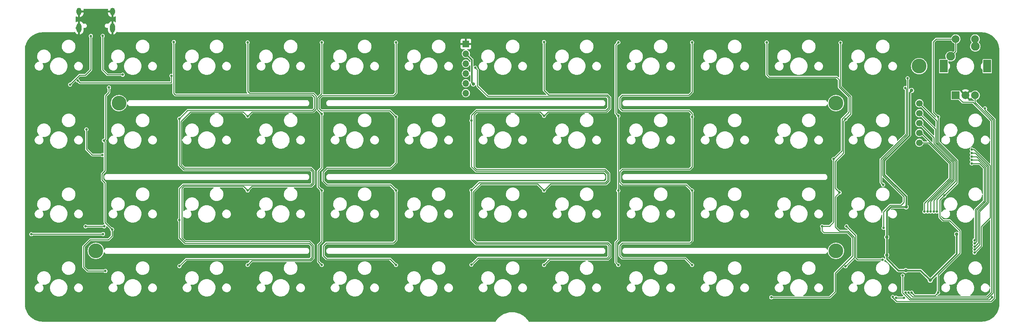
<source format=gtl>
G04 #@! TF.GenerationSoftware,KiCad,Pcbnew,(6.0.5-0)*
G04 #@! TF.CreationDate,2022-06-11T09:38:02-05:00*
G04 #@! TF.ProjectId,pcb,7063622e-6b69-4636-9164-5f7063625858,rev?*
G04 #@! TF.SameCoordinates,Original*
G04 #@! TF.FileFunction,Copper,L1,Top*
G04 #@! TF.FilePolarity,Positive*
%FSLAX46Y46*%
G04 Gerber Fmt 4.6, Leading zero omitted, Abs format (unit mm)*
G04 Created by KiCad (PCBNEW (6.0.5-0)) date 2022-06-11 09:38:02*
%MOMM*%
%LPD*%
G01*
G04 APERTURE LIST*
G04 #@! TA.AperFunction,ComponentPad*
%ADD10R,2.000000X2.000000*%
G04 #@! TD*
G04 #@! TA.AperFunction,ComponentPad*
%ADD11C,2.000000*%
G04 #@! TD*
G04 #@! TA.AperFunction,ComponentPad*
%ADD12R,2.000000X3.200000*%
G04 #@! TD*
G04 #@! TA.AperFunction,ComponentPad*
%ADD13C,3.800000*%
G04 #@! TD*
G04 #@! TA.AperFunction,ComponentPad*
%ADD14C,2.250000*%
G04 #@! TD*
G04 #@! TA.AperFunction,ComponentPad*
%ADD15O,1.700000X1.700000*%
G04 #@! TD*
G04 #@! TA.AperFunction,ComponentPad*
%ADD16R,1.700000X1.700000*%
G04 #@! TD*
G04 #@! TA.AperFunction,SMDPad,CuDef*
%ADD17O,1.300000X2.400000*%
G04 #@! TD*
G04 #@! TA.AperFunction,ComponentPad*
%ADD18O,1.300000X2.400000*%
G04 #@! TD*
G04 #@! TA.AperFunction,ComponentPad*
%ADD19O,1.300000X1.900000*%
G04 #@! TD*
G04 #@! TA.AperFunction,ComponentPad*
%ADD20C,1.700000*%
G04 #@! TD*
G04 #@! TA.AperFunction,ViaPad*
%ADD21C,0.650000*%
G04 #@! TD*
G04 #@! TA.AperFunction,ViaPad*
%ADD22C,0.900000*%
G04 #@! TD*
G04 #@! TA.AperFunction,Conductor*
%ADD23C,0.250000*%
G04 #@! TD*
G04 #@! TA.AperFunction,Conductor*
%ADD24C,0.400000*%
G04 #@! TD*
G04 APERTURE END LIST*
D10*
X317752725Y-60693950D03*
D11*
X322752725Y-60693950D03*
X320252725Y-60693950D03*
D12*
X314652725Y-53193950D03*
X325852725Y-53193950D03*
D11*
X322752725Y-46193950D03*
X317752725Y-46193950D03*
D13*
X308346661Y-53193950D03*
X286915393Y-62718958D03*
X286915393Y-100818990D03*
X96415233Y-100818990D03*
X102368363Y-62718958D03*
D14*
X316442725Y-50653950D03*
X322792725Y-48113950D03*
D15*
X191665313Y-60143950D03*
X191665313Y-49983950D03*
X191665313Y-55063950D03*
X191665313Y-57603950D03*
X191665313Y-52523950D03*
D16*
X191665313Y-47443950D03*
D17*
X92115217Y-43316450D03*
D18*
X100715217Y-43316450D03*
D19*
X100715217Y-39116450D03*
X92115217Y-39116450D03*
D18*
X92115217Y-43316450D03*
D20*
X308390225Y-67843950D03*
X308390225Y-70383950D03*
X308390225Y-72923950D03*
X308390225Y-65303950D03*
X308390225Y-62763950D03*
D21*
X287865225Y-85768950D03*
X115911125Y-55668950D03*
X91735725Y-56893950D03*
X98590225Y-94493950D03*
X93790225Y-94493950D03*
D22*
X299990225Y-97293950D03*
X193590225Y-57793950D03*
X306390225Y-59443950D03*
X317990225Y-96543950D03*
X304990225Y-89493950D03*
X299990225Y-101893950D03*
X304890225Y-105893950D03*
X311190225Y-108393950D03*
D21*
X305352525Y-56306250D03*
X299190225Y-94893950D03*
X93990225Y-69493950D03*
X325290225Y-64093950D03*
X301540225Y-112693950D03*
X98090225Y-76093950D03*
X289640225Y-94493950D03*
X304090225Y-107193950D03*
X327090225Y-112793950D03*
X298940225Y-103093950D03*
X98275725Y-96493950D03*
X79805225Y-96508950D03*
X100590225Y-95293950D03*
X99790225Y-58693950D03*
X98890225Y-105993950D03*
X98490225Y-72393950D03*
X117940225Y-104743950D03*
X117905225Y-66741650D03*
X117940225Y-92843950D03*
X116490625Y-46956250D03*
X135490625Y-47056250D03*
X135490625Y-85256250D03*
X135490625Y-104456250D03*
X135490625Y-66094350D03*
X154590625Y-104456250D03*
X154590625Y-47056250D03*
X154590625Y-85256250D03*
X154590625Y-65493550D03*
X173690625Y-66244350D03*
X173690625Y-85256250D03*
X173690625Y-104456250D03*
X173690625Y-47056250D03*
X322590225Y-98093950D03*
X193099994Y-67203719D03*
X193090225Y-85193950D03*
X194090225Y-53593950D03*
X321890225Y-78293950D03*
X193090225Y-104393950D03*
X211790625Y-104456250D03*
X211790625Y-85256250D03*
X211790625Y-65994350D03*
X211790625Y-46956250D03*
X321890225Y-77393950D03*
X322590225Y-98893950D03*
X230890625Y-85256250D03*
X230890625Y-47056250D03*
X322590225Y-99693950D03*
X230890625Y-65994350D03*
X230890625Y-104456250D03*
X321890225Y-76493950D03*
X321890225Y-75593950D03*
X249890625Y-104456250D03*
X249890625Y-47056250D03*
X249890625Y-85256250D03*
X249890625Y-66243550D03*
X322590225Y-100493950D03*
X321890225Y-74693950D03*
X286343215Y-77134930D03*
X269090625Y-47056250D03*
X283365225Y-94468950D03*
X322590225Y-101273453D03*
X270290225Y-112793950D03*
X289365225Y-66868950D03*
X289390225Y-104793950D03*
X288090625Y-47156250D03*
X304440225Y-112893950D03*
X302390225Y-112893950D03*
X103340225Y-55393950D03*
X98190225Y-45393950D03*
X95146515Y-45410167D03*
X89790225Y-57943950D03*
X299056184Y-83759929D03*
X304790225Y-58793950D03*
X313190225Y-66243950D03*
X314840225Y-86543950D03*
X306410725Y-111593950D03*
X313190225Y-111593950D03*
X293990225Y-100793950D03*
X305631222Y-111593950D03*
X304851719Y-111593950D03*
X309710722Y-90693950D03*
X310490225Y-90693950D03*
X311290225Y-90693950D03*
X312090225Y-90693950D03*
X312890225Y-90693950D03*
D23*
X249890625Y-66243550D02*
X249890625Y-79143550D01*
X249890625Y-79143550D02*
X249265225Y-79768950D01*
X231965225Y-83768950D02*
X248403325Y-83768950D01*
X231270145Y-80464030D02*
X231270145Y-83073870D01*
X249265225Y-79768950D02*
X231965225Y-79768950D01*
X231965225Y-79768950D02*
X231270145Y-80464030D01*
X231270145Y-83073870D02*
X231965225Y-83768950D01*
X248403325Y-83768950D02*
X249890625Y-85256250D01*
X249890625Y-104456250D02*
X249852525Y-104456250D01*
X231915225Y-102718950D02*
X231270145Y-102073870D01*
X249852525Y-104456250D02*
X248115225Y-102718950D01*
X249365225Y-98768950D02*
X249890625Y-98243550D01*
X248115225Y-102718950D02*
X231915225Y-102718950D01*
X231270145Y-99464030D02*
X231965225Y-98768950D01*
X249890625Y-98243550D02*
X249890625Y-85256250D01*
X231270145Y-102073870D02*
X231270145Y-99464030D01*
X231965225Y-98768950D02*
X249365225Y-98768950D01*
X117940225Y-92843950D02*
X117940225Y-97443950D01*
X117940225Y-97443950D02*
X119365225Y-98868950D01*
X119365225Y-98868950D02*
X151328503Y-98868950D01*
X151328503Y-98868950D02*
X152010705Y-99551152D01*
X152010705Y-99551152D02*
X152010705Y-102486748D01*
X152010705Y-102486748D02*
X151508023Y-102989430D01*
X151508023Y-102989430D02*
X119694745Y-102989430D01*
X119694745Y-102989430D02*
X117940225Y-104743950D01*
X134403325Y-84168950D02*
X119051947Y-84168950D01*
X119051947Y-84168950D02*
X118590225Y-84630672D01*
X151396864Y-98400589D02*
X152390225Y-99393950D01*
X118590225Y-84630672D02*
X118590225Y-97557228D01*
X135490625Y-85256250D02*
X134403325Y-84168950D01*
X118590225Y-97557228D02*
X119433586Y-98400589D01*
X151665225Y-103368950D02*
X136577925Y-103368950D01*
X119433586Y-98400589D02*
X151396864Y-98400589D01*
X152390225Y-99393950D02*
X152390225Y-102643950D01*
X152390225Y-102643950D02*
X151665225Y-103368950D01*
X136577925Y-103368950D02*
X135490625Y-104456250D01*
X117905225Y-66741650D02*
X117905225Y-78745672D01*
X117940225Y-84743950D02*
X117940225Y-92843950D01*
X117905225Y-78745672D02*
X119046864Y-79887311D01*
X119046864Y-79887311D02*
X151646864Y-79887311D01*
X118894745Y-83789430D02*
X117940225Y-84743950D01*
X151646864Y-79887311D02*
X152190225Y-80430672D01*
X152190225Y-83307228D02*
X151708023Y-83789430D01*
X152190225Y-80430672D02*
X152190225Y-83307228D01*
X151708023Y-83789430D02*
X118894745Y-83789430D01*
X135490625Y-66094350D02*
X134365225Y-64968950D01*
X120765225Y-64968950D02*
X118284745Y-67449430D01*
X118284745Y-67449430D02*
X118284745Y-78588470D01*
X118284745Y-78588470D02*
X119165225Y-79468950D01*
X134365225Y-64968950D02*
X120765225Y-64968950D01*
X119165225Y-79468950D02*
X151765225Y-79468950D01*
X151765225Y-79468950D02*
X152569745Y-80273470D01*
X152569745Y-83464430D02*
X151865225Y-84168950D01*
X136577925Y-84168950D02*
X135490625Y-85256250D01*
X152569745Y-80273470D02*
X152569745Y-83464430D01*
X151865225Y-84168950D02*
X136577925Y-84168950D01*
X193090225Y-85193950D02*
X193090225Y-97893950D01*
X193090225Y-97893950D02*
X194276384Y-99080109D01*
X228490225Y-99530672D02*
X228490225Y-102207228D01*
X194276384Y-99080109D02*
X228039662Y-99080109D01*
X194838395Y-102645780D02*
X193090225Y-104393950D01*
X228039662Y-99080109D02*
X228490225Y-99530672D01*
X228490225Y-102207228D02*
X228051673Y-102645780D01*
X228051673Y-102645780D02*
X194838395Y-102645780D01*
X211790625Y-85256250D02*
X210107845Y-83573470D01*
X210107845Y-83573470D02*
X195560705Y-83573470D01*
X193469745Y-97736748D02*
X194433586Y-98700589D01*
X195560705Y-83573470D02*
X193469745Y-85664430D01*
X193469745Y-85664430D02*
X193469745Y-97736748D01*
X228208875Y-103025300D02*
X213221575Y-103025300D01*
X194433586Y-98700589D02*
X228196864Y-98700589D01*
X228196864Y-98700589D02*
X228869745Y-99373470D01*
X228869745Y-99373470D02*
X228869745Y-102364430D01*
X228869745Y-102364430D02*
X228208875Y-103025300D01*
X213221575Y-103025300D02*
X211790625Y-104456250D01*
X173690625Y-85256250D02*
X173690625Y-98093550D01*
X154965225Y-99568950D02*
X154965225Y-102068950D01*
X173690625Y-98093550D02*
X172990225Y-98793950D01*
X172990225Y-98793950D02*
X155740225Y-98793950D01*
X155740225Y-98793950D02*
X154965225Y-99568950D01*
X154965225Y-102068950D02*
X155796175Y-102899900D01*
X155796175Y-102899900D02*
X172134275Y-102899900D01*
X172134275Y-102899900D02*
X173690625Y-104456250D01*
X117905225Y-66741650D02*
X120057445Y-64589430D01*
X120057445Y-64589430D02*
X152208023Y-64589430D01*
X152094745Y-60598470D02*
X116894745Y-60598470D01*
X152208023Y-64589430D02*
X152725843Y-64071610D01*
X152725843Y-61229568D02*
X152094745Y-60598470D01*
X152725843Y-64071610D02*
X152725843Y-61229568D01*
X116894745Y-60598470D02*
X116490625Y-60194350D01*
X116490625Y-60194350D02*
X116490625Y-46956250D01*
X135490625Y-47056250D02*
X135490625Y-59694350D01*
X135490625Y-59694350D02*
X136015225Y-60218950D01*
X136015225Y-60218950D02*
X152415225Y-60218950D01*
X152415225Y-60218950D02*
X153105363Y-60909088D01*
X153105363Y-60909088D02*
X153105363Y-64228812D01*
X153105363Y-64228812D02*
X152365225Y-64968950D01*
X136616025Y-64968950D02*
X135490625Y-66094350D01*
X152365225Y-64968950D02*
X136616025Y-64968950D01*
X193099994Y-67203719D02*
X193099994Y-65875141D01*
X228365225Y-61405672D02*
X227908023Y-60948470D01*
X194642893Y-58291282D02*
X194642893Y-54146618D01*
X194642893Y-54146618D02*
X194090225Y-53593950D01*
X193099994Y-65875141D02*
X194385705Y-64589430D01*
X228365225Y-63932228D02*
X228365225Y-61405672D01*
X194385705Y-64589430D02*
X227708023Y-64589430D01*
X227708023Y-64589430D02*
X228365225Y-63932228D01*
X227908023Y-60948470D02*
X197300081Y-60948470D01*
X197300081Y-60948470D02*
X194642893Y-58291282D01*
X211790625Y-65994350D02*
X210765225Y-64968950D01*
X194565225Y-64968950D02*
X193790225Y-65743950D01*
X210765225Y-64968950D02*
X194565225Y-64968950D01*
X193790225Y-65743950D02*
X193790225Y-79257228D01*
X227483586Y-79850589D02*
X228490225Y-80857228D01*
X193790225Y-79257228D02*
X194383586Y-79850589D01*
X194383586Y-79850589D02*
X227483586Y-79850589D01*
X227710705Y-83573470D02*
X213473405Y-83573470D01*
X228490225Y-80857228D02*
X228490225Y-82793950D01*
X228490225Y-82793950D02*
X227710705Y-83573470D01*
X213473405Y-83573470D02*
X211790625Y-85256250D01*
X211790625Y-46956250D02*
X211790625Y-59394350D01*
X228765225Y-64068950D02*
X227865225Y-64968950D01*
X211790625Y-59394350D02*
X212965225Y-60568950D01*
X212965225Y-60568950D02*
X228065225Y-60568950D01*
X228769745Y-63603778D02*
X228765225Y-63608298D01*
X212816025Y-64968950D02*
X211790625Y-65994350D01*
X228065225Y-60568950D02*
X228769745Y-61273470D01*
X228765225Y-63608298D02*
X228765225Y-64068950D01*
X228769745Y-61273470D02*
X228769745Y-63603778D01*
X227865225Y-64968950D02*
X212816025Y-64968950D01*
X249890625Y-47056250D02*
X249890625Y-59843550D01*
X249890625Y-59843550D02*
X249065225Y-60668950D01*
X249065225Y-60668950D02*
X231965225Y-60668950D01*
X249165225Y-64668950D02*
X249890625Y-65394350D01*
X231965225Y-60668950D02*
X231270145Y-61364030D01*
X231270145Y-61364030D02*
X231270145Y-63973870D01*
X231270145Y-63973870D02*
X231965225Y-64668950D01*
X231965225Y-64668950D02*
X249165225Y-64668950D01*
X249890625Y-65394350D02*
X249890625Y-66243550D01*
X154590625Y-65493550D02*
X153484883Y-64387808D01*
X153484883Y-64387808D02*
X153484883Y-61362570D01*
X153484883Y-61362570D02*
X154590625Y-60256828D01*
X154590625Y-60256828D02*
X154590625Y-47056250D01*
X173690625Y-66244350D02*
X172090225Y-64643950D01*
X154465225Y-64668950D02*
X153864403Y-64068128D01*
X153864403Y-64068128D02*
X153864403Y-61519772D01*
X172090225Y-64643950D02*
X172065225Y-64668950D01*
X172065225Y-64668950D02*
X154465225Y-64668950D01*
X154640225Y-60743950D02*
X173040225Y-60743950D01*
X153864403Y-61519772D02*
X154640225Y-60743950D01*
X173040225Y-60743950D02*
X173690625Y-60093550D01*
X173690625Y-60093550D02*
X173690625Y-47056250D01*
X99790225Y-58693950D02*
X99790225Y-59943950D01*
X99790225Y-59943950D02*
X98965225Y-60768950D01*
X98965225Y-71918950D02*
X98490225Y-72393950D01*
X98965225Y-60768950D02*
X98965225Y-71918950D01*
X286343215Y-77134930D02*
X288490225Y-74987920D01*
X288490225Y-74987920D02*
X288490225Y-66843950D01*
X269090625Y-55394350D02*
X269090625Y-47056250D01*
X290310705Y-65023470D02*
X290310705Y-61950352D01*
X269689825Y-55993550D02*
X269090625Y-55394350D01*
X288490225Y-66843950D02*
X290310705Y-65023470D01*
X290310705Y-61950352D02*
X290297264Y-61936911D01*
X290297264Y-61936911D02*
X290297264Y-61137711D01*
X287711105Y-56614830D02*
X287089825Y-55993550D01*
X287089825Y-55993550D02*
X269689825Y-55993550D01*
X287711105Y-58551552D02*
X287711105Y-56614830D01*
X290297264Y-61137711D02*
X287711105Y-58551552D01*
X290690225Y-65493950D02*
X290690225Y-60993950D01*
X290690225Y-60993950D02*
X288090625Y-58394350D01*
X288090625Y-58394350D02*
X288090625Y-47156250D01*
X289365225Y-66868950D02*
X288869745Y-67364430D01*
X288869745Y-75621940D02*
X286722735Y-77768950D01*
X286722735Y-77768950D02*
X286722735Y-84626460D01*
X286722735Y-84626460D02*
X287865225Y-85768950D01*
X288869745Y-67364430D02*
X288869745Y-75621940D01*
X291610705Y-102573470D02*
X291610705Y-97314430D01*
X291610705Y-97314430D02*
X290010705Y-95714430D01*
X287810705Y-95714430D02*
X286722735Y-94626460D01*
X286722735Y-94626460D02*
X286722735Y-86911440D01*
X290010705Y-95714430D02*
X287810705Y-95714430D01*
X289390225Y-104793950D02*
X291610705Y-102573470D01*
X286722735Y-86911440D02*
X287865225Y-85768950D01*
X92335725Y-57493950D02*
X91735725Y-56893950D01*
X115690225Y-57493950D02*
X92335725Y-57493950D01*
X115911125Y-57273050D02*
X115690225Y-57493950D01*
X115911125Y-55668950D02*
X115911125Y-57273050D01*
X98590225Y-94493950D02*
X93790225Y-94493950D01*
D24*
X317990225Y-101593950D02*
X311190225Y-108393950D01*
X299990225Y-90593950D02*
X299990225Y-97293950D01*
X304990225Y-89493950D02*
X304990225Y-86784910D01*
X193190225Y-57393950D02*
X193190225Y-51508862D01*
X299990225Y-97293950D02*
X299990225Y-101893950D01*
X299990225Y-101893950D02*
X299990225Y-102893950D01*
X305844745Y-71018940D02*
X299344745Y-77518940D01*
X301090225Y-89493950D02*
X299990225Y-90593950D01*
X304890225Y-105893950D02*
X308690225Y-105893950D01*
X193590225Y-57793950D02*
X193190225Y-57393950D01*
X299990225Y-102893950D02*
X302990225Y-105893950D01*
X301090225Y-89493950D02*
X304990225Y-89493950D01*
X305844745Y-59989430D02*
X305844745Y-71018940D01*
X308690225Y-105893950D02*
X311190225Y-108393950D01*
X317990225Y-96543950D02*
X317990225Y-101593950D01*
X304990225Y-86784910D02*
X299344745Y-81139430D01*
X193190225Y-51508862D02*
X191665313Y-49983950D01*
X299344745Y-77518940D02*
X299344745Y-81139430D01*
X306390225Y-59443950D02*
X305844745Y-59989430D01*
X302990225Y-105893950D02*
X304890225Y-105893950D01*
D23*
X300894745Y-89039430D02*
X299190225Y-90743950D01*
X305352525Y-56306250D02*
X305390225Y-56343950D01*
X305390225Y-56343950D02*
X305390225Y-70830672D01*
X298890225Y-77330672D02*
X298890225Y-81327698D01*
X304423351Y-88260824D02*
X303644745Y-89039430D01*
X305390225Y-70830672D02*
X298890225Y-77330672D01*
X298890225Y-81327698D02*
X304423351Y-86860824D01*
X303644745Y-89039430D02*
X300894745Y-89039430D01*
X299190225Y-90743950D02*
X299190225Y-94893950D01*
X304423351Y-86860824D02*
X304423351Y-88260824D01*
X325290225Y-64520506D02*
X327720866Y-66951147D01*
X98090225Y-76093950D02*
X95490225Y-76093950D01*
X325290225Y-64093950D02*
X325290225Y-64520506D01*
X327720866Y-66951147D02*
X327720866Y-112982862D01*
X326850738Y-113852990D02*
X302529712Y-113852990D01*
X93990225Y-74593950D02*
X93990225Y-69493950D01*
X301540225Y-112863503D02*
X301540225Y-112693950D01*
X327720866Y-112982862D02*
X326850738Y-113852990D01*
X95490225Y-76093950D02*
X93990225Y-74593950D01*
X302529712Y-113852990D02*
X301540225Y-112863503D01*
X291990225Y-96843950D02*
X291990225Y-102593950D01*
X304090225Y-111652009D02*
X304090225Y-107193950D01*
X327090225Y-112793950D02*
X326410705Y-113473470D01*
X292490225Y-103093950D02*
X298940225Y-103093950D01*
X291990225Y-102593950D02*
X292490225Y-103093950D01*
X326410705Y-113473470D02*
X305911686Y-113473470D01*
X305911686Y-113473470D02*
X304090225Y-111652009D01*
X289640225Y-94493950D02*
X291990225Y-96843950D01*
X79820225Y-96493950D02*
X79805225Y-96508950D01*
X98275725Y-96493950D02*
X79820225Y-96493950D01*
X94976523Y-97960764D02*
X99623411Y-97960764D01*
X98790225Y-83293950D02*
X98040225Y-82543950D01*
X100590225Y-95293950D02*
X98790225Y-93493950D01*
X94290225Y-105993950D02*
X93272145Y-104975870D01*
X98790225Y-72693950D02*
X98490225Y-72393950D01*
X98040225Y-80943950D02*
X98790225Y-80193950D01*
X93272145Y-99665142D02*
X94976523Y-97960764D01*
X98790225Y-93493950D02*
X98790225Y-83293950D01*
X98790225Y-80193950D02*
X98790225Y-72693950D01*
X98040225Y-80943950D02*
X98040225Y-82543950D01*
X98890225Y-105993950D02*
X94290225Y-105993950D01*
X93272145Y-104975870D02*
X93272145Y-99665142D01*
X99623411Y-97960764D02*
X100590225Y-96993950D01*
X100590225Y-96993950D02*
X100590225Y-95293950D01*
X153610705Y-84276330D02*
X153610705Y-80300026D01*
X154552525Y-104456250D02*
X154590625Y-104456250D01*
X153610705Y-80300026D02*
X154590625Y-79320106D01*
X154590625Y-79320106D02*
X154590625Y-65493550D01*
X154590625Y-85256250D02*
X153610705Y-84276330D01*
X153665225Y-103568950D02*
X154552525Y-104456250D01*
X153665225Y-99268950D02*
X153665225Y-103568950D01*
X154590625Y-85256250D02*
X154590625Y-98343550D01*
X154590625Y-98343550D02*
X153665225Y-99268950D01*
X154910705Y-82751152D02*
X155953503Y-83793950D01*
X155953503Y-83793950D02*
X172228325Y-83793950D01*
X173690625Y-66244350D02*
X173690625Y-78093550D01*
X173690625Y-78093550D02*
X172290225Y-79493950D01*
X172228325Y-83793950D02*
X173690625Y-85256250D01*
X172290225Y-79493950D02*
X155953503Y-79493950D01*
X155953503Y-79493950D02*
X154910705Y-80536748D01*
X154910705Y-80536748D02*
X154910705Y-82751152D01*
X194265225Y-80268950D02*
X227365225Y-80268950D01*
X228110705Y-81014430D02*
X227365225Y-80268950D01*
X323890225Y-78293950D02*
X325064226Y-79467951D01*
X321890225Y-78293950D02*
X323890225Y-78293950D01*
X193099994Y-67203719D02*
X193099994Y-79103719D01*
X322790225Y-90193950D02*
X322790225Y-97893950D01*
X193099994Y-79103719D02*
X194265225Y-80268950D01*
X195090225Y-83193950D02*
X193090225Y-85193950D01*
X228110705Y-82623470D02*
X227540225Y-83193950D01*
X325064226Y-79467951D02*
X325064226Y-87919949D01*
X227540225Y-83193950D02*
X195090225Y-83193950D01*
X322790225Y-97893950D02*
X322590225Y-98093950D01*
X228110705Y-81014430D02*
X228110705Y-82623470D01*
X325064226Y-87919949D02*
X322790225Y-90193950D01*
X323169745Y-90351152D02*
X323169745Y-98333983D01*
X325443746Y-79310749D02*
X325443746Y-88077151D01*
X321890225Y-77393950D02*
X323526947Y-77393950D01*
X325443746Y-88077151D02*
X323169745Y-90351152D01*
X322609778Y-98893950D02*
X322590225Y-98893950D01*
X323526947Y-77393950D02*
X325443746Y-79310749D01*
X323169745Y-98333983D02*
X322609778Y-98893950D01*
X230890625Y-97943550D02*
X230265225Y-98568950D01*
X321890225Y-76493950D02*
X323163669Y-76493950D01*
X325823266Y-79153547D02*
X325823266Y-88234353D01*
X230265225Y-98568950D02*
X230265225Y-103830850D01*
X230265225Y-65368950D02*
X230265225Y-47681650D01*
X323163669Y-76493950D02*
X325823266Y-79153547D01*
X230890625Y-85256250D02*
X230890625Y-65994350D01*
X323549265Y-98754463D02*
X322609778Y-99693950D01*
X325823266Y-88234353D02*
X323549265Y-90508354D01*
X230265225Y-103830850D02*
X230890625Y-104456250D01*
X323549265Y-90508354D02*
X323549265Y-98754463D01*
X230890625Y-65994350D02*
X230265225Y-65368950D01*
X322609778Y-99693950D02*
X322590225Y-99693950D01*
X230265225Y-47681650D02*
X230890625Y-47056250D01*
X230890625Y-85256250D02*
X230890625Y-97943550D01*
X326202786Y-78996345D02*
X326202786Y-79293950D01*
X326202786Y-79293950D02*
X326202786Y-88381389D01*
X321890225Y-75593950D02*
X322800391Y-75593950D01*
X322609778Y-100493950D02*
X322590225Y-100493950D01*
X323928785Y-90665556D02*
X323928785Y-99174943D01*
X322800391Y-75593950D02*
X326128785Y-78922344D01*
X326128785Y-78922344D02*
X326202786Y-78996345D01*
X323928785Y-99174943D02*
X322609778Y-100493950D01*
X326128785Y-88465556D02*
X323928785Y-90665556D01*
X326202786Y-88381389D02*
X326190225Y-88393950D01*
X324308305Y-94575870D02*
X324308305Y-99595424D01*
X286343215Y-93390960D02*
X285265225Y-94468950D01*
X283840225Y-96093950D02*
X289853503Y-96093950D01*
X326582306Y-78839143D02*
X326582306Y-92301869D01*
X285265225Y-94468950D02*
X283365225Y-94468950D01*
X286690225Y-106593950D02*
X286690225Y-111393950D01*
X324308305Y-99595424D02*
X322630275Y-101273453D01*
X322630275Y-101273453D02*
X322590225Y-101273453D01*
X283365225Y-94468950D02*
X283365225Y-95618950D01*
X291231185Y-102052990D02*
X286690225Y-106593950D01*
X285290225Y-112793950D02*
X270290225Y-112793950D01*
X291231185Y-97471632D02*
X291231185Y-102052990D01*
X286343215Y-77134930D02*
X286343215Y-93390960D01*
X322437113Y-74693950D02*
X326582306Y-78839143D01*
X289853503Y-96093950D02*
X291231185Y-97471632D01*
X283365225Y-95618950D02*
X283840225Y-96093950D01*
X286690225Y-111393950D02*
X285290225Y-112793950D01*
X326582306Y-92301869D02*
X324308305Y-94575870D01*
X321890225Y-74693950D02*
X322437113Y-74693950D01*
X290690225Y-65493950D02*
X290690225Y-65548450D01*
X290690225Y-65543950D02*
X290690225Y-65493950D01*
X304440225Y-112893950D02*
X302390225Y-112893950D01*
X289365225Y-66868950D02*
X290690225Y-65543950D01*
X98190225Y-45393950D02*
X98190225Y-54143950D01*
X99440225Y-55393950D02*
X103340225Y-55393950D01*
X98190225Y-54143950D02*
X99440225Y-55393950D01*
X92215225Y-55518950D02*
X89790225Y-57943950D01*
X95146515Y-54087660D02*
X93715225Y-55518950D01*
X93715225Y-55518950D02*
X92215225Y-55518950D01*
X95146515Y-45410167D02*
X95146515Y-54087660D01*
X305010705Y-59014430D02*
X304790225Y-58793950D01*
X299290225Y-76393950D02*
X298510705Y-77173470D01*
X299290225Y-76393950D02*
X305010705Y-70673470D01*
X298510705Y-77173470D02*
X298510705Y-83214450D01*
X305010705Y-70673470D02*
X305010705Y-59014430D01*
X298510705Y-83214450D02*
X299056184Y-83759929D01*
X313190225Y-111593950D02*
X313190225Y-107036738D01*
X313269745Y-66323470D02*
X313190225Y-66243950D01*
X318790225Y-101436738D02*
X318790225Y-100693950D01*
X311940225Y-46959775D02*
X312706050Y-46193950D01*
X317752725Y-49343950D02*
X316442725Y-50653950D01*
X318790225Y-95593950D02*
X316190225Y-92993950D01*
X318087825Y-77507940D02*
X313269745Y-72689860D01*
X317752725Y-46193950D02*
X317752725Y-49343950D01*
X314840225Y-86543950D02*
X318087825Y-83296350D01*
X312451044Y-112333131D02*
X313190225Y-111593950D01*
X313669728Y-92173453D02*
X313669728Y-87714447D01*
X318087825Y-83296350D02*
X318087825Y-77507940D01*
X313190225Y-107036738D02*
X318790225Y-101436738D01*
X313269745Y-72689860D02*
X313269745Y-66323470D01*
X314490225Y-92993950D02*
X313669728Y-92173453D01*
X313669728Y-87714447D02*
X314840225Y-86543950D01*
X307149906Y-112333131D02*
X312451044Y-112333131D01*
X317752725Y-46193950D02*
X312706050Y-46193950D01*
X313190225Y-66243950D02*
X311940225Y-64993950D01*
X311940225Y-64993950D02*
X311940225Y-46959775D01*
X318790225Y-100693950D02*
X318790225Y-95593950D01*
X316190225Y-92993950D02*
X314490225Y-92993950D01*
X306410725Y-111593950D02*
X307149906Y-112333131D01*
X317752725Y-60693950D02*
X319552725Y-62493950D01*
X305631222Y-111634000D02*
X305631222Y-111593950D01*
X319552725Y-62493950D02*
X322190225Y-62493950D01*
X326961826Y-67265551D02*
X326961826Y-111522349D01*
X325771524Y-112712651D02*
X306709873Y-112712651D01*
X306709873Y-112712651D02*
X305631222Y-111634000D01*
X326961826Y-111522349D02*
X325771524Y-112712651D01*
X322190225Y-62493950D02*
X326961826Y-67265551D01*
X327341346Y-111679551D02*
X325926947Y-113093950D01*
X327341346Y-67108349D02*
X327341346Y-111679551D01*
X325926947Y-113093950D02*
X306190225Y-113093950D01*
X306190225Y-113093950D02*
X304851719Y-111755444D01*
X304851719Y-111755444D02*
X304851719Y-111593950D01*
X322752725Y-62519728D02*
X327341346Y-67108349D01*
X322752725Y-60693950D02*
X322752725Y-62519728D01*
X316190225Y-78293950D02*
X310820225Y-72923950D01*
X309710722Y-88563287D02*
X316190225Y-82083784D01*
X309710722Y-90693950D02*
X309710722Y-88563287D01*
X310820225Y-72923950D02*
X308390225Y-72923950D01*
X316190225Y-82083784D02*
X316190225Y-78293950D01*
X316569745Y-78136748D02*
X308816947Y-70383950D01*
X316569745Y-82240986D02*
X316569745Y-78136748D01*
X308816947Y-70383950D02*
X308390225Y-70383950D01*
X310490225Y-90693950D02*
X310490225Y-88320506D01*
X310490225Y-88320506D02*
X316569745Y-82240986D01*
X316949265Y-77979546D02*
X312131185Y-73161466D01*
X311290225Y-90693950D02*
X311290225Y-88057228D01*
X312131185Y-71584910D02*
X308390225Y-67843950D01*
X311290225Y-88057228D02*
X316949265Y-82398188D01*
X316949265Y-82398188D02*
X316949265Y-77979546D01*
X312131185Y-73161466D02*
X312131185Y-71584910D01*
X312510705Y-73004264D02*
X312510705Y-69424430D01*
X317328785Y-77822344D02*
X312510705Y-73004264D01*
X312510705Y-69424430D02*
X308390225Y-65303950D01*
X312090225Y-87793950D02*
X317328785Y-82555390D01*
X312090225Y-90693950D02*
X312090225Y-87793950D01*
X317328785Y-82555390D02*
X317328785Y-77822344D01*
X312890225Y-87593950D02*
X312890225Y-90693950D01*
X317708305Y-82775870D02*
X312890225Y-87593950D01*
X312890225Y-72847062D02*
X317708305Y-77665142D01*
X312890225Y-67263950D02*
X312890225Y-72847062D01*
X317708305Y-77665142D02*
X317708305Y-82775870D01*
X308390225Y-62763950D02*
X312890225Y-67263950D01*
G04 #@! TA.AperFunction,Conductor*
G36*
X94810024Y-38388232D02*
G01*
X96489513Y-38396084D01*
X99494815Y-38410135D01*
X99552917Y-38429314D01*
X99588649Y-38478982D01*
X99588899Y-38538493D01*
X99579015Y-38570322D01*
X99577135Y-38579168D01*
X99557559Y-38744574D01*
X99557217Y-38750370D01*
X99557217Y-38846770D01*
X99561339Y-38859455D01*
X99565460Y-38862450D01*
X100870217Y-38862450D01*
X100928408Y-38881357D01*
X100964372Y-38930857D01*
X100969217Y-38961450D01*
X100969217Y-40532179D01*
X100973339Y-40544864D01*
X100973943Y-40545303D01*
X100981091Y-40545819D01*
X101011741Y-40540552D01*
X101020468Y-40538214D01*
X101211626Y-40467692D01*
X101219788Y-40463799D01*
X101394881Y-40359629D01*
X101402200Y-40354312D01*
X101408274Y-40348985D01*
X101464491Y-40324832D01*
X101524167Y-40338335D01*
X101564510Y-40384337D01*
X101572550Y-40423417D01*
X101572550Y-41758531D01*
X101553643Y-41816722D01*
X101504143Y-41852686D01*
X101442957Y-41852686D01*
X101420722Y-41842258D01*
X101247027Y-41732665D01*
X101238974Y-41728562D01*
X101049728Y-41653061D01*
X101041070Y-41650496D01*
X100984596Y-41639262D01*
X100971351Y-41640830D01*
X100971316Y-41640862D01*
X100969217Y-41648906D01*
X100969217Y-44982179D01*
X100973339Y-44994864D01*
X100973943Y-44995303D01*
X100981091Y-44995819D01*
X101011741Y-44990552D01*
X101020468Y-44988214D01*
X101211626Y-44917692D01*
X101219788Y-44913799D01*
X101394881Y-44809629D01*
X101402206Y-44804308D01*
X101555385Y-44669974D01*
X101561611Y-44663413D01*
X101687746Y-44503411D01*
X101692671Y-44495828D01*
X101765450Y-44357498D01*
X101809277Y-44314804D01*
X101869830Y-44306024D01*
X101915870Y-44327067D01*
X101920324Y-44330722D01*
X101924112Y-44333831D01*
X101997544Y-44373088D01*
X102058059Y-44405439D01*
X102058063Y-44405441D01*
X102062351Y-44407733D01*
X102212352Y-44453246D01*
X102350923Y-44466902D01*
X102360253Y-44468437D01*
X102362165Y-44468657D01*
X102367632Y-44469925D01*
X102368350Y-44469926D01*
X102374880Y-44468437D01*
X102380095Y-44467248D01*
X102402105Y-44464770D01*
X212942702Y-44464763D01*
X324386094Y-44464755D01*
X324408280Y-44467273D01*
X324419752Y-44469911D01*
X324430625Y-44467451D01*
X324437560Y-44467463D01*
X324452150Y-44466154D01*
X324556108Y-44470693D01*
X324813403Y-44481928D01*
X324822006Y-44482681D01*
X325208013Y-44533500D01*
X325216519Y-44535000D01*
X325596625Y-44619268D01*
X325604966Y-44621503D01*
X325976296Y-44738583D01*
X325984398Y-44741531D01*
X326253085Y-44852825D01*
X326344110Y-44890529D01*
X326351937Y-44894179D01*
X326411653Y-44925265D01*
X326697289Y-45073957D01*
X326704749Y-45078263D01*
X327033147Y-45287476D01*
X327040199Y-45292414D01*
X327349094Y-45529436D01*
X327355694Y-45534975D01*
X327491009Y-45658967D01*
X327642756Y-45798017D01*
X327648863Y-45804124D01*
X327720094Y-45881858D01*
X327907377Y-46086240D01*
X327911895Y-46091171D01*
X327917446Y-46097785D01*
X328154481Y-46406692D01*
X328159407Y-46413727D01*
X328368619Y-46742121D01*
X328372930Y-46749589D01*
X328552709Y-47094939D01*
X328556359Y-47102766D01*
X328622695Y-47262911D01*
X328704124Y-47459493D01*
X328705355Y-47462466D01*
X328708307Y-47470576D01*
X328781957Y-47704158D01*
X328825391Y-47841909D01*
X328827625Y-47850248D01*
X328909035Y-48217451D01*
X328911895Y-48230353D01*
X328913395Y-48238858D01*
X328964217Y-48624867D01*
X328964970Y-48633471D01*
X328980718Y-48994092D01*
X328979471Y-49007727D01*
X328979458Y-49015539D01*
X328976960Y-49026402D01*
X328979421Y-49037277D01*
X328979674Y-49038395D01*
X328982116Y-49060246D01*
X328982116Y-114477172D01*
X328979598Y-114499358D01*
X328976960Y-114510830D01*
X328979420Y-114521703D01*
X328979408Y-114528637D01*
X328980717Y-114543228D01*
X328964945Y-114904480D01*
X328964192Y-114913084D01*
X328940540Y-115092747D01*
X328913373Y-115299103D01*
X328911877Y-115307589D01*
X328897192Y-115373828D01*
X328827609Y-115687700D01*
X328825374Y-115696043D01*
X328708294Y-116067373D01*
X328705340Y-116075488D01*
X328556350Y-116435185D01*
X328552700Y-116443013D01*
X328372923Y-116788365D01*
X328368612Y-116795833D01*
X328159409Y-117124217D01*
X328154459Y-117131286D01*
X327917447Y-117440168D01*
X327911903Y-117446775D01*
X327759615Y-117612970D01*
X327648860Y-117733838D01*
X327642753Y-117739945D01*
X327355701Y-118002981D01*
X327349089Y-118008530D01*
X327040197Y-118245551D01*
X327033135Y-118250496D01*
X326704749Y-118459703D01*
X326697293Y-118464007D01*
X326664449Y-118481105D01*
X326351937Y-118643789D01*
X326344110Y-118647439D01*
X325984405Y-118796435D01*
X325976289Y-118799389D01*
X325604967Y-118916467D01*
X325596625Y-118918702D01*
X325216519Y-119002971D01*
X325208013Y-119004471D01*
X324822006Y-119055290D01*
X324813403Y-119056043D01*
X324452754Y-119071790D01*
X324439184Y-119070549D01*
X324431335Y-119070535D01*
X324420470Y-119068037D01*
X324409599Y-119070497D01*
X324409597Y-119070497D01*
X324408472Y-119070752D01*
X324386622Y-119073193D01*
X207909219Y-119073193D01*
X207851028Y-119054286D01*
X207825405Y-119026882D01*
X207693762Y-118817474D01*
X207692642Y-118815692D01*
X207439476Y-118479430D01*
X207438079Y-118477867D01*
X207160343Y-118167191D01*
X207160338Y-118167186D01*
X207158948Y-118165631D01*
X206853042Y-117876515D01*
X206790971Y-117827030D01*
X206525555Y-117615429D01*
X206525551Y-117615426D01*
X206523924Y-117614129D01*
X206522201Y-117612978D01*
X206522190Y-117612970D01*
X206175665Y-117381492D01*
X206175654Y-117381485D01*
X206173920Y-117380327D01*
X205805507Y-117176764D01*
X205421292Y-117004879D01*
X205023991Y-116865890D01*
X204616416Y-116760778D01*
X204614362Y-116760429D01*
X204203501Y-116690635D01*
X204203492Y-116690634D01*
X204201450Y-116690287D01*
X204199378Y-116690112D01*
X204199376Y-116690112D01*
X204090855Y-116680961D01*
X203782028Y-116654917D01*
X203361118Y-116654917D01*
X203052291Y-116680961D01*
X202943770Y-116690112D01*
X202943768Y-116690112D01*
X202941696Y-116690287D01*
X202939654Y-116690634D01*
X202939645Y-116690635D01*
X202528784Y-116760429D01*
X202526730Y-116760778D01*
X202119155Y-116865890D01*
X201721854Y-117004879D01*
X201337639Y-117176764D01*
X200969226Y-117380327D01*
X200967492Y-117381485D01*
X200967481Y-117381492D01*
X200620956Y-117612970D01*
X200620945Y-117612978D01*
X200619222Y-117614129D01*
X200617595Y-117615426D01*
X200617591Y-117615429D01*
X200352175Y-117827030D01*
X200290104Y-117876515D01*
X199984198Y-118165631D01*
X199982808Y-118167186D01*
X199982803Y-118167191D01*
X199705067Y-118477867D01*
X199703670Y-118479430D01*
X199450504Y-118815692D01*
X199317741Y-119026884D01*
X199270766Y-119066084D01*
X199233928Y-119073193D01*
X82757049Y-119073193D01*
X82734866Y-119070675D01*
X82723392Y-119068037D01*
X82712519Y-119070497D01*
X82705585Y-119070485D01*
X82690994Y-119071794D01*
X82329739Y-119056024D01*
X82321136Y-119055271D01*
X82089905Y-119024830D01*
X81935125Y-119004454D01*
X81926627Y-119002956D01*
X81546515Y-118918689D01*
X81538174Y-118916454D01*
X81166842Y-118799376D01*
X81158741Y-118796428D01*
X80799033Y-118647433D01*
X80791206Y-118643783D01*
X80475481Y-118479430D01*
X80445850Y-118464005D01*
X80438395Y-118459702D01*
X80109997Y-118250491D01*
X80102931Y-118245543D01*
X79814102Y-118023918D01*
X79794042Y-118008526D01*
X79787442Y-118002987D01*
X79500379Y-117739944D01*
X79494272Y-117733837D01*
X79231235Y-117446784D01*
X79225683Y-117440168D01*
X78988665Y-117131280D01*
X78983719Y-117124217D01*
X78940183Y-117055880D01*
X78774513Y-116795831D01*
X78770207Y-116788371D01*
X78590425Y-116443013D01*
X78586778Y-116435192D01*
X78493607Y-116210258D01*
X78437780Y-116075480D01*
X78434829Y-116067371D01*
X78349562Y-115796937D01*
X78317750Y-115696042D01*
X78315515Y-115687701D01*
X78245932Y-115373830D01*
X78231247Y-115307590D01*
X78229749Y-115299095D01*
X78178931Y-114913085D01*
X78178178Y-114904481D01*
X78162433Y-114543832D01*
X78163674Y-114530259D01*
X78163688Y-114522413D01*
X78166186Y-114511548D01*
X78163471Y-114499548D01*
X78161030Y-114477701D01*
X78161030Y-110288719D01*
X80680955Y-110288719D01*
X80690884Y-110503256D01*
X80703609Y-110556056D01*
X80736267Y-110691562D01*
X80741203Y-110712044D01*
X80830094Y-110907550D01*
X80954351Y-111082720D01*
X81109490Y-111231234D01*
X81289914Y-111347732D01*
X81294275Y-111349490D01*
X81294276Y-111349490D01*
X81484749Y-111426253D01*
X81484752Y-111426254D01*
X81489112Y-111428011D01*
X81493725Y-111428912D01*
X81493729Y-111428913D01*
X81696401Y-111468492D01*
X81696408Y-111468493D01*
X81699896Y-111469174D01*
X81705539Y-111469450D01*
X81863889Y-111469450D01*
X81961924Y-111460097D01*
X82019327Y-111454620D01*
X82019330Y-111454620D01*
X82024020Y-111454172D01*
X82230101Y-111393715D01*
X82421032Y-111295379D01*
X82577721Y-111172298D01*
X82586220Y-111165622D01*
X82586221Y-111165621D01*
X82589923Y-111162713D01*
X82593008Y-111159158D01*
X82593011Y-111159155D01*
X82727591Y-111004064D01*
X82727592Y-111004063D01*
X82730680Y-111000504D01*
X82741149Y-110982409D01*
X82835868Y-110818681D01*
X82838226Y-110814605D01*
X82908678Y-110611724D01*
X82939495Y-110399181D01*
X82939119Y-110391058D01*
X84641295Y-110391058D01*
X84667281Y-110688080D01*
X84673659Y-110716613D01*
X84717198Y-110911393D01*
X84732322Y-110979055D01*
X84835275Y-111258873D01*
X84875376Y-111334931D01*
X84972803Y-111519719D01*
X84972807Y-111519726D01*
X84974331Y-111522616D01*
X85147047Y-111765651D01*
X85350389Y-111983709D01*
X85352925Y-111985792D01*
X85352926Y-111985793D01*
X85578245Y-112170873D01*
X85578250Y-112170877D01*
X85580784Y-112172958D01*
X85687101Y-112238877D01*
X85760503Y-112284388D01*
X85834185Y-112330073D01*
X85837182Y-112331420D01*
X85837186Y-112331422D01*
X85989875Y-112400043D01*
X86106139Y-112452294D01*
X86391869Y-112537473D01*
X86395110Y-112537986D01*
X86395113Y-112537987D01*
X86468076Y-112549543D01*
X86686354Y-112584115D01*
X86757114Y-112587328D01*
X86778509Y-112588300D01*
X86778515Y-112588300D01*
X86779613Y-112588350D01*
X86965850Y-112588350D01*
X87187726Y-112573613D01*
X87379566Y-112534931D01*
X87476772Y-112515331D01*
X87476777Y-112515330D01*
X87479999Y-112514680D01*
X87614261Y-112468450D01*
X87758799Y-112418682D01*
X87758805Y-112418679D01*
X87761911Y-112417610D01*
X87810927Y-112393065D01*
X87894797Y-112351066D01*
X88028509Y-112284108D01*
X88275108Y-112116520D01*
X88289736Y-112103441D01*
X88494926Y-111919980D01*
X88494929Y-111919976D01*
X88497376Y-111917789D01*
X88543380Y-111864116D01*
X88652222Y-111737127D01*
X88691409Y-111691407D01*
X88853796Y-111441353D01*
X88858654Y-111431124D01*
X88980279Y-111174981D01*
X88981686Y-111172018D01*
X89072831Y-110888135D01*
X89123402Y-110607067D01*
X89125046Y-110597932D01*
X89125046Y-110597930D01*
X89125629Y-110594691D01*
X89139155Y-110296842D01*
X89138444Y-110288719D01*
X90840955Y-110288719D01*
X90850884Y-110503256D01*
X90863609Y-110556056D01*
X90896267Y-110691562D01*
X90901203Y-110712044D01*
X90990094Y-110907550D01*
X91114351Y-111082720D01*
X91269490Y-111231234D01*
X91449914Y-111347732D01*
X91454275Y-111349490D01*
X91454276Y-111349490D01*
X91644749Y-111426253D01*
X91644752Y-111426254D01*
X91649112Y-111428011D01*
X91653725Y-111428912D01*
X91653729Y-111428913D01*
X91856401Y-111468492D01*
X91856408Y-111468493D01*
X91859896Y-111469174D01*
X91865539Y-111469450D01*
X92023889Y-111469450D01*
X92121924Y-111460097D01*
X92179327Y-111454620D01*
X92179330Y-111454620D01*
X92184020Y-111454172D01*
X92390101Y-111393715D01*
X92581032Y-111295379D01*
X92737721Y-111172298D01*
X92746220Y-111165622D01*
X92746221Y-111165621D01*
X92749923Y-111162713D01*
X92753008Y-111159158D01*
X92753011Y-111159155D01*
X92887591Y-111004064D01*
X92887592Y-111004063D01*
X92890680Y-111000504D01*
X92901149Y-110982409D01*
X92995868Y-110818681D01*
X92998226Y-110814605D01*
X93068678Y-110611724D01*
X93099495Y-110399181D01*
X93094383Y-110288719D01*
X99730955Y-110288719D01*
X99740884Y-110503256D01*
X99753609Y-110556056D01*
X99786267Y-110691562D01*
X99791203Y-110712044D01*
X99880094Y-110907550D01*
X100004351Y-111082720D01*
X100159490Y-111231234D01*
X100339914Y-111347732D01*
X100344275Y-111349490D01*
X100344276Y-111349490D01*
X100534749Y-111426253D01*
X100534752Y-111426254D01*
X100539112Y-111428011D01*
X100543725Y-111428912D01*
X100543729Y-111428913D01*
X100746401Y-111468492D01*
X100746408Y-111468493D01*
X100749896Y-111469174D01*
X100755539Y-111469450D01*
X100913889Y-111469450D01*
X101011924Y-111460097D01*
X101069327Y-111454620D01*
X101069330Y-111454620D01*
X101074020Y-111454172D01*
X101280101Y-111393715D01*
X101471032Y-111295379D01*
X101627721Y-111172298D01*
X101636220Y-111165622D01*
X101636221Y-111165621D01*
X101639923Y-111162713D01*
X101643008Y-111159158D01*
X101643011Y-111159155D01*
X101777591Y-111004064D01*
X101777592Y-111004063D01*
X101780680Y-111000504D01*
X101791149Y-110982409D01*
X101885868Y-110818681D01*
X101888226Y-110814605D01*
X101958678Y-110611724D01*
X101989495Y-110399181D01*
X101989119Y-110391058D01*
X103691295Y-110391058D01*
X103717281Y-110688080D01*
X103723659Y-110716613D01*
X103767198Y-110911393D01*
X103782322Y-110979055D01*
X103885275Y-111258873D01*
X103925376Y-111334931D01*
X104022803Y-111519719D01*
X104022807Y-111519726D01*
X104024331Y-111522616D01*
X104197047Y-111765651D01*
X104400389Y-111983709D01*
X104402925Y-111985792D01*
X104402926Y-111985793D01*
X104628245Y-112170873D01*
X104628250Y-112170877D01*
X104630784Y-112172958D01*
X104737101Y-112238877D01*
X104810503Y-112284388D01*
X104884185Y-112330073D01*
X104887182Y-112331420D01*
X104887186Y-112331422D01*
X105039875Y-112400043D01*
X105156139Y-112452294D01*
X105441869Y-112537473D01*
X105445110Y-112537986D01*
X105445113Y-112537987D01*
X105518076Y-112549543D01*
X105736354Y-112584115D01*
X105807114Y-112587328D01*
X105828509Y-112588300D01*
X105828515Y-112588300D01*
X105829613Y-112588350D01*
X106015850Y-112588350D01*
X106237726Y-112573613D01*
X106429566Y-112534931D01*
X106526772Y-112515331D01*
X106526777Y-112515330D01*
X106529999Y-112514680D01*
X106664261Y-112468450D01*
X106808799Y-112418682D01*
X106808805Y-112418679D01*
X106811911Y-112417610D01*
X106860927Y-112393065D01*
X106944797Y-112351066D01*
X107078509Y-112284108D01*
X107325108Y-112116520D01*
X107339736Y-112103441D01*
X107544926Y-111919980D01*
X107544929Y-111919976D01*
X107547376Y-111917789D01*
X107593380Y-111864116D01*
X107702222Y-111737127D01*
X107741409Y-111691407D01*
X107903796Y-111441353D01*
X107908654Y-111431124D01*
X108030279Y-111174981D01*
X108031686Y-111172018D01*
X108122831Y-110888135D01*
X108173402Y-110607067D01*
X108175046Y-110597932D01*
X108175046Y-110597930D01*
X108175629Y-110594691D01*
X108189155Y-110296842D01*
X108188444Y-110288719D01*
X109890955Y-110288719D01*
X109900884Y-110503256D01*
X109913609Y-110556056D01*
X109946267Y-110691562D01*
X109951203Y-110712044D01*
X110040094Y-110907550D01*
X110164351Y-111082720D01*
X110319490Y-111231234D01*
X110499914Y-111347732D01*
X110504275Y-111349490D01*
X110504276Y-111349490D01*
X110694749Y-111426253D01*
X110694752Y-111426254D01*
X110699112Y-111428011D01*
X110703725Y-111428912D01*
X110703729Y-111428913D01*
X110906401Y-111468492D01*
X110906408Y-111468493D01*
X110909896Y-111469174D01*
X110915539Y-111469450D01*
X111073889Y-111469450D01*
X111171924Y-111460097D01*
X111229327Y-111454620D01*
X111229330Y-111454620D01*
X111234020Y-111454172D01*
X111440101Y-111393715D01*
X111631032Y-111295379D01*
X111787721Y-111172298D01*
X111796220Y-111165622D01*
X111796221Y-111165621D01*
X111799923Y-111162713D01*
X111803008Y-111159158D01*
X111803011Y-111159155D01*
X111937591Y-111004064D01*
X111937592Y-111004063D01*
X111940680Y-111000504D01*
X111951149Y-110982409D01*
X112045868Y-110818681D01*
X112048226Y-110814605D01*
X112118678Y-110611724D01*
X112149495Y-110399181D01*
X112144383Y-110288719D01*
X118780955Y-110288719D01*
X118790884Y-110503256D01*
X118803609Y-110556056D01*
X118836267Y-110691562D01*
X118841203Y-110712044D01*
X118930094Y-110907550D01*
X119054351Y-111082720D01*
X119209490Y-111231234D01*
X119389914Y-111347732D01*
X119394275Y-111349490D01*
X119394276Y-111349490D01*
X119584749Y-111426253D01*
X119584752Y-111426254D01*
X119589112Y-111428011D01*
X119593725Y-111428912D01*
X119593729Y-111428913D01*
X119796401Y-111468492D01*
X119796408Y-111468493D01*
X119799896Y-111469174D01*
X119805539Y-111469450D01*
X119963889Y-111469450D01*
X120061924Y-111460097D01*
X120119327Y-111454620D01*
X120119330Y-111454620D01*
X120124020Y-111454172D01*
X120330101Y-111393715D01*
X120521032Y-111295379D01*
X120677721Y-111172298D01*
X120686220Y-111165622D01*
X120686221Y-111165621D01*
X120689923Y-111162713D01*
X120693008Y-111159158D01*
X120693011Y-111159155D01*
X120827591Y-111004064D01*
X120827592Y-111004063D01*
X120830680Y-111000504D01*
X120841149Y-110982409D01*
X120935868Y-110818681D01*
X120938226Y-110814605D01*
X121008678Y-110611724D01*
X121039495Y-110399181D01*
X121039119Y-110391058D01*
X122741295Y-110391058D01*
X122767281Y-110688080D01*
X122773659Y-110716613D01*
X122817198Y-110911393D01*
X122832322Y-110979055D01*
X122935275Y-111258873D01*
X122975376Y-111334931D01*
X123072803Y-111519719D01*
X123072807Y-111519726D01*
X123074331Y-111522616D01*
X123247047Y-111765651D01*
X123450389Y-111983709D01*
X123452925Y-111985792D01*
X123452926Y-111985793D01*
X123678245Y-112170873D01*
X123678250Y-112170877D01*
X123680784Y-112172958D01*
X123787101Y-112238877D01*
X123860503Y-112284388D01*
X123934185Y-112330073D01*
X123937182Y-112331420D01*
X123937186Y-112331422D01*
X124089875Y-112400043D01*
X124206139Y-112452294D01*
X124491869Y-112537473D01*
X124495110Y-112537986D01*
X124495113Y-112537987D01*
X124568076Y-112549543D01*
X124786354Y-112584115D01*
X124857114Y-112587328D01*
X124878509Y-112588300D01*
X124878515Y-112588300D01*
X124879613Y-112588350D01*
X125065850Y-112588350D01*
X125287726Y-112573613D01*
X125479566Y-112534931D01*
X125576772Y-112515331D01*
X125576777Y-112515330D01*
X125579999Y-112514680D01*
X125714261Y-112468450D01*
X125858799Y-112418682D01*
X125858805Y-112418679D01*
X125861911Y-112417610D01*
X125910927Y-112393065D01*
X125994797Y-112351066D01*
X126128509Y-112284108D01*
X126375108Y-112116520D01*
X126389736Y-112103441D01*
X126594926Y-111919980D01*
X126594929Y-111919976D01*
X126597376Y-111917789D01*
X126643380Y-111864116D01*
X126752222Y-111737127D01*
X126791409Y-111691407D01*
X126953796Y-111441353D01*
X126958654Y-111431124D01*
X127080279Y-111174981D01*
X127081686Y-111172018D01*
X127172831Y-110888135D01*
X127223402Y-110607067D01*
X127225046Y-110597932D01*
X127225046Y-110597930D01*
X127225629Y-110594691D01*
X127239155Y-110296842D01*
X127238444Y-110288719D01*
X128940955Y-110288719D01*
X128950884Y-110503256D01*
X128963609Y-110556056D01*
X128996267Y-110691562D01*
X129001203Y-110712044D01*
X129090094Y-110907550D01*
X129214351Y-111082720D01*
X129369490Y-111231234D01*
X129549914Y-111347732D01*
X129554275Y-111349490D01*
X129554276Y-111349490D01*
X129744749Y-111426253D01*
X129744752Y-111426254D01*
X129749112Y-111428011D01*
X129753725Y-111428912D01*
X129753729Y-111428913D01*
X129956401Y-111468492D01*
X129956408Y-111468493D01*
X129959896Y-111469174D01*
X129965539Y-111469450D01*
X130123889Y-111469450D01*
X130221924Y-111460097D01*
X130279327Y-111454620D01*
X130279330Y-111454620D01*
X130284020Y-111454172D01*
X130490101Y-111393715D01*
X130681032Y-111295379D01*
X130837721Y-111172298D01*
X130846220Y-111165622D01*
X130846221Y-111165621D01*
X130849923Y-111162713D01*
X130853008Y-111159158D01*
X130853011Y-111159155D01*
X130987591Y-111004064D01*
X130987592Y-111004063D01*
X130990680Y-111000504D01*
X131001149Y-110982409D01*
X131095868Y-110818681D01*
X131098226Y-110814605D01*
X131168678Y-110611724D01*
X131199495Y-110399181D01*
X131194383Y-110288719D01*
X137830955Y-110288719D01*
X137840884Y-110503256D01*
X137853609Y-110556056D01*
X137886267Y-110691562D01*
X137891203Y-110712044D01*
X137980094Y-110907550D01*
X138104351Y-111082720D01*
X138259490Y-111231234D01*
X138439914Y-111347732D01*
X138444275Y-111349490D01*
X138444276Y-111349490D01*
X138634749Y-111426253D01*
X138634752Y-111426254D01*
X138639112Y-111428011D01*
X138643725Y-111428912D01*
X138643729Y-111428913D01*
X138846401Y-111468492D01*
X138846408Y-111468493D01*
X138849896Y-111469174D01*
X138855539Y-111469450D01*
X139013889Y-111469450D01*
X139111924Y-111460097D01*
X139169327Y-111454620D01*
X139169330Y-111454620D01*
X139174020Y-111454172D01*
X139380101Y-111393715D01*
X139571032Y-111295379D01*
X139727721Y-111172298D01*
X139736220Y-111165622D01*
X139736221Y-111165621D01*
X139739923Y-111162713D01*
X139743008Y-111159158D01*
X139743011Y-111159155D01*
X139877591Y-111004064D01*
X139877592Y-111004063D01*
X139880680Y-111000504D01*
X139891149Y-110982409D01*
X139985868Y-110818681D01*
X139988226Y-110814605D01*
X140058678Y-110611724D01*
X140089495Y-110399181D01*
X140089119Y-110391058D01*
X141791295Y-110391058D01*
X141817281Y-110688080D01*
X141823659Y-110716613D01*
X141867198Y-110911393D01*
X141882322Y-110979055D01*
X141985275Y-111258873D01*
X142025376Y-111334931D01*
X142122803Y-111519719D01*
X142122807Y-111519726D01*
X142124331Y-111522616D01*
X142297047Y-111765651D01*
X142500389Y-111983709D01*
X142502925Y-111985792D01*
X142502926Y-111985793D01*
X142728245Y-112170873D01*
X142728250Y-112170877D01*
X142730784Y-112172958D01*
X142837101Y-112238877D01*
X142910503Y-112284388D01*
X142984185Y-112330073D01*
X142987182Y-112331420D01*
X142987186Y-112331422D01*
X143139875Y-112400043D01*
X143256139Y-112452294D01*
X143541869Y-112537473D01*
X143545110Y-112537986D01*
X143545113Y-112537987D01*
X143618076Y-112549543D01*
X143836354Y-112584115D01*
X143907114Y-112587328D01*
X143928509Y-112588300D01*
X143928515Y-112588300D01*
X143929613Y-112588350D01*
X144115850Y-112588350D01*
X144337726Y-112573613D01*
X144529566Y-112534931D01*
X144626772Y-112515331D01*
X144626777Y-112515330D01*
X144629999Y-112514680D01*
X144764261Y-112468450D01*
X144908799Y-112418682D01*
X144908805Y-112418679D01*
X144911911Y-112417610D01*
X144960927Y-112393065D01*
X145044797Y-112351066D01*
X145178509Y-112284108D01*
X145425108Y-112116520D01*
X145439736Y-112103441D01*
X145644926Y-111919980D01*
X145644929Y-111919976D01*
X145647376Y-111917789D01*
X145693380Y-111864116D01*
X145802222Y-111737127D01*
X145841409Y-111691407D01*
X146003796Y-111441353D01*
X146008654Y-111431124D01*
X146130279Y-111174981D01*
X146131686Y-111172018D01*
X146222831Y-110888135D01*
X146273402Y-110607067D01*
X146275046Y-110597932D01*
X146275046Y-110597930D01*
X146275629Y-110594691D01*
X146289155Y-110296842D01*
X146288444Y-110288719D01*
X147990955Y-110288719D01*
X148000884Y-110503256D01*
X148013609Y-110556056D01*
X148046267Y-110691562D01*
X148051203Y-110712044D01*
X148140094Y-110907550D01*
X148264351Y-111082720D01*
X148419490Y-111231234D01*
X148599914Y-111347732D01*
X148604275Y-111349490D01*
X148604276Y-111349490D01*
X148794749Y-111426253D01*
X148794752Y-111426254D01*
X148799112Y-111428011D01*
X148803725Y-111428912D01*
X148803729Y-111428913D01*
X149006401Y-111468492D01*
X149006408Y-111468493D01*
X149009896Y-111469174D01*
X149015539Y-111469450D01*
X149173889Y-111469450D01*
X149271924Y-111460097D01*
X149329327Y-111454620D01*
X149329330Y-111454620D01*
X149334020Y-111454172D01*
X149540101Y-111393715D01*
X149731032Y-111295379D01*
X149887721Y-111172298D01*
X149896220Y-111165622D01*
X149896221Y-111165621D01*
X149899923Y-111162713D01*
X149903008Y-111159158D01*
X149903011Y-111159155D01*
X150037591Y-111004064D01*
X150037592Y-111004063D01*
X150040680Y-111000504D01*
X150051149Y-110982409D01*
X150145868Y-110818681D01*
X150148226Y-110814605D01*
X150218678Y-110611724D01*
X150249495Y-110399181D01*
X150244383Y-110288719D01*
X156880955Y-110288719D01*
X156890884Y-110503256D01*
X156903609Y-110556056D01*
X156936267Y-110691562D01*
X156941203Y-110712044D01*
X157030094Y-110907550D01*
X157154351Y-111082720D01*
X157309490Y-111231234D01*
X157489914Y-111347732D01*
X157494275Y-111349490D01*
X157494276Y-111349490D01*
X157684749Y-111426253D01*
X157684752Y-111426254D01*
X157689112Y-111428011D01*
X157693725Y-111428912D01*
X157693729Y-111428913D01*
X157896401Y-111468492D01*
X157896408Y-111468493D01*
X157899896Y-111469174D01*
X157905539Y-111469450D01*
X158063889Y-111469450D01*
X158161924Y-111460097D01*
X158219327Y-111454620D01*
X158219330Y-111454620D01*
X158224020Y-111454172D01*
X158430101Y-111393715D01*
X158621032Y-111295379D01*
X158777721Y-111172298D01*
X158786220Y-111165622D01*
X158786221Y-111165621D01*
X158789923Y-111162713D01*
X158793008Y-111159158D01*
X158793011Y-111159155D01*
X158927591Y-111004064D01*
X158927592Y-111004063D01*
X158930680Y-111000504D01*
X158941149Y-110982409D01*
X159035868Y-110818681D01*
X159038226Y-110814605D01*
X159108678Y-110611724D01*
X159139495Y-110399181D01*
X159139119Y-110391058D01*
X160841295Y-110391058D01*
X160867281Y-110688080D01*
X160873659Y-110716613D01*
X160917198Y-110911393D01*
X160932322Y-110979055D01*
X161035275Y-111258873D01*
X161075376Y-111334931D01*
X161172803Y-111519719D01*
X161172807Y-111519726D01*
X161174331Y-111522616D01*
X161347047Y-111765651D01*
X161550389Y-111983709D01*
X161552925Y-111985792D01*
X161552926Y-111985793D01*
X161778245Y-112170873D01*
X161778250Y-112170877D01*
X161780784Y-112172958D01*
X161887101Y-112238877D01*
X161960503Y-112284388D01*
X162034185Y-112330073D01*
X162037182Y-112331420D01*
X162037186Y-112331422D01*
X162189875Y-112400043D01*
X162306139Y-112452294D01*
X162591869Y-112537473D01*
X162595110Y-112537986D01*
X162595113Y-112537987D01*
X162668076Y-112549543D01*
X162886354Y-112584115D01*
X162957114Y-112587328D01*
X162978509Y-112588300D01*
X162978515Y-112588300D01*
X162979613Y-112588350D01*
X163165850Y-112588350D01*
X163387726Y-112573613D01*
X163579566Y-112534931D01*
X163676772Y-112515331D01*
X163676777Y-112515330D01*
X163679999Y-112514680D01*
X163814261Y-112468450D01*
X163958799Y-112418682D01*
X163958805Y-112418679D01*
X163961911Y-112417610D01*
X164010927Y-112393065D01*
X164094797Y-112351066D01*
X164228509Y-112284108D01*
X164475108Y-112116520D01*
X164489736Y-112103441D01*
X164694926Y-111919980D01*
X164694929Y-111919976D01*
X164697376Y-111917789D01*
X164743380Y-111864116D01*
X164852222Y-111737127D01*
X164891409Y-111691407D01*
X165053796Y-111441353D01*
X165058654Y-111431124D01*
X165180279Y-111174981D01*
X165181686Y-111172018D01*
X165272831Y-110888135D01*
X165323402Y-110607067D01*
X165325046Y-110597932D01*
X165325046Y-110597930D01*
X165325629Y-110594691D01*
X165339155Y-110296842D01*
X165338444Y-110288719D01*
X167040955Y-110288719D01*
X167050884Y-110503256D01*
X167063609Y-110556056D01*
X167096267Y-110691562D01*
X167101203Y-110712044D01*
X167190094Y-110907550D01*
X167314351Y-111082720D01*
X167469490Y-111231234D01*
X167649914Y-111347732D01*
X167654275Y-111349490D01*
X167654276Y-111349490D01*
X167844749Y-111426253D01*
X167844752Y-111426254D01*
X167849112Y-111428011D01*
X167853725Y-111428912D01*
X167853729Y-111428913D01*
X168056401Y-111468492D01*
X168056408Y-111468493D01*
X168059896Y-111469174D01*
X168065539Y-111469450D01*
X168223889Y-111469450D01*
X168321924Y-111460097D01*
X168379327Y-111454620D01*
X168379330Y-111454620D01*
X168384020Y-111454172D01*
X168590101Y-111393715D01*
X168781032Y-111295379D01*
X168937721Y-111172298D01*
X168946220Y-111165622D01*
X168946221Y-111165621D01*
X168949923Y-111162713D01*
X168953008Y-111159158D01*
X168953011Y-111159155D01*
X169087591Y-111004064D01*
X169087592Y-111004063D01*
X169090680Y-111000504D01*
X169101149Y-110982409D01*
X169195868Y-110818681D01*
X169198226Y-110814605D01*
X169268678Y-110611724D01*
X169299495Y-110399181D01*
X169294383Y-110288719D01*
X175930955Y-110288719D01*
X175940884Y-110503256D01*
X175953609Y-110556056D01*
X175986267Y-110691562D01*
X175991203Y-110712044D01*
X176080094Y-110907550D01*
X176204351Y-111082720D01*
X176359490Y-111231234D01*
X176539914Y-111347732D01*
X176544275Y-111349490D01*
X176544276Y-111349490D01*
X176734749Y-111426253D01*
X176734752Y-111426254D01*
X176739112Y-111428011D01*
X176743725Y-111428912D01*
X176743729Y-111428913D01*
X176946401Y-111468492D01*
X176946408Y-111468493D01*
X176949896Y-111469174D01*
X176955539Y-111469450D01*
X177113889Y-111469450D01*
X177211924Y-111460097D01*
X177269327Y-111454620D01*
X177269330Y-111454620D01*
X177274020Y-111454172D01*
X177480101Y-111393715D01*
X177671032Y-111295379D01*
X177827721Y-111172298D01*
X177836220Y-111165622D01*
X177836221Y-111165621D01*
X177839923Y-111162713D01*
X177843008Y-111159158D01*
X177843011Y-111159155D01*
X177977591Y-111004064D01*
X177977592Y-111004063D01*
X177980680Y-111000504D01*
X177991149Y-110982409D01*
X178085868Y-110818681D01*
X178088226Y-110814605D01*
X178158678Y-110611724D01*
X178189495Y-110399181D01*
X178189119Y-110391058D01*
X179891295Y-110391058D01*
X179917281Y-110688080D01*
X179923659Y-110716613D01*
X179967198Y-110911393D01*
X179982322Y-110979055D01*
X180085275Y-111258873D01*
X180125376Y-111334931D01*
X180222803Y-111519719D01*
X180222807Y-111519726D01*
X180224331Y-111522616D01*
X180397047Y-111765651D01*
X180600389Y-111983709D01*
X180602925Y-111985792D01*
X180602926Y-111985793D01*
X180828245Y-112170873D01*
X180828250Y-112170877D01*
X180830784Y-112172958D01*
X180937101Y-112238877D01*
X181010503Y-112284388D01*
X181084185Y-112330073D01*
X181087182Y-112331420D01*
X181087186Y-112331422D01*
X181239875Y-112400043D01*
X181356139Y-112452294D01*
X181641869Y-112537473D01*
X181645110Y-112537986D01*
X181645113Y-112537987D01*
X181718076Y-112549543D01*
X181936354Y-112584115D01*
X182007114Y-112587328D01*
X182028509Y-112588300D01*
X182028515Y-112588300D01*
X182029613Y-112588350D01*
X182215850Y-112588350D01*
X182437726Y-112573613D01*
X182629566Y-112534931D01*
X182726772Y-112515331D01*
X182726777Y-112515330D01*
X182729999Y-112514680D01*
X182864261Y-112468450D01*
X183008799Y-112418682D01*
X183008805Y-112418679D01*
X183011911Y-112417610D01*
X183060927Y-112393065D01*
X183144797Y-112351066D01*
X183278509Y-112284108D01*
X183525108Y-112116520D01*
X183539736Y-112103441D01*
X183744926Y-111919980D01*
X183744929Y-111919976D01*
X183747376Y-111917789D01*
X183793380Y-111864116D01*
X183902222Y-111737127D01*
X183941409Y-111691407D01*
X184103796Y-111441353D01*
X184108654Y-111431124D01*
X184230279Y-111174981D01*
X184231686Y-111172018D01*
X184322831Y-110888135D01*
X184373402Y-110607067D01*
X184375046Y-110597932D01*
X184375046Y-110597930D01*
X184375629Y-110594691D01*
X184389155Y-110296842D01*
X184388444Y-110288719D01*
X186090955Y-110288719D01*
X186100884Y-110503256D01*
X186113609Y-110556056D01*
X186146267Y-110691562D01*
X186151203Y-110712044D01*
X186240094Y-110907550D01*
X186364351Y-111082720D01*
X186519490Y-111231234D01*
X186699914Y-111347732D01*
X186704275Y-111349490D01*
X186704276Y-111349490D01*
X186894749Y-111426253D01*
X186894752Y-111426254D01*
X186899112Y-111428011D01*
X186903725Y-111428912D01*
X186903729Y-111428913D01*
X187106401Y-111468492D01*
X187106408Y-111468493D01*
X187109896Y-111469174D01*
X187115539Y-111469450D01*
X187273889Y-111469450D01*
X187371924Y-111460097D01*
X187429327Y-111454620D01*
X187429330Y-111454620D01*
X187434020Y-111454172D01*
X187640101Y-111393715D01*
X187831032Y-111295379D01*
X187987721Y-111172298D01*
X187996220Y-111165622D01*
X187996221Y-111165621D01*
X187999923Y-111162713D01*
X188003008Y-111159158D01*
X188003011Y-111159155D01*
X188137591Y-111004064D01*
X188137592Y-111004063D01*
X188140680Y-111000504D01*
X188151149Y-110982409D01*
X188245868Y-110818681D01*
X188248226Y-110814605D01*
X188318678Y-110611724D01*
X188349495Y-110399181D01*
X188344383Y-110288719D01*
X194980955Y-110288719D01*
X194990884Y-110503256D01*
X195003609Y-110556056D01*
X195036267Y-110691562D01*
X195041203Y-110712044D01*
X195130094Y-110907550D01*
X195254351Y-111082720D01*
X195409490Y-111231234D01*
X195589914Y-111347732D01*
X195594275Y-111349490D01*
X195594276Y-111349490D01*
X195784749Y-111426253D01*
X195784752Y-111426254D01*
X195789112Y-111428011D01*
X195793725Y-111428912D01*
X195793729Y-111428913D01*
X195996401Y-111468492D01*
X195996408Y-111468493D01*
X195999896Y-111469174D01*
X196005539Y-111469450D01*
X196163889Y-111469450D01*
X196261924Y-111460097D01*
X196319327Y-111454620D01*
X196319330Y-111454620D01*
X196324020Y-111454172D01*
X196530101Y-111393715D01*
X196721032Y-111295379D01*
X196877721Y-111172298D01*
X196886220Y-111165622D01*
X196886221Y-111165621D01*
X196889923Y-111162713D01*
X196893008Y-111159158D01*
X196893011Y-111159155D01*
X197027591Y-111004064D01*
X197027592Y-111004063D01*
X197030680Y-111000504D01*
X197041149Y-110982409D01*
X197135868Y-110818681D01*
X197138226Y-110814605D01*
X197208678Y-110611724D01*
X197239495Y-110399181D01*
X197239119Y-110391058D01*
X198941295Y-110391058D01*
X198967281Y-110688080D01*
X198973659Y-110716613D01*
X199017198Y-110911393D01*
X199032322Y-110979055D01*
X199135275Y-111258873D01*
X199175376Y-111334931D01*
X199272803Y-111519719D01*
X199272807Y-111519726D01*
X199274331Y-111522616D01*
X199447047Y-111765651D01*
X199650389Y-111983709D01*
X199652925Y-111985792D01*
X199652926Y-111985793D01*
X199878245Y-112170873D01*
X199878250Y-112170877D01*
X199880784Y-112172958D01*
X199987101Y-112238877D01*
X200060503Y-112284388D01*
X200134185Y-112330073D01*
X200137182Y-112331420D01*
X200137186Y-112331422D01*
X200289875Y-112400043D01*
X200406139Y-112452294D01*
X200691869Y-112537473D01*
X200695110Y-112537986D01*
X200695113Y-112537987D01*
X200768076Y-112549543D01*
X200986354Y-112584115D01*
X201057114Y-112587328D01*
X201078509Y-112588300D01*
X201078515Y-112588300D01*
X201079613Y-112588350D01*
X201265850Y-112588350D01*
X201487726Y-112573613D01*
X201679566Y-112534931D01*
X201776772Y-112515331D01*
X201776777Y-112515330D01*
X201779999Y-112514680D01*
X201914261Y-112468450D01*
X202058799Y-112418682D01*
X202058805Y-112418679D01*
X202061911Y-112417610D01*
X202110927Y-112393065D01*
X202194797Y-112351066D01*
X202328509Y-112284108D01*
X202575108Y-112116520D01*
X202589736Y-112103441D01*
X202794926Y-111919980D01*
X202794929Y-111919976D01*
X202797376Y-111917789D01*
X202843380Y-111864116D01*
X202952222Y-111737127D01*
X202991409Y-111691407D01*
X203153796Y-111441353D01*
X203158654Y-111431124D01*
X203280279Y-111174981D01*
X203281686Y-111172018D01*
X203372831Y-110888135D01*
X203423402Y-110607067D01*
X203425046Y-110597932D01*
X203425046Y-110597930D01*
X203425629Y-110594691D01*
X203439155Y-110296842D01*
X203438444Y-110288719D01*
X205140955Y-110288719D01*
X205150884Y-110503256D01*
X205163609Y-110556056D01*
X205196267Y-110691562D01*
X205201203Y-110712044D01*
X205290094Y-110907550D01*
X205414351Y-111082720D01*
X205569490Y-111231234D01*
X205749914Y-111347732D01*
X205754275Y-111349490D01*
X205754276Y-111349490D01*
X205944749Y-111426253D01*
X205944752Y-111426254D01*
X205949112Y-111428011D01*
X205953725Y-111428912D01*
X205953729Y-111428913D01*
X206156401Y-111468492D01*
X206156408Y-111468493D01*
X206159896Y-111469174D01*
X206165539Y-111469450D01*
X206323889Y-111469450D01*
X206421924Y-111460097D01*
X206479327Y-111454620D01*
X206479330Y-111454620D01*
X206484020Y-111454172D01*
X206690101Y-111393715D01*
X206881032Y-111295379D01*
X207037721Y-111172298D01*
X207046220Y-111165622D01*
X207046221Y-111165621D01*
X207049923Y-111162713D01*
X207053008Y-111159158D01*
X207053011Y-111159155D01*
X207187591Y-111004064D01*
X207187592Y-111004063D01*
X207190680Y-111000504D01*
X207201149Y-110982409D01*
X207295868Y-110818681D01*
X207298226Y-110814605D01*
X207368678Y-110611724D01*
X207399495Y-110399181D01*
X207394383Y-110288719D01*
X214030955Y-110288719D01*
X214040884Y-110503256D01*
X214053609Y-110556056D01*
X214086267Y-110691562D01*
X214091203Y-110712044D01*
X214180094Y-110907550D01*
X214304351Y-111082720D01*
X214459490Y-111231234D01*
X214639914Y-111347732D01*
X214644275Y-111349490D01*
X214644276Y-111349490D01*
X214834749Y-111426253D01*
X214834752Y-111426254D01*
X214839112Y-111428011D01*
X214843725Y-111428912D01*
X214843729Y-111428913D01*
X215046401Y-111468492D01*
X215046408Y-111468493D01*
X215049896Y-111469174D01*
X215055539Y-111469450D01*
X215213889Y-111469450D01*
X215311924Y-111460097D01*
X215369327Y-111454620D01*
X215369330Y-111454620D01*
X215374020Y-111454172D01*
X215580101Y-111393715D01*
X215771032Y-111295379D01*
X215927721Y-111172298D01*
X215936220Y-111165622D01*
X215936221Y-111165621D01*
X215939923Y-111162713D01*
X215943008Y-111159158D01*
X215943011Y-111159155D01*
X216077591Y-111004064D01*
X216077592Y-111004063D01*
X216080680Y-111000504D01*
X216091149Y-110982409D01*
X216185868Y-110818681D01*
X216188226Y-110814605D01*
X216258678Y-110611724D01*
X216289495Y-110399181D01*
X216289119Y-110391058D01*
X217991295Y-110391058D01*
X218017281Y-110688080D01*
X218023659Y-110716613D01*
X218067198Y-110911393D01*
X218082322Y-110979055D01*
X218185275Y-111258873D01*
X218225376Y-111334931D01*
X218322803Y-111519719D01*
X218322807Y-111519726D01*
X218324331Y-111522616D01*
X218497047Y-111765651D01*
X218700389Y-111983709D01*
X218702925Y-111985792D01*
X218702926Y-111985793D01*
X218928245Y-112170873D01*
X218928250Y-112170877D01*
X218930784Y-112172958D01*
X219037101Y-112238877D01*
X219110503Y-112284388D01*
X219184185Y-112330073D01*
X219187182Y-112331420D01*
X219187186Y-112331422D01*
X219339875Y-112400043D01*
X219456139Y-112452294D01*
X219741869Y-112537473D01*
X219745110Y-112537986D01*
X219745113Y-112537987D01*
X219818076Y-112549543D01*
X220036354Y-112584115D01*
X220107114Y-112587328D01*
X220128509Y-112588300D01*
X220128515Y-112588300D01*
X220129613Y-112588350D01*
X220315850Y-112588350D01*
X220537726Y-112573613D01*
X220729566Y-112534931D01*
X220826772Y-112515331D01*
X220826777Y-112515330D01*
X220829999Y-112514680D01*
X220964261Y-112468450D01*
X221108799Y-112418682D01*
X221108805Y-112418679D01*
X221111911Y-112417610D01*
X221160927Y-112393065D01*
X221244797Y-112351066D01*
X221378509Y-112284108D01*
X221625108Y-112116520D01*
X221639736Y-112103441D01*
X221844926Y-111919980D01*
X221844929Y-111919976D01*
X221847376Y-111917789D01*
X221893380Y-111864116D01*
X222002222Y-111737127D01*
X222041409Y-111691407D01*
X222203796Y-111441353D01*
X222208654Y-111431124D01*
X222330279Y-111174981D01*
X222331686Y-111172018D01*
X222422831Y-110888135D01*
X222473402Y-110607067D01*
X222475046Y-110597932D01*
X222475046Y-110597930D01*
X222475629Y-110594691D01*
X222489155Y-110296842D01*
X222488444Y-110288719D01*
X224190955Y-110288719D01*
X224200884Y-110503256D01*
X224213609Y-110556056D01*
X224246267Y-110691562D01*
X224251203Y-110712044D01*
X224340094Y-110907550D01*
X224464351Y-111082720D01*
X224619490Y-111231234D01*
X224799914Y-111347732D01*
X224804275Y-111349490D01*
X224804276Y-111349490D01*
X224994749Y-111426253D01*
X224994752Y-111426254D01*
X224999112Y-111428011D01*
X225003725Y-111428912D01*
X225003729Y-111428913D01*
X225206401Y-111468492D01*
X225206408Y-111468493D01*
X225209896Y-111469174D01*
X225215539Y-111469450D01*
X225373889Y-111469450D01*
X225471924Y-111460097D01*
X225529327Y-111454620D01*
X225529330Y-111454620D01*
X225534020Y-111454172D01*
X225740101Y-111393715D01*
X225931032Y-111295379D01*
X226087721Y-111172298D01*
X226096220Y-111165622D01*
X226096221Y-111165621D01*
X226099923Y-111162713D01*
X226103008Y-111159158D01*
X226103011Y-111159155D01*
X226237591Y-111004064D01*
X226237592Y-111004063D01*
X226240680Y-111000504D01*
X226251149Y-110982409D01*
X226345868Y-110818681D01*
X226348226Y-110814605D01*
X226418678Y-110611724D01*
X226449495Y-110399181D01*
X226444383Y-110288719D01*
X233080955Y-110288719D01*
X233090884Y-110503256D01*
X233103609Y-110556056D01*
X233136267Y-110691562D01*
X233141203Y-110712044D01*
X233230094Y-110907550D01*
X233354351Y-111082720D01*
X233509490Y-111231234D01*
X233689914Y-111347732D01*
X233694275Y-111349490D01*
X233694276Y-111349490D01*
X233884749Y-111426253D01*
X233884752Y-111426254D01*
X233889112Y-111428011D01*
X233893725Y-111428912D01*
X233893729Y-111428913D01*
X234096401Y-111468492D01*
X234096408Y-111468493D01*
X234099896Y-111469174D01*
X234105539Y-111469450D01*
X234263889Y-111469450D01*
X234361924Y-111460097D01*
X234419327Y-111454620D01*
X234419330Y-111454620D01*
X234424020Y-111454172D01*
X234630101Y-111393715D01*
X234821032Y-111295379D01*
X234977721Y-111172298D01*
X234986220Y-111165622D01*
X234986221Y-111165621D01*
X234989923Y-111162713D01*
X234993008Y-111159158D01*
X234993011Y-111159155D01*
X235127591Y-111004064D01*
X235127592Y-111004063D01*
X235130680Y-111000504D01*
X235141149Y-110982409D01*
X235235868Y-110818681D01*
X235238226Y-110814605D01*
X235308678Y-110611724D01*
X235339495Y-110399181D01*
X235339119Y-110391058D01*
X237041295Y-110391058D01*
X237067281Y-110688080D01*
X237073659Y-110716613D01*
X237117198Y-110911393D01*
X237132322Y-110979055D01*
X237235275Y-111258873D01*
X237275376Y-111334931D01*
X237372803Y-111519719D01*
X237372807Y-111519726D01*
X237374331Y-111522616D01*
X237547047Y-111765651D01*
X237750389Y-111983709D01*
X237752925Y-111985792D01*
X237752926Y-111985793D01*
X237978245Y-112170873D01*
X237978250Y-112170877D01*
X237980784Y-112172958D01*
X238087101Y-112238877D01*
X238160503Y-112284388D01*
X238234185Y-112330073D01*
X238237182Y-112331420D01*
X238237186Y-112331422D01*
X238389875Y-112400043D01*
X238506139Y-112452294D01*
X238791869Y-112537473D01*
X238795110Y-112537986D01*
X238795113Y-112537987D01*
X238868076Y-112549543D01*
X239086354Y-112584115D01*
X239157114Y-112587328D01*
X239178509Y-112588300D01*
X239178515Y-112588300D01*
X239179613Y-112588350D01*
X239365850Y-112588350D01*
X239587726Y-112573613D01*
X239779566Y-112534931D01*
X239876772Y-112515331D01*
X239876777Y-112515330D01*
X239879999Y-112514680D01*
X240014261Y-112468450D01*
X240158799Y-112418682D01*
X240158805Y-112418679D01*
X240161911Y-112417610D01*
X240210927Y-112393065D01*
X240294797Y-112351066D01*
X240428509Y-112284108D01*
X240675108Y-112116520D01*
X240689736Y-112103441D01*
X240894926Y-111919980D01*
X240894929Y-111919976D01*
X240897376Y-111917789D01*
X240943380Y-111864116D01*
X241052222Y-111737127D01*
X241091409Y-111691407D01*
X241253796Y-111441353D01*
X241258654Y-111431124D01*
X241380279Y-111174981D01*
X241381686Y-111172018D01*
X241472831Y-110888135D01*
X241523402Y-110607067D01*
X241525046Y-110597932D01*
X241525046Y-110597930D01*
X241525629Y-110594691D01*
X241539155Y-110296842D01*
X241538444Y-110288719D01*
X243240955Y-110288719D01*
X243250884Y-110503256D01*
X243263609Y-110556056D01*
X243296267Y-110691562D01*
X243301203Y-110712044D01*
X243390094Y-110907550D01*
X243514351Y-111082720D01*
X243669490Y-111231234D01*
X243849914Y-111347732D01*
X243854275Y-111349490D01*
X243854276Y-111349490D01*
X244044749Y-111426253D01*
X244044752Y-111426254D01*
X244049112Y-111428011D01*
X244053725Y-111428912D01*
X244053729Y-111428913D01*
X244256401Y-111468492D01*
X244256408Y-111468493D01*
X244259896Y-111469174D01*
X244265539Y-111469450D01*
X244423889Y-111469450D01*
X244521924Y-111460097D01*
X244579327Y-111454620D01*
X244579330Y-111454620D01*
X244584020Y-111454172D01*
X244790101Y-111393715D01*
X244981032Y-111295379D01*
X245137721Y-111172298D01*
X245146220Y-111165622D01*
X245146221Y-111165621D01*
X245149923Y-111162713D01*
X245153008Y-111159158D01*
X245153011Y-111159155D01*
X245287591Y-111004064D01*
X245287592Y-111004063D01*
X245290680Y-111000504D01*
X245301149Y-110982409D01*
X245395868Y-110818681D01*
X245398226Y-110814605D01*
X245468678Y-110611724D01*
X245499495Y-110399181D01*
X245494383Y-110288719D01*
X252130955Y-110288719D01*
X252140884Y-110503256D01*
X252153609Y-110556056D01*
X252186267Y-110691562D01*
X252191203Y-110712044D01*
X252280094Y-110907550D01*
X252404351Y-111082720D01*
X252559490Y-111231234D01*
X252739914Y-111347732D01*
X252744275Y-111349490D01*
X252744276Y-111349490D01*
X252934749Y-111426253D01*
X252934752Y-111426254D01*
X252939112Y-111428011D01*
X252943725Y-111428912D01*
X252943729Y-111428913D01*
X253146401Y-111468492D01*
X253146408Y-111468493D01*
X253149896Y-111469174D01*
X253155539Y-111469450D01*
X253313889Y-111469450D01*
X253411924Y-111460097D01*
X253469327Y-111454620D01*
X253469330Y-111454620D01*
X253474020Y-111454172D01*
X253680101Y-111393715D01*
X253871032Y-111295379D01*
X254027721Y-111172298D01*
X254036220Y-111165622D01*
X254036221Y-111165621D01*
X254039923Y-111162713D01*
X254043008Y-111159158D01*
X254043011Y-111159155D01*
X254177591Y-111004064D01*
X254177592Y-111004063D01*
X254180680Y-111000504D01*
X254191149Y-110982409D01*
X254285868Y-110818681D01*
X254288226Y-110814605D01*
X254358678Y-110611724D01*
X254389495Y-110399181D01*
X254389119Y-110391058D01*
X256091295Y-110391058D01*
X256117281Y-110688080D01*
X256123659Y-110716613D01*
X256167198Y-110911393D01*
X256182322Y-110979055D01*
X256285275Y-111258873D01*
X256325376Y-111334931D01*
X256422803Y-111519719D01*
X256422807Y-111519726D01*
X256424331Y-111522616D01*
X256597047Y-111765651D01*
X256800389Y-111983709D01*
X256802925Y-111985792D01*
X256802926Y-111985793D01*
X257028245Y-112170873D01*
X257028250Y-112170877D01*
X257030784Y-112172958D01*
X257137101Y-112238877D01*
X257210503Y-112284388D01*
X257284185Y-112330073D01*
X257287182Y-112331420D01*
X257287186Y-112331422D01*
X257439875Y-112400043D01*
X257556139Y-112452294D01*
X257841869Y-112537473D01*
X257845110Y-112537986D01*
X257845113Y-112537987D01*
X257918076Y-112549543D01*
X258136354Y-112584115D01*
X258207114Y-112587328D01*
X258228509Y-112588300D01*
X258228515Y-112588300D01*
X258229613Y-112588350D01*
X258415850Y-112588350D01*
X258637726Y-112573613D01*
X258829566Y-112534931D01*
X258926772Y-112515331D01*
X258926777Y-112515330D01*
X258929999Y-112514680D01*
X259064261Y-112468450D01*
X259208799Y-112418682D01*
X259208805Y-112418679D01*
X259211911Y-112417610D01*
X259260927Y-112393065D01*
X259344797Y-112351066D01*
X259478509Y-112284108D01*
X259725108Y-112116520D01*
X259739736Y-112103441D01*
X259944926Y-111919980D01*
X259944929Y-111919976D01*
X259947376Y-111917789D01*
X259993380Y-111864116D01*
X260102222Y-111737127D01*
X260141409Y-111691407D01*
X260303796Y-111441353D01*
X260308654Y-111431124D01*
X260430279Y-111174981D01*
X260431686Y-111172018D01*
X260522831Y-110888135D01*
X260573402Y-110607067D01*
X260575046Y-110597932D01*
X260575046Y-110597930D01*
X260575629Y-110594691D01*
X260589155Y-110296842D01*
X260588444Y-110288719D01*
X262290955Y-110288719D01*
X262300884Y-110503256D01*
X262313609Y-110556056D01*
X262346267Y-110691562D01*
X262351203Y-110712044D01*
X262440094Y-110907550D01*
X262564351Y-111082720D01*
X262719490Y-111231234D01*
X262899914Y-111347732D01*
X262904275Y-111349490D01*
X262904276Y-111349490D01*
X263094749Y-111426253D01*
X263094752Y-111426254D01*
X263099112Y-111428011D01*
X263103725Y-111428912D01*
X263103729Y-111428913D01*
X263306401Y-111468492D01*
X263306408Y-111468493D01*
X263309896Y-111469174D01*
X263315539Y-111469450D01*
X263473889Y-111469450D01*
X263571924Y-111460097D01*
X263629327Y-111454620D01*
X263629330Y-111454620D01*
X263634020Y-111454172D01*
X263840101Y-111393715D01*
X264031032Y-111295379D01*
X264187721Y-111172298D01*
X264196220Y-111165622D01*
X264196221Y-111165621D01*
X264199923Y-111162713D01*
X264203008Y-111159158D01*
X264203011Y-111159155D01*
X264337591Y-111004064D01*
X264337592Y-111004063D01*
X264340680Y-111000504D01*
X264351149Y-110982409D01*
X264445868Y-110818681D01*
X264448226Y-110814605D01*
X264518678Y-110611724D01*
X264549495Y-110399181D01*
X264544383Y-110288719D01*
X271180955Y-110288719D01*
X271190884Y-110503256D01*
X271203609Y-110556056D01*
X271236267Y-110691562D01*
X271241203Y-110712044D01*
X271330094Y-110907550D01*
X271454351Y-111082720D01*
X271609490Y-111231234D01*
X271789914Y-111347732D01*
X271794275Y-111349490D01*
X271794276Y-111349490D01*
X271984749Y-111426253D01*
X271984752Y-111426254D01*
X271989112Y-111428011D01*
X271993725Y-111428912D01*
X271993729Y-111428913D01*
X272196401Y-111468492D01*
X272196408Y-111468493D01*
X272199896Y-111469174D01*
X272205539Y-111469450D01*
X272363889Y-111469450D01*
X272461924Y-111460097D01*
X272519327Y-111454620D01*
X272519330Y-111454620D01*
X272524020Y-111454172D01*
X272730101Y-111393715D01*
X272921032Y-111295379D01*
X273077721Y-111172298D01*
X273086220Y-111165622D01*
X273086221Y-111165621D01*
X273089923Y-111162713D01*
X273093008Y-111159158D01*
X273093011Y-111159155D01*
X273227591Y-111004064D01*
X273227592Y-111004063D01*
X273230680Y-111000504D01*
X273241149Y-110982409D01*
X273335868Y-110818681D01*
X273338226Y-110814605D01*
X273408678Y-110611724D01*
X273439495Y-110399181D01*
X273429566Y-110184644D01*
X273402353Y-110071729D01*
X273380352Y-109980439D01*
X273380350Y-109980434D01*
X273379247Y-109975856D01*
X273290356Y-109780350D01*
X273239833Y-109709125D01*
X273228292Y-109692856D01*
X273210045Y-109634454D01*
X273229611Y-109576482D01*
X273279516Y-109541081D01*
X273318958Y-109537075D01*
X273393249Y-109544556D01*
X273491511Y-109554450D01*
X273646269Y-109554450D01*
X273733110Y-109547996D01*
X273836037Y-109540348D01*
X273836043Y-109540347D01*
X273839691Y-109540076D01*
X274014166Y-109500597D01*
X274089873Y-109483466D01*
X274093457Y-109482655D01*
X274128543Y-109469011D01*
X274166860Y-109454110D01*
X274335948Y-109388355D01*
X274528989Y-109278023D01*
X274558644Y-109261074D01*
X274558645Y-109261074D01*
X274561837Y-109259249D01*
X274573840Y-109249787D01*
X274681031Y-109165284D01*
X274766161Y-109098173D01*
X274768675Y-109095500D01*
X274768681Y-109095495D01*
X274941919Y-108911337D01*
X274941922Y-108911333D01*
X274944433Y-108908664D01*
X275092736Y-108694887D01*
X275207811Y-108461537D01*
X275287131Y-108213742D01*
X275293685Y-108173500D01*
X275328364Y-107960563D01*
X275328364Y-107960558D01*
X275328953Y-107956944D01*
X275332359Y-107696785D01*
X275325668Y-107647617D01*
X275297767Y-107442612D01*
X275297273Y-107438980D01*
X275224467Y-107189193D01*
X275166382Y-107063198D01*
X275117077Y-106956246D01*
X275117074Y-106956240D01*
X275115539Y-106952911D01*
X274975213Y-106738877D01*
X274974895Y-106738392D01*
X274974894Y-106738390D01*
X274972884Y-106735325D01*
X274960415Y-106721354D01*
X274802077Y-106543952D01*
X274802076Y-106543951D01*
X274799634Y-106541215D01*
X274785324Y-106529313D01*
X274602424Y-106377197D01*
X274599596Y-106374845D01*
X274377164Y-106239870D01*
X274137224Y-106139255D01*
X274128845Y-106137127D01*
X273888609Y-106076115D01*
X273888604Y-106076114D01*
X273885048Y-106075211D01*
X273668939Y-106053450D01*
X273514181Y-106053450D01*
X273427340Y-106059904D01*
X273324413Y-106067552D01*
X273324407Y-106067553D01*
X273320759Y-106067824D01*
X273066993Y-106125245D01*
X273063572Y-106126575D01*
X273063570Y-106126576D01*
X273030246Y-106139535D01*
X272824502Y-106219545D01*
X272598613Y-106348651D01*
X272595723Y-106350930D01*
X272595722Y-106350930D01*
X272562047Y-106377477D01*
X272394289Y-106509727D01*
X272391775Y-106512400D01*
X272391769Y-106512405D01*
X272218531Y-106696563D01*
X272218528Y-106696567D01*
X272216017Y-106699236D01*
X272067714Y-106913013D01*
X271952639Y-107146363D01*
X271951517Y-107149868D01*
X271893494Y-107331133D01*
X271873319Y-107394158D01*
X271872730Y-107397775D01*
X271872729Y-107397779D01*
X271838727Y-107606564D01*
X271831497Y-107650956D01*
X271828091Y-107911115D01*
X271828585Y-107914743D01*
X271828585Y-107914747D01*
X271834859Y-107960843D01*
X271863177Y-108168920D01*
X271935983Y-108418707D01*
X271937522Y-108422045D01*
X272043373Y-108651654D01*
X272043376Y-108651660D01*
X272044911Y-108654989D01*
X272187566Y-108872575D01*
X272190005Y-108875307D01*
X272190006Y-108875309D01*
X272249909Y-108942424D01*
X272339908Y-109043259D01*
X272349073Y-109053528D01*
X272373715Y-109109531D01*
X272360733Y-109169324D01*
X272315085Y-109210066D01*
X272275213Y-109218450D01*
X272256561Y-109218450D01*
X272158526Y-109227803D01*
X272101123Y-109233280D01*
X272101120Y-109233280D01*
X272096430Y-109233728D01*
X271890349Y-109294185D01*
X271699418Y-109392521D01*
X271648669Y-109432385D01*
X271542373Y-109515882D01*
X271530527Y-109525187D01*
X271527442Y-109528742D01*
X271527439Y-109528745D01*
X271463939Y-109601923D01*
X271389770Y-109687396D01*
X271282224Y-109873295D01*
X271211772Y-110076176D01*
X271180955Y-110288719D01*
X264544383Y-110288719D01*
X264539566Y-110184644D01*
X264512353Y-110071729D01*
X264490352Y-109980439D01*
X264490350Y-109980434D01*
X264489247Y-109975856D01*
X264400356Y-109780350D01*
X264276099Y-109605180D01*
X264120960Y-109456666D01*
X263940536Y-109340168D01*
X263832482Y-109296621D01*
X263745701Y-109261647D01*
X263745698Y-109261646D01*
X263741338Y-109259889D01*
X263736725Y-109258988D01*
X263736721Y-109258987D01*
X263534049Y-109219408D01*
X263534042Y-109219407D01*
X263530554Y-109218726D01*
X263524911Y-109218450D01*
X263366561Y-109218450D01*
X263268526Y-109227803D01*
X263211123Y-109233280D01*
X263211120Y-109233280D01*
X263206430Y-109233728D01*
X263000349Y-109294185D01*
X262809418Y-109392521D01*
X262758669Y-109432385D01*
X262652373Y-109515882D01*
X262640527Y-109525187D01*
X262637442Y-109528742D01*
X262637439Y-109528745D01*
X262573939Y-109601923D01*
X262499770Y-109687396D01*
X262392224Y-109873295D01*
X262321772Y-110076176D01*
X262290955Y-110288719D01*
X260588444Y-110288719D01*
X260581563Y-110210059D01*
X260573325Y-110115904D01*
X260563169Y-109999820D01*
X260533976Y-109869219D01*
X260498843Y-109712042D01*
X260498841Y-109712037D01*
X260498128Y-109708845D01*
X260395175Y-109429027D01*
X260325218Y-109296341D01*
X260257647Y-109168181D01*
X260257643Y-109168174D01*
X260256119Y-109165284D01*
X260083403Y-108922249D01*
X259880061Y-108704191D01*
X259824241Y-108658340D01*
X259652205Y-108517027D01*
X259652200Y-108517023D01*
X259649666Y-108514942D01*
X259433902Y-108381163D01*
X259399062Y-108359561D01*
X259399060Y-108359560D01*
X259396265Y-108357827D01*
X259393268Y-108356480D01*
X259393264Y-108356478D01*
X259127310Y-108236954D01*
X259124311Y-108235606D01*
X258838581Y-108150427D01*
X258835340Y-108149914D01*
X258835337Y-108149913D01*
X258746917Y-108135909D01*
X258544096Y-108103785D01*
X258473336Y-108100572D01*
X258451941Y-108099600D01*
X258451935Y-108099600D01*
X258450837Y-108099550D01*
X258264600Y-108099550D01*
X258042724Y-108114287D01*
X257894774Y-108144119D01*
X257753678Y-108172569D01*
X257753673Y-108172570D01*
X257750451Y-108173220D01*
X257747334Y-108174293D01*
X257747335Y-108174293D01*
X257471651Y-108269218D01*
X257471645Y-108269221D01*
X257468539Y-108270290D01*
X257465600Y-108271762D01*
X257465597Y-108271763D01*
X257447964Y-108280593D01*
X257201941Y-108403792D01*
X256955342Y-108571380D01*
X256952896Y-108573567D01*
X256795292Y-108714482D01*
X256733074Y-108770111D01*
X256539041Y-108996493D01*
X256376654Y-109246547D01*
X256375251Y-109249501D01*
X256375248Y-109249507D01*
X256307340Y-109392521D01*
X256248764Y-109515882D01*
X256157619Y-109799765D01*
X256104821Y-110093209D01*
X256091295Y-110391058D01*
X254389119Y-110391058D01*
X254379566Y-110184644D01*
X254352353Y-110071729D01*
X254330352Y-109980439D01*
X254330350Y-109980434D01*
X254329247Y-109975856D01*
X254240356Y-109780350D01*
X254189833Y-109709125D01*
X254178292Y-109692856D01*
X254160045Y-109634454D01*
X254179611Y-109576482D01*
X254229516Y-109541081D01*
X254268958Y-109537075D01*
X254343249Y-109544556D01*
X254441511Y-109554450D01*
X254596269Y-109554450D01*
X254683110Y-109547996D01*
X254786037Y-109540348D01*
X254786043Y-109540347D01*
X254789691Y-109540076D01*
X254964166Y-109500597D01*
X255039873Y-109483466D01*
X255043457Y-109482655D01*
X255078543Y-109469011D01*
X255116860Y-109454110D01*
X255285948Y-109388355D01*
X255478989Y-109278023D01*
X255508644Y-109261074D01*
X255508645Y-109261074D01*
X255511837Y-109259249D01*
X255523840Y-109249787D01*
X255631031Y-109165284D01*
X255716161Y-109098173D01*
X255718675Y-109095500D01*
X255718681Y-109095495D01*
X255891919Y-108911337D01*
X255891922Y-108911333D01*
X255894433Y-108908664D01*
X256042736Y-108694887D01*
X256157811Y-108461537D01*
X256237131Y-108213742D01*
X256243685Y-108173500D01*
X256278364Y-107960563D01*
X256278364Y-107960558D01*
X256278953Y-107956944D01*
X256282359Y-107696785D01*
X256275668Y-107647617D01*
X256247767Y-107442612D01*
X256247273Y-107438980D01*
X256174467Y-107189193D01*
X256116382Y-107063198D01*
X256067077Y-106956246D01*
X256067074Y-106956240D01*
X256065539Y-106952911D01*
X255925213Y-106738877D01*
X255924895Y-106738392D01*
X255924894Y-106738390D01*
X255922884Y-106735325D01*
X255910415Y-106721354D01*
X255752077Y-106543952D01*
X255752076Y-106543951D01*
X255749634Y-106541215D01*
X255735324Y-106529313D01*
X255552424Y-106377197D01*
X255549596Y-106374845D01*
X255327164Y-106239870D01*
X255087224Y-106139255D01*
X255078845Y-106137127D01*
X254838609Y-106076115D01*
X254838604Y-106076114D01*
X254835048Y-106075211D01*
X254618939Y-106053450D01*
X254464181Y-106053450D01*
X254377340Y-106059904D01*
X254274413Y-106067552D01*
X254274407Y-106067553D01*
X254270759Y-106067824D01*
X254016993Y-106125245D01*
X254013572Y-106126575D01*
X254013570Y-106126576D01*
X253980246Y-106139535D01*
X253774502Y-106219545D01*
X253548613Y-106348651D01*
X253545723Y-106350930D01*
X253545722Y-106350930D01*
X253512047Y-106377477D01*
X253344289Y-106509727D01*
X253341775Y-106512400D01*
X253341769Y-106512405D01*
X253168531Y-106696563D01*
X253168528Y-106696567D01*
X253166017Y-106699236D01*
X253017714Y-106913013D01*
X252902639Y-107146363D01*
X252901517Y-107149868D01*
X252843494Y-107331133D01*
X252823319Y-107394158D01*
X252822730Y-107397775D01*
X252822729Y-107397779D01*
X252788727Y-107606564D01*
X252781497Y-107650956D01*
X252778091Y-107911115D01*
X252778585Y-107914743D01*
X252778585Y-107914747D01*
X252784859Y-107960843D01*
X252813177Y-108168920D01*
X252885983Y-108418707D01*
X252887522Y-108422045D01*
X252993373Y-108651654D01*
X252993376Y-108651660D01*
X252994911Y-108654989D01*
X253137566Y-108872575D01*
X253140005Y-108875307D01*
X253140006Y-108875309D01*
X253199909Y-108942424D01*
X253289908Y-109043259D01*
X253299073Y-109053528D01*
X253323715Y-109109531D01*
X253310733Y-109169324D01*
X253265085Y-109210066D01*
X253225213Y-109218450D01*
X253206561Y-109218450D01*
X253108526Y-109227803D01*
X253051123Y-109233280D01*
X253051120Y-109233280D01*
X253046430Y-109233728D01*
X252840349Y-109294185D01*
X252649418Y-109392521D01*
X252598669Y-109432385D01*
X252492373Y-109515882D01*
X252480527Y-109525187D01*
X252477442Y-109528742D01*
X252477439Y-109528745D01*
X252413939Y-109601923D01*
X252339770Y-109687396D01*
X252232224Y-109873295D01*
X252161772Y-110076176D01*
X252130955Y-110288719D01*
X245494383Y-110288719D01*
X245489566Y-110184644D01*
X245462353Y-110071729D01*
X245440352Y-109980439D01*
X245440350Y-109980434D01*
X245439247Y-109975856D01*
X245350356Y-109780350D01*
X245226099Y-109605180D01*
X245070960Y-109456666D01*
X244890536Y-109340168D01*
X244782482Y-109296621D01*
X244695701Y-109261647D01*
X244695698Y-109261646D01*
X244691338Y-109259889D01*
X244686725Y-109258988D01*
X244686721Y-109258987D01*
X244484049Y-109219408D01*
X244484042Y-109219407D01*
X244480554Y-109218726D01*
X244474911Y-109218450D01*
X244316561Y-109218450D01*
X244218526Y-109227803D01*
X244161123Y-109233280D01*
X244161120Y-109233280D01*
X244156430Y-109233728D01*
X243950349Y-109294185D01*
X243759418Y-109392521D01*
X243708669Y-109432385D01*
X243602373Y-109515882D01*
X243590527Y-109525187D01*
X243587442Y-109528742D01*
X243587439Y-109528745D01*
X243523939Y-109601923D01*
X243449770Y-109687396D01*
X243342224Y-109873295D01*
X243271772Y-110076176D01*
X243240955Y-110288719D01*
X241538444Y-110288719D01*
X241531563Y-110210059D01*
X241523325Y-110115904D01*
X241513169Y-109999820D01*
X241483976Y-109869219D01*
X241448843Y-109712042D01*
X241448841Y-109712037D01*
X241448128Y-109708845D01*
X241345175Y-109429027D01*
X241275218Y-109296341D01*
X241207647Y-109168181D01*
X241207643Y-109168174D01*
X241206119Y-109165284D01*
X241033403Y-108922249D01*
X240830061Y-108704191D01*
X240774241Y-108658340D01*
X240602205Y-108517027D01*
X240602200Y-108517023D01*
X240599666Y-108514942D01*
X240383902Y-108381163D01*
X240349062Y-108359561D01*
X240349060Y-108359560D01*
X240346265Y-108357827D01*
X240343268Y-108356480D01*
X240343264Y-108356478D01*
X240077310Y-108236954D01*
X240074311Y-108235606D01*
X239788581Y-108150427D01*
X239785340Y-108149914D01*
X239785337Y-108149913D01*
X239696917Y-108135909D01*
X239494096Y-108103785D01*
X239423336Y-108100572D01*
X239401941Y-108099600D01*
X239401935Y-108099600D01*
X239400837Y-108099550D01*
X239214600Y-108099550D01*
X238992724Y-108114287D01*
X238844774Y-108144119D01*
X238703678Y-108172569D01*
X238703673Y-108172570D01*
X238700451Y-108173220D01*
X238697334Y-108174293D01*
X238697335Y-108174293D01*
X238421651Y-108269218D01*
X238421645Y-108269221D01*
X238418539Y-108270290D01*
X238415600Y-108271762D01*
X238415597Y-108271763D01*
X238397964Y-108280593D01*
X238151941Y-108403792D01*
X237905342Y-108571380D01*
X237902896Y-108573567D01*
X237745292Y-108714482D01*
X237683074Y-108770111D01*
X237489041Y-108996493D01*
X237326654Y-109246547D01*
X237325251Y-109249501D01*
X237325248Y-109249507D01*
X237257340Y-109392521D01*
X237198764Y-109515882D01*
X237107619Y-109799765D01*
X237054821Y-110093209D01*
X237041295Y-110391058D01*
X235339119Y-110391058D01*
X235329566Y-110184644D01*
X235302353Y-110071729D01*
X235280352Y-109980439D01*
X235280350Y-109980434D01*
X235279247Y-109975856D01*
X235190356Y-109780350D01*
X235139833Y-109709125D01*
X235128292Y-109692856D01*
X235110045Y-109634454D01*
X235129611Y-109576482D01*
X235179516Y-109541081D01*
X235218958Y-109537075D01*
X235293249Y-109544556D01*
X235391511Y-109554450D01*
X235546269Y-109554450D01*
X235633110Y-109547996D01*
X235736037Y-109540348D01*
X235736043Y-109540347D01*
X235739691Y-109540076D01*
X235914166Y-109500597D01*
X235989873Y-109483466D01*
X235993457Y-109482655D01*
X236028543Y-109469011D01*
X236066860Y-109454110D01*
X236235948Y-109388355D01*
X236428989Y-109278023D01*
X236458644Y-109261074D01*
X236458645Y-109261074D01*
X236461837Y-109259249D01*
X236473840Y-109249787D01*
X236581031Y-109165284D01*
X236666161Y-109098173D01*
X236668675Y-109095500D01*
X236668681Y-109095495D01*
X236841919Y-108911337D01*
X236841922Y-108911333D01*
X236844433Y-108908664D01*
X236992736Y-108694887D01*
X237107811Y-108461537D01*
X237187131Y-108213742D01*
X237193685Y-108173500D01*
X237228364Y-107960563D01*
X237228364Y-107960558D01*
X237228953Y-107956944D01*
X237232359Y-107696785D01*
X237225668Y-107647617D01*
X237197767Y-107442612D01*
X237197273Y-107438980D01*
X237124467Y-107189193D01*
X237066382Y-107063198D01*
X237017077Y-106956246D01*
X237017074Y-106956240D01*
X237015539Y-106952911D01*
X236875213Y-106738877D01*
X236874895Y-106738392D01*
X236874894Y-106738390D01*
X236872884Y-106735325D01*
X236860415Y-106721354D01*
X236702077Y-106543952D01*
X236702076Y-106543951D01*
X236699634Y-106541215D01*
X236685324Y-106529313D01*
X236502424Y-106377197D01*
X236499596Y-106374845D01*
X236277164Y-106239870D01*
X236037224Y-106139255D01*
X236028845Y-106137127D01*
X235788609Y-106076115D01*
X235788604Y-106076114D01*
X235785048Y-106075211D01*
X235568939Y-106053450D01*
X235414181Y-106053450D01*
X235327340Y-106059904D01*
X235224413Y-106067552D01*
X235224407Y-106067553D01*
X235220759Y-106067824D01*
X234966993Y-106125245D01*
X234963572Y-106126575D01*
X234963570Y-106126576D01*
X234930246Y-106139535D01*
X234724502Y-106219545D01*
X234498613Y-106348651D01*
X234495723Y-106350930D01*
X234495722Y-106350930D01*
X234462047Y-106377477D01*
X234294289Y-106509727D01*
X234291775Y-106512400D01*
X234291769Y-106512405D01*
X234118531Y-106696563D01*
X234118528Y-106696567D01*
X234116017Y-106699236D01*
X233967714Y-106913013D01*
X233852639Y-107146363D01*
X233851517Y-107149868D01*
X233793494Y-107331133D01*
X233773319Y-107394158D01*
X233772730Y-107397775D01*
X233772729Y-107397779D01*
X233738727Y-107606564D01*
X233731497Y-107650956D01*
X233728091Y-107911115D01*
X233728585Y-107914743D01*
X233728585Y-107914747D01*
X233734859Y-107960843D01*
X233763177Y-108168920D01*
X233835983Y-108418707D01*
X233837522Y-108422045D01*
X233943373Y-108651654D01*
X233943376Y-108651660D01*
X233944911Y-108654989D01*
X234087566Y-108872575D01*
X234090005Y-108875307D01*
X234090006Y-108875309D01*
X234149909Y-108942424D01*
X234239908Y-109043259D01*
X234249073Y-109053528D01*
X234273715Y-109109531D01*
X234260733Y-109169324D01*
X234215085Y-109210066D01*
X234175213Y-109218450D01*
X234156561Y-109218450D01*
X234058526Y-109227803D01*
X234001123Y-109233280D01*
X234001120Y-109233280D01*
X233996430Y-109233728D01*
X233790349Y-109294185D01*
X233599418Y-109392521D01*
X233548669Y-109432385D01*
X233442373Y-109515882D01*
X233430527Y-109525187D01*
X233427442Y-109528742D01*
X233427439Y-109528745D01*
X233363939Y-109601923D01*
X233289770Y-109687396D01*
X233182224Y-109873295D01*
X233111772Y-110076176D01*
X233080955Y-110288719D01*
X226444383Y-110288719D01*
X226439566Y-110184644D01*
X226412353Y-110071729D01*
X226390352Y-109980439D01*
X226390350Y-109980434D01*
X226389247Y-109975856D01*
X226300356Y-109780350D01*
X226176099Y-109605180D01*
X226020960Y-109456666D01*
X225840536Y-109340168D01*
X225732482Y-109296621D01*
X225645701Y-109261647D01*
X225645698Y-109261646D01*
X225641338Y-109259889D01*
X225636725Y-109258988D01*
X225636721Y-109258987D01*
X225434049Y-109219408D01*
X225434042Y-109219407D01*
X225430554Y-109218726D01*
X225424911Y-109218450D01*
X225266561Y-109218450D01*
X225168526Y-109227803D01*
X225111123Y-109233280D01*
X225111120Y-109233280D01*
X225106430Y-109233728D01*
X224900349Y-109294185D01*
X224709418Y-109392521D01*
X224658669Y-109432385D01*
X224552373Y-109515882D01*
X224540527Y-109525187D01*
X224537442Y-109528742D01*
X224537439Y-109528745D01*
X224473939Y-109601923D01*
X224399770Y-109687396D01*
X224292224Y-109873295D01*
X224221772Y-110076176D01*
X224190955Y-110288719D01*
X222488444Y-110288719D01*
X222481563Y-110210059D01*
X222473325Y-110115904D01*
X222463169Y-109999820D01*
X222433976Y-109869219D01*
X222398843Y-109712042D01*
X222398841Y-109712037D01*
X222398128Y-109708845D01*
X222295175Y-109429027D01*
X222225218Y-109296341D01*
X222157647Y-109168181D01*
X222157643Y-109168174D01*
X222156119Y-109165284D01*
X221983403Y-108922249D01*
X221780061Y-108704191D01*
X221724241Y-108658340D01*
X221552205Y-108517027D01*
X221552200Y-108517023D01*
X221549666Y-108514942D01*
X221333902Y-108381163D01*
X221299062Y-108359561D01*
X221299060Y-108359560D01*
X221296265Y-108357827D01*
X221293268Y-108356480D01*
X221293264Y-108356478D01*
X221027310Y-108236954D01*
X221024311Y-108235606D01*
X220738581Y-108150427D01*
X220735340Y-108149914D01*
X220735337Y-108149913D01*
X220646917Y-108135909D01*
X220444096Y-108103785D01*
X220373336Y-108100572D01*
X220351941Y-108099600D01*
X220351935Y-108099600D01*
X220350837Y-108099550D01*
X220164600Y-108099550D01*
X219942724Y-108114287D01*
X219794774Y-108144119D01*
X219653678Y-108172569D01*
X219653673Y-108172570D01*
X219650451Y-108173220D01*
X219647334Y-108174293D01*
X219647335Y-108174293D01*
X219371651Y-108269218D01*
X219371645Y-108269221D01*
X219368539Y-108270290D01*
X219365600Y-108271762D01*
X219365597Y-108271763D01*
X219347964Y-108280593D01*
X219101941Y-108403792D01*
X218855342Y-108571380D01*
X218852896Y-108573567D01*
X218695292Y-108714482D01*
X218633074Y-108770111D01*
X218439041Y-108996493D01*
X218276654Y-109246547D01*
X218275251Y-109249501D01*
X218275248Y-109249507D01*
X218207340Y-109392521D01*
X218148764Y-109515882D01*
X218057619Y-109799765D01*
X218004821Y-110093209D01*
X217991295Y-110391058D01*
X216289119Y-110391058D01*
X216279566Y-110184644D01*
X216252353Y-110071729D01*
X216230352Y-109980439D01*
X216230350Y-109980434D01*
X216229247Y-109975856D01*
X216140356Y-109780350D01*
X216089833Y-109709125D01*
X216078292Y-109692856D01*
X216060045Y-109634454D01*
X216079611Y-109576482D01*
X216129516Y-109541081D01*
X216168958Y-109537075D01*
X216243249Y-109544556D01*
X216341511Y-109554450D01*
X216496269Y-109554450D01*
X216583110Y-109547996D01*
X216686037Y-109540348D01*
X216686043Y-109540347D01*
X216689691Y-109540076D01*
X216864166Y-109500597D01*
X216939873Y-109483466D01*
X216943457Y-109482655D01*
X216978543Y-109469011D01*
X217016860Y-109454110D01*
X217185948Y-109388355D01*
X217378989Y-109278023D01*
X217408644Y-109261074D01*
X217408645Y-109261074D01*
X217411837Y-109259249D01*
X217423840Y-109249787D01*
X217531031Y-109165284D01*
X217616161Y-109098173D01*
X217618675Y-109095500D01*
X217618681Y-109095495D01*
X217791919Y-108911337D01*
X217791922Y-108911333D01*
X217794433Y-108908664D01*
X217942736Y-108694887D01*
X218057811Y-108461537D01*
X218137131Y-108213742D01*
X218143685Y-108173500D01*
X218178364Y-107960563D01*
X218178364Y-107960558D01*
X218178953Y-107956944D01*
X218182359Y-107696785D01*
X218175668Y-107647617D01*
X218147767Y-107442612D01*
X218147273Y-107438980D01*
X218074467Y-107189193D01*
X218016382Y-107063198D01*
X217967077Y-106956246D01*
X217967074Y-106956240D01*
X217965539Y-106952911D01*
X217825213Y-106738877D01*
X217824895Y-106738392D01*
X217824894Y-106738390D01*
X217822884Y-106735325D01*
X217810415Y-106721354D01*
X217652077Y-106543952D01*
X217652076Y-106543951D01*
X217649634Y-106541215D01*
X217635324Y-106529313D01*
X217452424Y-106377197D01*
X217449596Y-106374845D01*
X217227164Y-106239870D01*
X216987224Y-106139255D01*
X216978845Y-106137127D01*
X216738609Y-106076115D01*
X216738604Y-106076114D01*
X216735048Y-106075211D01*
X216518939Y-106053450D01*
X216364181Y-106053450D01*
X216277340Y-106059904D01*
X216174413Y-106067552D01*
X216174407Y-106067553D01*
X216170759Y-106067824D01*
X215916993Y-106125245D01*
X215913572Y-106126575D01*
X215913570Y-106126576D01*
X215880246Y-106139535D01*
X215674502Y-106219545D01*
X215448613Y-106348651D01*
X215445723Y-106350930D01*
X215445722Y-106350930D01*
X215412047Y-106377477D01*
X215244289Y-106509727D01*
X215241775Y-106512400D01*
X215241769Y-106512405D01*
X215068531Y-106696563D01*
X215068528Y-106696567D01*
X215066017Y-106699236D01*
X214917714Y-106913013D01*
X214802639Y-107146363D01*
X214801517Y-107149868D01*
X214743494Y-107331133D01*
X214723319Y-107394158D01*
X214722730Y-107397775D01*
X214722729Y-107397779D01*
X214688727Y-107606564D01*
X214681497Y-107650956D01*
X214678091Y-107911115D01*
X214678585Y-107914743D01*
X214678585Y-107914747D01*
X214684859Y-107960843D01*
X214713177Y-108168920D01*
X214785983Y-108418707D01*
X214787522Y-108422045D01*
X214893373Y-108651654D01*
X214893376Y-108651660D01*
X214894911Y-108654989D01*
X215037566Y-108872575D01*
X215040005Y-108875307D01*
X215040006Y-108875309D01*
X215099909Y-108942424D01*
X215189908Y-109043259D01*
X215199073Y-109053528D01*
X215223715Y-109109531D01*
X215210733Y-109169324D01*
X215165085Y-109210066D01*
X215125213Y-109218450D01*
X215106561Y-109218450D01*
X215008526Y-109227803D01*
X214951123Y-109233280D01*
X214951120Y-109233280D01*
X214946430Y-109233728D01*
X214740349Y-109294185D01*
X214549418Y-109392521D01*
X214498669Y-109432385D01*
X214392373Y-109515882D01*
X214380527Y-109525187D01*
X214377442Y-109528742D01*
X214377439Y-109528745D01*
X214313939Y-109601923D01*
X214239770Y-109687396D01*
X214132224Y-109873295D01*
X214061772Y-110076176D01*
X214030955Y-110288719D01*
X207394383Y-110288719D01*
X207389566Y-110184644D01*
X207362353Y-110071729D01*
X207340352Y-109980439D01*
X207340350Y-109980434D01*
X207339247Y-109975856D01*
X207250356Y-109780350D01*
X207126099Y-109605180D01*
X206970960Y-109456666D01*
X206790536Y-109340168D01*
X206682482Y-109296621D01*
X206595701Y-109261647D01*
X206595698Y-109261646D01*
X206591338Y-109259889D01*
X206586725Y-109258988D01*
X206586721Y-109258987D01*
X206384049Y-109219408D01*
X206384042Y-109219407D01*
X206380554Y-109218726D01*
X206374911Y-109218450D01*
X206216561Y-109218450D01*
X206118526Y-109227803D01*
X206061123Y-109233280D01*
X206061120Y-109233280D01*
X206056430Y-109233728D01*
X205850349Y-109294185D01*
X205659418Y-109392521D01*
X205608669Y-109432385D01*
X205502373Y-109515882D01*
X205490527Y-109525187D01*
X205487442Y-109528742D01*
X205487439Y-109528745D01*
X205423939Y-109601923D01*
X205349770Y-109687396D01*
X205242224Y-109873295D01*
X205171772Y-110076176D01*
X205140955Y-110288719D01*
X203438444Y-110288719D01*
X203431563Y-110210059D01*
X203423325Y-110115904D01*
X203413169Y-109999820D01*
X203383976Y-109869219D01*
X203348843Y-109712042D01*
X203348841Y-109712037D01*
X203348128Y-109708845D01*
X203245175Y-109429027D01*
X203175218Y-109296341D01*
X203107647Y-109168181D01*
X203107643Y-109168174D01*
X203106119Y-109165284D01*
X202933403Y-108922249D01*
X202730061Y-108704191D01*
X202674241Y-108658340D01*
X202502205Y-108517027D01*
X202502200Y-108517023D01*
X202499666Y-108514942D01*
X202283902Y-108381163D01*
X202249062Y-108359561D01*
X202249060Y-108359560D01*
X202246265Y-108357827D01*
X202243268Y-108356480D01*
X202243264Y-108356478D01*
X201977310Y-108236954D01*
X201974311Y-108235606D01*
X201688581Y-108150427D01*
X201685340Y-108149914D01*
X201685337Y-108149913D01*
X201596917Y-108135909D01*
X201394096Y-108103785D01*
X201323336Y-108100572D01*
X201301941Y-108099600D01*
X201301935Y-108099600D01*
X201300837Y-108099550D01*
X201114600Y-108099550D01*
X200892724Y-108114287D01*
X200744774Y-108144119D01*
X200603678Y-108172569D01*
X200603673Y-108172570D01*
X200600451Y-108173220D01*
X200597334Y-108174293D01*
X200597335Y-108174293D01*
X200321651Y-108269218D01*
X200321645Y-108269221D01*
X200318539Y-108270290D01*
X200315600Y-108271762D01*
X200315597Y-108271763D01*
X200297964Y-108280593D01*
X200051941Y-108403792D01*
X199805342Y-108571380D01*
X199802896Y-108573567D01*
X199645292Y-108714482D01*
X199583074Y-108770111D01*
X199389041Y-108996493D01*
X199226654Y-109246547D01*
X199225251Y-109249501D01*
X199225248Y-109249507D01*
X199157340Y-109392521D01*
X199098764Y-109515882D01*
X199007619Y-109799765D01*
X198954821Y-110093209D01*
X198941295Y-110391058D01*
X197239119Y-110391058D01*
X197229566Y-110184644D01*
X197202353Y-110071729D01*
X197180352Y-109980439D01*
X197180350Y-109980434D01*
X197179247Y-109975856D01*
X197090356Y-109780350D01*
X197039833Y-109709125D01*
X197028292Y-109692856D01*
X197010045Y-109634454D01*
X197029611Y-109576482D01*
X197079516Y-109541081D01*
X197118958Y-109537075D01*
X197193249Y-109544556D01*
X197291511Y-109554450D01*
X197446269Y-109554450D01*
X197533110Y-109547996D01*
X197636037Y-109540348D01*
X197636043Y-109540347D01*
X197639691Y-109540076D01*
X197814166Y-109500597D01*
X197889873Y-109483466D01*
X197893457Y-109482655D01*
X197928543Y-109469011D01*
X197966860Y-109454110D01*
X198135948Y-109388355D01*
X198328989Y-109278023D01*
X198358644Y-109261074D01*
X198358645Y-109261074D01*
X198361837Y-109259249D01*
X198373840Y-109249787D01*
X198481031Y-109165284D01*
X198566161Y-109098173D01*
X198568675Y-109095500D01*
X198568681Y-109095495D01*
X198741919Y-108911337D01*
X198741922Y-108911333D01*
X198744433Y-108908664D01*
X198892736Y-108694887D01*
X199007811Y-108461537D01*
X199087131Y-108213742D01*
X199093685Y-108173500D01*
X199128364Y-107960563D01*
X199128364Y-107960558D01*
X199128953Y-107956944D01*
X199132359Y-107696785D01*
X199125668Y-107647617D01*
X199097767Y-107442612D01*
X199097273Y-107438980D01*
X199024467Y-107189193D01*
X198966382Y-107063198D01*
X198917077Y-106956246D01*
X198917074Y-106956240D01*
X198915539Y-106952911D01*
X198775213Y-106738877D01*
X198774895Y-106738392D01*
X198774894Y-106738390D01*
X198772884Y-106735325D01*
X198760415Y-106721354D01*
X198602077Y-106543952D01*
X198602076Y-106543951D01*
X198599634Y-106541215D01*
X198585324Y-106529313D01*
X198402424Y-106377197D01*
X198399596Y-106374845D01*
X198177164Y-106239870D01*
X197937224Y-106139255D01*
X197928845Y-106137127D01*
X197688609Y-106076115D01*
X197688604Y-106076114D01*
X197685048Y-106075211D01*
X197468939Y-106053450D01*
X197314181Y-106053450D01*
X197227340Y-106059904D01*
X197124413Y-106067552D01*
X197124407Y-106067553D01*
X197120759Y-106067824D01*
X196866993Y-106125245D01*
X196863572Y-106126575D01*
X196863570Y-106126576D01*
X196830246Y-106139535D01*
X196624502Y-106219545D01*
X196398613Y-106348651D01*
X196395723Y-106350930D01*
X196395722Y-106350930D01*
X196362047Y-106377477D01*
X196194289Y-106509727D01*
X196191775Y-106512400D01*
X196191769Y-106512405D01*
X196018531Y-106696563D01*
X196018528Y-106696567D01*
X196016017Y-106699236D01*
X195867714Y-106913013D01*
X195752639Y-107146363D01*
X195751517Y-107149868D01*
X195693494Y-107331133D01*
X195673319Y-107394158D01*
X195672730Y-107397775D01*
X195672729Y-107397779D01*
X195638727Y-107606564D01*
X195631497Y-107650956D01*
X195628091Y-107911115D01*
X195628585Y-107914743D01*
X195628585Y-107914747D01*
X195634859Y-107960843D01*
X195663177Y-108168920D01*
X195735983Y-108418707D01*
X195737522Y-108422045D01*
X195843373Y-108651654D01*
X195843376Y-108651660D01*
X195844911Y-108654989D01*
X195987566Y-108872575D01*
X195990005Y-108875307D01*
X195990006Y-108875309D01*
X196049909Y-108942424D01*
X196139908Y-109043259D01*
X196149073Y-109053528D01*
X196173715Y-109109531D01*
X196160733Y-109169324D01*
X196115085Y-109210066D01*
X196075213Y-109218450D01*
X196056561Y-109218450D01*
X195958526Y-109227803D01*
X195901123Y-109233280D01*
X195901120Y-109233280D01*
X195896430Y-109233728D01*
X195690349Y-109294185D01*
X195499418Y-109392521D01*
X195448669Y-109432385D01*
X195342373Y-109515882D01*
X195330527Y-109525187D01*
X195327442Y-109528742D01*
X195327439Y-109528745D01*
X195263939Y-109601923D01*
X195189770Y-109687396D01*
X195082224Y-109873295D01*
X195011772Y-110076176D01*
X194980955Y-110288719D01*
X188344383Y-110288719D01*
X188339566Y-110184644D01*
X188312353Y-110071729D01*
X188290352Y-109980439D01*
X188290350Y-109980434D01*
X188289247Y-109975856D01*
X188200356Y-109780350D01*
X188076099Y-109605180D01*
X187920960Y-109456666D01*
X187740536Y-109340168D01*
X187632482Y-109296621D01*
X187545701Y-109261647D01*
X187545698Y-109261646D01*
X187541338Y-109259889D01*
X187536725Y-109258988D01*
X187536721Y-109258987D01*
X187334049Y-109219408D01*
X187334042Y-109219407D01*
X187330554Y-109218726D01*
X187324911Y-109218450D01*
X187166561Y-109218450D01*
X187068526Y-109227803D01*
X187011123Y-109233280D01*
X187011120Y-109233280D01*
X187006430Y-109233728D01*
X186800349Y-109294185D01*
X186609418Y-109392521D01*
X186558669Y-109432385D01*
X186452373Y-109515882D01*
X186440527Y-109525187D01*
X186437442Y-109528742D01*
X186437439Y-109528745D01*
X186373939Y-109601923D01*
X186299770Y-109687396D01*
X186192224Y-109873295D01*
X186121772Y-110076176D01*
X186090955Y-110288719D01*
X184388444Y-110288719D01*
X184381563Y-110210059D01*
X184373325Y-110115904D01*
X184363169Y-109999820D01*
X184333976Y-109869219D01*
X184298843Y-109712042D01*
X184298841Y-109712037D01*
X184298128Y-109708845D01*
X184195175Y-109429027D01*
X184125218Y-109296341D01*
X184057647Y-109168181D01*
X184057643Y-109168174D01*
X184056119Y-109165284D01*
X183883403Y-108922249D01*
X183680061Y-108704191D01*
X183624241Y-108658340D01*
X183452205Y-108517027D01*
X183452200Y-108517023D01*
X183449666Y-108514942D01*
X183233902Y-108381163D01*
X183199062Y-108359561D01*
X183199060Y-108359560D01*
X183196265Y-108357827D01*
X183193268Y-108356480D01*
X183193264Y-108356478D01*
X182927310Y-108236954D01*
X182924311Y-108235606D01*
X182638581Y-108150427D01*
X182635340Y-108149914D01*
X182635337Y-108149913D01*
X182546917Y-108135909D01*
X182344096Y-108103785D01*
X182273336Y-108100572D01*
X182251941Y-108099600D01*
X182251935Y-108099600D01*
X182250837Y-108099550D01*
X182064600Y-108099550D01*
X181842724Y-108114287D01*
X181694774Y-108144119D01*
X181553678Y-108172569D01*
X181553673Y-108172570D01*
X181550451Y-108173220D01*
X181547334Y-108174293D01*
X181547335Y-108174293D01*
X181271651Y-108269218D01*
X181271645Y-108269221D01*
X181268539Y-108270290D01*
X181265600Y-108271762D01*
X181265597Y-108271763D01*
X181247964Y-108280593D01*
X181001941Y-108403792D01*
X180755342Y-108571380D01*
X180752896Y-108573567D01*
X180595292Y-108714482D01*
X180533074Y-108770111D01*
X180339041Y-108996493D01*
X180176654Y-109246547D01*
X180175251Y-109249501D01*
X180175248Y-109249507D01*
X180107340Y-109392521D01*
X180048764Y-109515882D01*
X179957619Y-109799765D01*
X179904821Y-110093209D01*
X179891295Y-110391058D01*
X178189119Y-110391058D01*
X178179566Y-110184644D01*
X178152353Y-110071729D01*
X178130352Y-109980439D01*
X178130350Y-109980434D01*
X178129247Y-109975856D01*
X178040356Y-109780350D01*
X177989833Y-109709125D01*
X177978292Y-109692856D01*
X177960045Y-109634454D01*
X177979611Y-109576482D01*
X178029516Y-109541081D01*
X178068958Y-109537075D01*
X178143249Y-109544556D01*
X178241511Y-109554450D01*
X178396269Y-109554450D01*
X178483110Y-109547996D01*
X178586037Y-109540348D01*
X178586043Y-109540347D01*
X178589691Y-109540076D01*
X178764166Y-109500597D01*
X178839873Y-109483466D01*
X178843457Y-109482655D01*
X178878543Y-109469011D01*
X178916860Y-109454110D01*
X179085948Y-109388355D01*
X179278989Y-109278023D01*
X179308644Y-109261074D01*
X179308645Y-109261074D01*
X179311837Y-109259249D01*
X179323840Y-109249787D01*
X179431031Y-109165284D01*
X179516161Y-109098173D01*
X179518675Y-109095500D01*
X179518681Y-109095495D01*
X179691919Y-108911337D01*
X179691922Y-108911333D01*
X179694433Y-108908664D01*
X179842736Y-108694887D01*
X179957811Y-108461537D01*
X180037131Y-108213742D01*
X180043685Y-108173500D01*
X180078364Y-107960563D01*
X180078364Y-107960558D01*
X180078953Y-107956944D01*
X180082359Y-107696785D01*
X180075668Y-107647617D01*
X180047767Y-107442612D01*
X180047273Y-107438980D01*
X179974467Y-107189193D01*
X179916382Y-107063198D01*
X179867077Y-106956246D01*
X179867074Y-106956240D01*
X179865539Y-106952911D01*
X179725213Y-106738877D01*
X179724895Y-106738392D01*
X179724894Y-106738390D01*
X179722884Y-106735325D01*
X179710415Y-106721354D01*
X179552077Y-106543952D01*
X179552076Y-106543951D01*
X179549634Y-106541215D01*
X179535324Y-106529313D01*
X179352424Y-106377197D01*
X179349596Y-106374845D01*
X179127164Y-106239870D01*
X178887224Y-106139255D01*
X178878845Y-106137127D01*
X178638609Y-106076115D01*
X178638604Y-106076114D01*
X178635048Y-106075211D01*
X178418939Y-106053450D01*
X178264181Y-106053450D01*
X178177340Y-106059904D01*
X178074413Y-106067552D01*
X178074407Y-106067553D01*
X178070759Y-106067824D01*
X177816993Y-106125245D01*
X177813572Y-106126575D01*
X177813570Y-106126576D01*
X177780246Y-106139535D01*
X177574502Y-106219545D01*
X177348613Y-106348651D01*
X177345723Y-106350930D01*
X177345722Y-106350930D01*
X177312047Y-106377477D01*
X177144289Y-106509727D01*
X177141775Y-106512400D01*
X177141769Y-106512405D01*
X176968531Y-106696563D01*
X176968528Y-106696567D01*
X176966017Y-106699236D01*
X176817714Y-106913013D01*
X176702639Y-107146363D01*
X176701517Y-107149868D01*
X176643494Y-107331133D01*
X176623319Y-107394158D01*
X176622730Y-107397775D01*
X176622729Y-107397779D01*
X176588727Y-107606564D01*
X176581497Y-107650956D01*
X176578091Y-107911115D01*
X176578585Y-107914743D01*
X176578585Y-107914747D01*
X176584859Y-107960843D01*
X176613177Y-108168920D01*
X176685983Y-108418707D01*
X176687522Y-108422045D01*
X176793373Y-108651654D01*
X176793376Y-108651660D01*
X176794911Y-108654989D01*
X176937566Y-108872575D01*
X176940005Y-108875307D01*
X176940006Y-108875309D01*
X176999909Y-108942424D01*
X177089908Y-109043259D01*
X177099073Y-109053528D01*
X177123715Y-109109531D01*
X177110733Y-109169324D01*
X177065085Y-109210066D01*
X177025213Y-109218450D01*
X177006561Y-109218450D01*
X176908526Y-109227803D01*
X176851123Y-109233280D01*
X176851120Y-109233280D01*
X176846430Y-109233728D01*
X176640349Y-109294185D01*
X176449418Y-109392521D01*
X176398669Y-109432385D01*
X176292373Y-109515882D01*
X176280527Y-109525187D01*
X176277442Y-109528742D01*
X176277439Y-109528745D01*
X176213939Y-109601923D01*
X176139770Y-109687396D01*
X176032224Y-109873295D01*
X175961772Y-110076176D01*
X175930955Y-110288719D01*
X169294383Y-110288719D01*
X169289566Y-110184644D01*
X169262353Y-110071729D01*
X169240352Y-109980439D01*
X169240350Y-109980434D01*
X169239247Y-109975856D01*
X169150356Y-109780350D01*
X169026099Y-109605180D01*
X168870960Y-109456666D01*
X168690536Y-109340168D01*
X168582482Y-109296621D01*
X168495701Y-109261647D01*
X168495698Y-109261646D01*
X168491338Y-109259889D01*
X168486725Y-109258988D01*
X168486721Y-109258987D01*
X168284049Y-109219408D01*
X168284042Y-109219407D01*
X168280554Y-109218726D01*
X168274911Y-109218450D01*
X168116561Y-109218450D01*
X168018526Y-109227803D01*
X167961123Y-109233280D01*
X167961120Y-109233280D01*
X167956430Y-109233728D01*
X167750349Y-109294185D01*
X167559418Y-109392521D01*
X167508669Y-109432385D01*
X167402373Y-109515882D01*
X167390527Y-109525187D01*
X167387442Y-109528742D01*
X167387439Y-109528745D01*
X167323939Y-109601923D01*
X167249770Y-109687396D01*
X167142224Y-109873295D01*
X167071772Y-110076176D01*
X167040955Y-110288719D01*
X165338444Y-110288719D01*
X165331563Y-110210059D01*
X165323325Y-110115904D01*
X165313169Y-109999820D01*
X165283976Y-109869219D01*
X165248843Y-109712042D01*
X165248841Y-109712037D01*
X165248128Y-109708845D01*
X165145175Y-109429027D01*
X165075218Y-109296341D01*
X165007647Y-109168181D01*
X165007643Y-109168174D01*
X165006119Y-109165284D01*
X164833403Y-108922249D01*
X164630061Y-108704191D01*
X164574241Y-108658340D01*
X164402205Y-108517027D01*
X164402200Y-108517023D01*
X164399666Y-108514942D01*
X164183902Y-108381163D01*
X164149062Y-108359561D01*
X164149060Y-108359560D01*
X164146265Y-108357827D01*
X164143268Y-108356480D01*
X164143264Y-108356478D01*
X163877310Y-108236954D01*
X163874311Y-108235606D01*
X163588581Y-108150427D01*
X163585340Y-108149914D01*
X163585337Y-108149913D01*
X163496917Y-108135909D01*
X163294096Y-108103785D01*
X163223336Y-108100572D01*
X163201941Y-108099600D01*
X163201935Y-108099600D01*
X163200837Y-108099550D01*
X163014600Y-108099550D01*
X162792724Y-108114287D01*
X162644774Y-108144119D01*
X162503678Y-108172569D01*
X162503673Y-108172570D01*
X162500451Y-108173220D01*
X162497334Y-108174293D01*
X162497335Y-108174293D01*
X162221651Y-108269218D01*
X162221645Y-108269221D01*
X162218539Y-108270290D01*
X162215600Y-108271762D01*
X162215597Y-108271763D01*
X162197964Y-108280593D01*
X161951941Y-108403792D01*
X161705342Y-108571380D01*
X161702896Y-108573567D01*
X161545292Y-108714482D01*
X161483074Y-108770111D01*
X161289041Y-108996493D01*
X161126654Y-109246547D01*
X161125251Y-109249501D01*
X161125248Y-109249507D01*
X161057340Y-109392521D01*
X160998764Y-109515882D01*
X160907619Y-109799765D01*
X160854821Y-110093209D01*
X160841295Y-110391058D01*
X159139119Y-110391058D01*
X159129566Y-110184644D01*
X159102353Y-110071729D01*
X159080352Y-109980439D01*
X159080350Y-109980434D01*
X159079247Y-109975856D01*
X158990356Y-109780350D01*
X158939833Y-109709125D01*
X158928292Y-109692856D01*
X158910045Y-109634454D01*
X158929611Y-109576482D01*
X158979516Y-109541081D01*
X159018958Y-109537075D01*
X159093249Y-109544556D01*
X159191511Y-109554450D01*
X159346269Y-109554450D01*
X159433110Y-109547996D01*
X159536037Y-109540348D01*
X159536043Y-109540347D01*
X159539691Y-109540076D01*
X159714166Y-109500597D01*
X159789873Y-109483466D01*
X159793457Y-109482655D01*
X159828543Y-109469011D01*
X159866860Y-109454110D01*
X160035948Y-109388355D01*
X160228989Y-109278023D01*
X160258644Y-109261074D01*
X160258645Y-109261074D01*
X160261837Y-109259249D01*
X160273840Y-109249787D01*
X160381031Y-109165284D01*
X160466161Y-109098173D01*
X160468675Y-109095500D01*
X160468681Y-109095495D01*
X160641919Y-108911337D01*
X160641922Y-108911333D01*
X160644433Y-108908664D01*
X160792736Y-108694887D01*
X160907811Y-108461537D01*
X160987131Y-108213742D01*
X160993685Y-108173500D01*
X161028364Y-107960563D01*
X161028364Y-107960558D01*
X161028953Y-107956944D01*
X161032359Y-107696785D01*
X161025668Y-107647617D01*
X160997767Y-107442612D01*
X160997273Y-107438980D01*
X160924467Y-107189193D01*
X160866382Y-107063198D01*
X160817077Y-106956246D01*
X160817074Y-106956240D01*
X160815539Y-106952911D01*
X160675213Y-106738877D01*
X160674895Y-106738392D01*
X160674894Y-106738390D01*
X160672884Y-106735325D01*
X160660415Y-106721354D01*
X160502077Y-106543952D01*
X160502076Y-106543951D01*
X160499634Y-106541215D01*
X160485324Y-106529313D01*
X160302424Y-106377197D01*
X160299596Y-106374845D01*
X160077164Y-106239870D01*
X159837224Y-106139255D01*
X159828845Y-106137127D01*
X159588609Y-106076115D01*
X159588604Y-106076114D01*
X159585048Y-106075211D01*
X159368939Y-106053450D01*
X159214181Y-106053450D01*
X159127340Y-106059904D01*
X159024413Y-106067552D01*
X159024407Y-106067553D01*
X159020759Y-106067824D01*
X158766993Y-106125245D01*
X158763572Y-106126575D01*
X158763570Y-106126576D01*
X158730246Y-106139535D01*
X158524502Y-106219545D01*
X158298613Y-106348651D01*
X158295723Y-106350930D01*
X158295722Y-106350930D01*
X158262047Y-106377477D01*
X158094289Y-106509727D01*
X158091775Y-106512400D01*
X158091769Y-106512405D01*
X157918531Y-106696563D01*
X157918528Y-106696567D01*
X157916017Y-106699236D01*
X157767714Y-106913013D01*
X157652639Y-107146363D01*
X157651517Y-107149868D01*
X157593494Y-107331133D01*
X157573319Y-107394158D01*
X157572730Y-107397775D01*
X157572729Y-107397779D01*
X157538727Y-107606564D01*
X157531497Y-107650956D01*
X157528091Y-107911115D01*
X157528585Y-107914743D01*
X157528585Y-107914747D01*
X157534859Y-107960843D01*
X157563177Y-108168920D01*
X157635983Y-108418707D01*
X157637522Y-108422045D01*
X157743373Y-108651654D01*
X157743376Y-108651660D01*
X157744911Y-108654989D01*
X157887566Y-108872575D01*
X157890005Y-108875307D01*
X157890006Y-108875309D01*
X157949909Y-108942424D01*
X158039908Y-109043259D01*
X158049073Y-109053528D01*
X158073715Y-109109531D01*
X158060733Y-109169324D01*
X158015085Y-109210066D01*
X157975213Y-109218450D01*
X157956561Y-109218450D01*
X157858526Y-109227803D01*
X157801123Y-109233280D01*
X157801120Y-109233280D01*
X157796430Y-109233728D01*
X157590349Y-109294185D01*
X157399418Y-109392521D01*
X157348669Y-109432385D01*
X157242373Y-109515882D01*
X157230527Y-109525187D01*
X157227442Y-109528742D01*
X157227439Y-109528745D01*
X157163939Y-109601923D01*
X157089770Y-109687396D01*
X156982224Y-109873295D01*
X156911772Y-110076176D01*
X156880955Y-110288719D01*
X150244383Y-110288719D01*
X150239566Y-110184644D01*
X150212353Y-110071729D01*
X150190352Y-109980439D01*
X150190350Y-109980434D01*
X150189247Y-109975856D01*
X150100356Y-109780350D01*
X149976099Y-109605180D01*
X149820960Y-109456666D01*
X149640536Y-109340168D01*
X149532482Y-109296621D01*
X149445701Y-109261647D01*
X149445698Y-109261646D01*
X149441338Y-109259889D01*
X149436725Y-109258988D01*
X149436721Y-109258987D01*
X149234049Y-109219408D01*
X149234042Y-109219407D01*
X149230554Y-109218726D01*
X149224911Y-109218450D01*
X149066561Y-109218450D01*
X148968526Y-109227803D01*
X148911123Y-109233280D01*
X148911120Y-109233280D01*
X148906430Y-109233728D01*
X148700349Y-109294185D01*
X148509418Y-109392521D01*
X148458669Y-109432385D01*
X148352373Y-109515882D01*
X148340527Y-109525187D01*
X148337442Y-109528742D01*
X148337439Y-109528745D01*
X148273939Y-109601923D01*
X148199770Y-109687396D01*
X148092224Y-109873295D01*
X148021772Y-110076176D01*
X147990955Y-110288719D01*
X146288444Y-110288719D01*
X146281563Y-110210059D01*
X146273325Y-110115904D01*
X146263169Y-109999820D01*
X146233976Y-109869219D01*
X146198843Y-109712042D01*
X146198841Y-109712037D01*
X146198128Y-109708845D01*
X146095175Y-109429027D01*
X146025218Y-109296341D01*
X145957647Y-109168181D01*
X145957643Y-109168174D01*
X145956119Y-109165284D01*
X145783403Y-108922249D01*
X145580061Y-108704191D01*
X145524241Y-108658340D01*
X145352205Y-108517027D01*
X145352200Y-108517023D01*
X145349666Y-108514942D01*
X145133902Y-108381163D01*
X145099062Y-108359561D01*
X145099060Y-108359560D01*
X145096265Y-108357827D01*
X145093268Y-108356480D01*
X145093264Y-108356478D01*
X144827310Y-108236954D01*
X144824311Y-108235606D01*
X144538581Y-108150427D01*
X144535340Y-108149914D01*
X144535337Y-108149913D01*
X144446917Y-108135909D01*
X144244096Y-108103785D01*
X144173336Y-108100572D01*
X144151941Y-108099600D01*
X144151935Y-108099600D01*
X144150837Y-108099550D01*
X143964600Y-108099550D01*
X143742724Y-108114287D01*
X143594774Y-108144119D01*
X143453678Y-108172569D01*
X143453673Y-108172570D01*
X143450451Y-108173220D01*
X143447334Y-108174293D01*
X143447335Y-108174293D01*
X143171651Y-108269218D01*
X143171645Y-108269221D01*
X143168539Y-108270290D01*
X143165600Y-108271762D01*
X143165597Y-108271763D01*
X143147964Y-108280593D01*
X142901941Y-108403792D01*
X142655342Y-108571380D01*
X142652896Y-108573567D01*
X142495292Y-108714482D01*
X142433074Y-108770111D01*
X142239041Y-108996493D01*
X142076654Y-109246547D01*
X142075251Y-109249501D01*
X142075248Y-109249507D01*
X142007340Y-109392521D01*
X141948764Y-109515882D01*
X141857619Y-109799765D01*
X141804821Y-110093209D01*
X141791295Y-110391058D01*
X140089119Y-110391058D01*
X140079566Y-110184644D01*
X140052353Y-110071729D01*
X140030352Y-109980439D01*
X140030350Y-109980434D01*
X140029247Y-109975856D01*
X139940356Y-109780350D01*
X139889833Y-109709125D01*
X139878292Y-109692856D01*
X139860045Y-109634454D01*
X139879611Y-109576482D01*
X139929516Y-109541081D01*
X139968958Y-109537075D01*
X140043249Y-109544556D01*
X140141511Y-109554450D01*
X140296269Y-109554450D01*
X140383110Y-109547996D01*
X140486037Y-109540348D01*
X140486043Y-109540347D01*
X140489691Y-109540076D01*
X140664166Y-109500597D01*
X140739873Y-109483466D01*
X140743457Y-109482655D01*
X140778543Y-109469011D01*
X140816860Y-109454110D01*
X140985948Y-109388355D01*
X141178989Y-109278023D01*
X141208644Y-109261074D01*
X141208645Y-109261074D01*
X141211837Y-109259249D01*
X141223840Y-109249787D01*
X141331031Y-109165284D01*
X141416161Y-109098173D01*
X141418675Y-109095500D01*
X141418681Y-109095495D01*
X141591919Y-108911337D01*
X141591922Y-108911333D01*
X141594433Y-108908664D01*
X141742736Y-108694887D01*
X141857811Y-108461537D01*
X141937131Y-108213742D01*
X141943685Y-108173500D01*
X141978364Y-107960563D01*
X141978364Y-107960558D01*
X141978953Y-107956944D01*
X141982359Y-107696785D01*
X141975668Y-107647617D01*
X141947767Y-107442612D01*
X141947273Y-107438980D01*
X141874467Y-107189193D01*
X141816382Y-107063198D01*
X141767077Y-106956246D01*
X141767074Y-106956240D01*
X141765539Y-106952911D01*
X141625213Y-106738877D01*
X141624895Y-106738392D01*
X141624894Y-106738390D01*
X141622884Y-106735325D01*
X141610415Y-106721354D01*
X141452077Y-106543952D01*
X141452076Y-106543951D01*
X141449634Y-106541215D01*
X141435324Y-106529313D01*
X141252424Y-106377197D01*
X141249596Y-106374845D01*
X141027164Y-106239870D01*
X140787224Y-106139255D01*
X140778845Y-106137127D01*
X140538609Y-106076115D01*
X140538604Y-106076114D01*
X140535048Y-106075211D01*
X140318939Y-106053450D01*
X140164181Y-106053450D01*
X140077340Y-106059904D01*
X139974413Y-106067552D01*
X139974407Y-106067553D01*
X139970759Y-106067824D01*
X139716993Y-106125245D01*
X139713572Y-106126575D01*
X139713570Y-106126576D01*
X139680246Y-106139535D01*
X139474502Y-106219545D01*
X139248613Y-106348651D01*
X139245723Y-106350930D01*
X139245722Y-106350930D01*
X139212047Y-106377477D01*
X139044289Y-106509727D01*
X139041775Y-106512400D01*
X139041769Y-106512405D01*
X138868531Y-106696563D01*
X138868528Y-106696567D01*
X138866017Y-106699236D01*
X138717714Y-106913013D01*
X138602639Y-107146363D01*
X138601517Y-107149868D01*
X138543494Y-107331133D01*
X138523319Y-107394158D01*
X138522730Y-107397775D01*
X138522729Y-107397779D01*
X138488727Y-107606564D01*
X138481497Y-107650956D01*
X138478091Y-107911115D01*
X138478585Y-107914743D01*
X138478585Y-107914747D01*
X138484859Y-107960843D01*
X138513177Y-108168920D01*
X138585983Y-108418707D01*
X138587522Y-108422045D01*
X138693373Y-108651654D01*
X138693376Y-108651660D01*
X138694911Y-108654989D01*
X138837566Y-108872575D01*
X138840005Y-108875307D01*
X138840006Y-108875309D01*
X138899909Y-108942424D01*
X138989908Y-109043259D01*
X138999073Y-109053528D01*
X139023715Y-109109531D01*
X139010733Y-109169324D01*
X138965085Y-109210066D01*
X138925213Y-109218450D01*
X138906561Y-109218450D01*
X138808526Y-109227803D01*
X138751123Y-109233280D01*
X138751120Y-109233280D01*
X138746430Y-109233728D01*
X138540349Y-109294185D01*
X138349418Y-109392521D01*
X138298669Y-109432385D01*
X138192373Y-109515882D01*
X138180527Y-109525187D01*
X138177442Y-109528742D01*
X138177439Y-109528745D01*
X138113939Y-109601923D01*
X138039770Y-109687396D01*
X137932224Y-109873295D01*
X137861772Y-110076176D01*
X137830955Y-110288719D01*
X131194383Y-110288719D01*
X131189566Y-110184644D01*
X131162353Y-110071729D01*
X131140352Y-109980439D01*
X131140350Y-109980434D01*
X131139247Y-109975856D01*
X131050356Y-109780350D01*
X130926099Y-109605180D01*
X130770960Y-109456666D01*
X130590536Y-109340168D01*
X130482482Y-109296621D01*
X130395701Y-109261647D01*
X130395698Y-109261646D01*
X130391338Y-109259889D01*
X130386725Y-109258988D01*
X130386721Y-109258987D01*
X130184049Y-109219408D01*
X130184042Y-109219407D01*
X130180554Y-109218726D01*
X130174911Y-109218450D01*
X130016561Y-109218450D01*
X129918526Y-109227803D01*
X129861123Y-109233280D01*
X129861120Y-109233280D01*
X129856430Y-109233728D01*
X129650349Y-109294185D01*
X129459418Y-109392521D01*
X129408669Y-109432385D01*
X129302373Y-109515882D01*
X129290527Y-109525187D01*
X129287442Y-109528742D01*
X129287439Y-109528745D01*
X129223939Y-109601923D01*
X129149770Y-109687396D01*
X129042224Y-109873295D01*
X128971772Y-110076176D01*
X128940955Y-110288719D01*
X127238444Y-110288719D01*
X127231563Y-110210059D01*
X127223325Y-110115904D01*
X127213169Y-109999820D01*
X127183976Y-109869219D01*
X127148843Y-109712042D01*
X127148841Y-109712037D01*
X127148128Y-109708845D01*
X127045175Y-109429027D01*
X126975218Y-109296341D01*
X126907647Y-109168181D01*
X126907643Y-109168174D01*
X126906119Y-109165284D01*
X126733403Y-108922249D01*
X126530061Y-108704191D01*
X126474241Y-108658340D01*
X126302205Y-108517027D01*
X126302200Y-108517023D01*
X126299666Y-108514942D01*
X126083902Y-108381163D01*
X126049062Y-108359561D01*
X126049060Y-108359560D01*
X126046265Y-108357827D01*
X126043268Y-108356480D01*
X126043264Y-108356478D01*
X125777310Y-108236954D01*
X125774311Y-108235606D01*
X125488581Y-108150427D01*
X125485340Y-108149914D01*
X125485337Y-108149913D01*
X125396917Y-108135909D01*
X125194096Y-108103785D01*
X125123336Y-108100572D01*
X125101941Y-108099600D01*
X125101935Y-108099600D01*
X125100837Y-108099550D01*
X124914600Y-108099550D01*
X124692724Y-108114287D01*
X124544774Y-108144119D01*
X124403678Y-108172569D01*
X124403673Y-108172570D01*
X124400451Y-108173220D01*
X124397334Y-108174293D01*
X124397335Y-108174293D01*
X124121651Y-108269218D01*
X124121645Y-108269221D01*
X124118539Y-108270290D01*
X124115600Y-108271762D01*
X124115597Y-108271763D01*
X124097964Y-108280593D01*
X123851941Y-108403792D01*
X123605342Y-108571380D01*
X123602896Y-108573567D01*
X123445292Y-108714482D01*
X123383074Y-108770111D01*
X123189041Y-108996493D01*
X123026654Y-109246547D01*
X123025251Y-109249501D01*
X123025248Y-109249507D01*
X122957340Y-109392521D01*
X122898764Y-109515882D01*
X122807619Y-109799765D01*
X122754821Y-110093209D01*
X122741295Y-110391058D01*
X121039119Y-110391058D01*
X121029566Y-110184644D01*
X121002353Y-110071729D01*
X120980352Y-109980439D01*
X120980350Y-109980434D01*
X120979247Y-109975856D01*
X120890356Y-109780350D01*
X120839833Y-109709125D01*
X120828292Y-109692856D01*
X120810045Y-109634454D01*
X120829611Y-109576482D01*
X120879516Y-109541081D01*
X120918958Y-109537075D01*
X120993249Y-109544556D01*
X121091511Y-109554450D01*
X121246269Y-109554450D01*
X121333110Y-109547996D01*
X121436037Y-109540348D01*
X121436043Y-109540347D01*
X121439691Y-109540076D01*
X121614166Y-109500597D01*
X121689873Y-109483466D01*
X121693457Y-109482655D01*
X121728543Y-109469011D01*
X121766860Y-109454110D01*
X121935948Y-109388355D01*
X122128989Y-109278023D01*
X122158644Y-109261074D01*
X122158645Y-109261074D01*
X122161837Y-109259249D01*
X122173840Y-109249787D01*
X122281031Y-109165284D01*
X122366161Y-109098173D01*
X122368675Y-109095500D01*
X122368681Y-109095495D01*
X122541919Y-108911337D01*
X122541922Y-108911333D01*
X122544433Y-108908664D01*
X122692736Y-108694887D01*
X122807811Y-108461537D01*
X122887131Y-108213742D01*
X122893685Y-108173500D01*
X122928364Y-107960563D01*
X122928364Y-107960558D01*
X122928953Y-107956944D01*
X122932359Y-107696785D01*
X122925668Y-107647617D01*
X122897767Y-107442612D01*
X122897273Y-107438980D01*
X122824467Y-107189193D01*
X122766382Y-107063198D01*
X122717077Y-106956246D01*
X122717074Y-106956240D01*
X122715539Y-106952911D01*
X122575213Y-106738877D01*
X122574895Y-106738392D01*
X122574894Y-106738390D01*
X122572884Y-106735325D01*
X122560415Y-106721354D01*
X122402077Y-106543952D01*
X122402076Y-106543951D01*
X122399634Y-106541215D01*
X122385324Y-106529313D01*
X122202424Y-106377197D01*
X122199596Y-106374845D01*
X121977164Y-106239870D01*
X121737224Y-106139255D01*
X121728845Y-106137127D01*
X121488609Y-106076115D01*
X121488604Y-106076114D01*
X121485048Y-106075211D01*
X121268939Y-106053450D01*
X121114181Y-106053450D01*
X121027340Y-106059904D01*
X120924413Y-106067552D01*
X120924407Y-106067553D01*
X120920759Y-106067824D01*
X120666993Y-106125245D01*
X120663572Y-106126575D01*
X120663570Y-106126576D01*
X120630246Y-106139535D01*
X120424502Y-106219545D01*
X120198613Y-106348651D01*
X120195723Y-106350930D01*
X120195722Y-106350930D01*
X120162047Y-106377477D01*
X119994289Y-106509727D01*
X119991775Y-106512400D01*
X119991769Y-106512405D01*
X119818531Y-106696563D01*
X119818528Y-106696567D01*
X119816017Y-106699236D01*
X119667714Y-106913013D01*
X119552639Y-107146363D01*
X119551517Y-107149868D01*
X119493494Y-107331133D01*
X119473319Y-107394158D01*
X119472730Y-107397775D01*
X119472729Y-107397779D01*
X119438727Y-107606564D01*
X119431497Y-107650956D01*
X119428091Y-107911115D01*
X119428585Y-107914743D01*
X119428585Y-107914747D01*
X119434859Y-107960843D01*
X119463177Y-108168920D01*
X119535983Y-108418707D01*
X119537522Y-108422045D01*
X119643373Y-108651654D01*
X119643376Y-108651660D01*
X119644911Y-108654989D01*
X119787566Y-108872575D01*
X119790005Y-108875307D01*
X119790006Y-108875309D01*
X119849909Y-108942424D01*
X119939908Y-109043259D01*
X119949073Y-109053528D01*
X119973715Y-109109531D01*
X119960733Y-109169324D01*
X119915085Y-109210066D01*
X119875213Y-109218450D01*
X119856561Y-109218450D01*
X119758526Y-109227803D01*
X119701123Y-109233280D01*
X119701120Y-109233280D01*
X119696430Y-109233728D01*
X119490349Y-109294185D01*
X119299418Y-109392521D01*
X119248669Y-109432385D01*
X119142373Y-109515882D01*
X119130527Y-109525187D01*
X119127442Y-109528742D01*
X119127439Y-109528745D01*
X119063939Y-109601923D01*
X118989770Y-109687396D01*
X118882224Y-109873295D01*
X118811772Y-110076176D01*
X118780955Y-110288719D01*
X112144383Y-110288719D01*
X112139566Y-110184644D01*
X112112353Y-110071729D01*
X112090352Y-109980439D01*
X112090350Y-109980434D01*
X112089247Y-109975856D01*
X112000356Y-109780350D01*
X111876099Y-109605180D01*
X111720960Y-109456666D01*
X111540536Y-109340168D01*
X111432482Y-109296621D01*
X111345701Y-109261647D01*
X111345698Y-109261646D01*
X111341338Y-109259889D01*
X111336725Y-109258988D01*
X111336721Y-109258987D01*
X111134049Y-109219408D01*
X111134042Y-109219407D01*
X111130554Y-109218726D01*
X111124911Y-109218450D01*
X110966561Y-109218450D01*
X110868526Y-109227803D01*
X110811123Y-109233280D01*
X110811120Y-109233280D01*
X110806430Y-109233728D01*
X110600349Y-109294185D01*
X110409418Y-109392521D01*
X110358669Y-109432385D01*
X110252373Y-109515882D01*
X110240527Y-109525187D01*
X110237442Y-109528742D01*
X110237439Y-109528745D01*
X110173939Y-109601923D01*
X110099770Y-109687396D01*
X109992224Y-109873295D01*
X109921772Y-110076176D01*
X109890955Y-110288719D01*
X108188444Y-110288719D01*
X108181563Y-110210059D01*
X108173325Y-110115904D01*
X108163169Y-109999820D01*
X108133976Y-109869219D01*
X108098843Y-109712042D01*
X108098841Y-109712037D01*
X108098128Y-109708845D01*
X107995175Y-109429027D01*
X107925218Y-109296341D01*
X107857647Y-109168181D01*
X107857643Y-109168174D01*
X107856119Y-109165284D01*
X107683403Y-108922249D01*
X107480061Y-108704191D01*
X107424241Y-108658340D01*
X107252205Y-108517027D01*
X107252200Y-108517023D01*
X107249666Y-108514942D01*
X107033902Y-108381163D01*
X106999062Y-108359561D01*
X106999060Y-108359560D01*
X106996265Y-108357827D01*
X106993268Y-108356480D01*
X106993264Y-108356478D01*
X106727310Y-108236954D01*
X106724311Y-108235606D01*
X106438581Y-108150427D01*
X106435340Y-108149914D01*
X106435337Y-108149913D01*
X106346917Y-108135909D01*
X106144096Y-108103785D01*
X106073336Y-108100572D01*
X106051941Y-108099600D01*
X106051935Y-108099600D01*
X106050837Y-108099550D01*
X105864600Y-108099550D01*
X105642724Y-108114287D01*
X105494774Y-108144119D01*
X105353678Y-108172569D01*
X105353673Y-108172570D01*
X105350451Y-108173220D01*
X105347334Y-108174293D01*
X105347335Y-108174293D01*
X105071651Y-108269218D01*
X105071645Y-108269221D01*
X105068539Y-108270290D01*
X105065600Y-108271762D01*
X105065597Y-108271763D01*
X105047964Y-108280593D01*
X104801941Y-108403792D01*
X104555342Y-108571380D01*
X104552896Y-108573567D01*
X104395292Y-108714482D01*
X104333074Y-108770111D01*
X104139041Y-108996493D01*
X103976654Y-109246547D01*
X103975251Y-109249501D01*
X103975248Y-109249507D01*
X103907340Y-109392521D01*
X103848764Y-109515882D01*
X103757619Y-109799765D01*
X103704821Y-110093209D01*
X103691295Y-110391058D01*
X101989119Y-110391058D01*
X101979566Y-110184644D01*
X101952353Y-110071729D01*
X101930352Y-109980439D01*
X101930350Y-109980434D01*
X101929247Y-109975856D01*
X101840356Y-109780350D01*
X101789833Y-109709125D01*
X101778292Y-109692856D01*
X101760045Y-109634454D01*
X101779611Y-109576482D01*
X101829516Y-109541081D01*
X101868958Y-109537075D01*
X101943249Y-109544556D01*
X102041511Y-109554450D01*
X102196269Y-109554450D01*
X102283110Y-109547996D01*
X102386037Y-109540348D01*
X102386043Y-109540347D01*
X102389691Y-109540076D01*
X102564166Y-109500597D01*
X102639873Y-109483466D01*
X102643457Y-109482655D01*
X102678543Y-109469011D01*
X102716860Y-109454110D01*
X102885948Y-109388355D01*
X103078989Y-109278023D01*
X103108644Y-109261074D01*
X103108645Y-109261074D01*
X103111837Y-109259249D01*
X103123840Y-109249787D01*
X103231031Y-109165284D01*
X103316161Y-109098173D01*
X103318675Y-109095500D01*
X103318681Y-109095495D01*
X103491919Y-108911337D01*
X103491922Y-108911333D01*
X103494433Y-108908664D01*
X103642736Y-108694887D01*
X103757811Y-108461537D01*
X103837131Y-108213742D01*
X103843685Y-108173500D01*
X103878364Y-107960563D01*
X103878364Y-107960558D01*
X103878953Y-107956944D01*
X103882359Y-107696785D01*
X103875668Y-107647617D01*
X103847767Y-107442612D01*
X103847273Y-107438980D01*
X103774467Y-107189193D01*
X103716382Y-107063198D01*
X103667077Y-106956246D01*
X103667074Y-106956240D01*
X103665539Y-106952911D01*
X103525213Y-106738877D01*
X103524895Y-106738392D01*
X103524894Y-106738390D01*
X103522884Y-106735325D01*
X103510415Y-106721354D01*
X103352077Y-106543952D01*
X103352076Y-106543951D01*
X103349634Y-106541215D01*
X103335324Y-106529313D01*
X103152424Y-106377197D01*
X103149596Y-106374845D01*
X102927164Y-106239870D01*
X102687224Y-106139255D01*
X102678845Y-106137127D01*
X102438609Y-106076115D01*
X102438604Y-106076114D01*
X102435048Y-106075211D01*
X102218939Y-106053450D01*
X102064181Y-106053450D01*
X101977340Y-106059904D01*
X101874413Y-106067552D01*
X101874407Y-106067553D01*
X101870759Y-106067824D01*
X101616993Y-106125245D01*
X101613572Y-106126575D01*
X101613570Y-106126576D01*
X101580246Y-106139535D01*
X101374502Y-106219545D01*
X101148613Y-106348651D01*
X101145723Y-106350930D01*
X101145722Y-106350930D01*
X101112047Y-106377477D01*
X100944289Y-106509727D01*
X100941775Y-106512400D01*
X100941769Y-106512405D01*
X100768531Y-106696563D01*
X100768528Y-106696567D01*
X100766017Y-106699236D01*
X100617714Y-106913013D01*
X100502639Y-107146363D01*
X100501517Y-107149868D01*
X100443494Y-107331133D01*
X100423319Y-107394158D01*
X100422730Y-107397775D01*
X100422729Y-107397779D01*
X100388727Y-107606564D01*
X100381497Y-107650956D01*
X100378091Y-107911115D01*
X100378585Y-107914743D01*
X100378585Y-107914747D01*
X100384859Y-107960843D01*
X100413177Y-108168920D01*
X100485983Y-108418707D01*
X100487522Y-108422045D01*
X100593373Y-108651654D01*
X100593376Y-108651660D01*
X100594911Y-108654989D01*
X100737566Y-108872575D01*
X100740005Y-108875307D01*
X100740006Y-108875309D01*
X100799909Y-108942424D01*
X100889908Y-109043259D01*
X100899073Y-109053528D01*
X100923715Y-109109531D01*
X100910733Y-109169324D01*
X100865085Y-109210066D01*
X100825213Y-109218450D01*
X100806561Y-109218450D01*
X100708526Y-109227803D01*
X100651123Y-109233280D01*
X100651120Y-109233280D01*
X100646430Y-109233728D01*
X100440349Y-109294185D01*
X100249418Y-109392521D01*
X100198669Y-109432385D01*
X100092373Y-109515882D01*
X100080527Y-109525187D01*
X100077442Y-109528742D01*
X100077439Y-109528745D01*
X100013939Y-109601923D01*
X99939770Y-109687396D01*
X99832224Y-109873295D01*
X99761772Y-110076176D01*
X99730955Y-110288719D01*
X93094383Y-110288719D01*
X93089566Y-110184644D01*
X93062353Y-110071729D01*
X93040352Y-109980439D01*
X93040350Y-109980434D01*
X93039247Y-109975856D01*
X92950356Y-109780350D01*
X92826099Y-109605180D01*
X92670960Y-109456666D01*
X92490536Y-109340168D01*
X92382482Y-109296621D01*
X92295701Y-109261647D01*
X92295698Y-109261646D01*
X92291338Y-109259889D01*
X92286725Y-109258988D01*
X92286721Y-109258987D01*
X92084049Y-109219408D01*
X92084042Y-109219407D01*
X92080554Y-109218726D01*
X92074911Y-109218450D01*
X91916561Y-109218450D01*
X91818526Y-109227803D01*
X91761123Y-109233280D01*
X91761120Y-109233280D01*
X91756430Y-109233728D01*
X91550349Y-109294185D01*
X91359418Y-109392521D01*
X91308669Y-109432385D01*
X91202373Y-109515882D01*
X91190527Y-109525187D01*
X91187442Y-109528742D01*
X91187439Y-109528745D01*
X91123939Y-109601923D01*
X91049770Y-109687396D01*
X90942224Y-109873295D01*
X90871772Y-110076176D01*
X90840955Y-110288719D01*
X89138444Y-110288719D01*
X89131563Y-110210059D01*
X89123325Y-110115904D01*
X89113169Y-109999820D01*
X89083976Y-109869219D01*
X89048843Y-109712042D01*
X89048841Y-109712037D01*
X89048128Y-109708845D01*
X88945175Y-109429027D01*
X88875218Y-109296341D01*
X88807647Y-109168181D01*
X88807643Y-109168174D01*
X88806119Y-109165284D01*
X88633403Y-108922249D01*
X88430061Y-108704191D01*
X88374241Y-108658340D01*
X88202205Y-108517027D01*
X88202200Y-108517023D01*
X88199666Y-108514942D01*
X87983902Y-108381163D01*
X87949062Y-108359561D01*
X87949060Y-108359560D01*
X87946265Y-108357827D01*
X87943268Y-108356480D01*
X87943264Y-108356478D01*
X87677310Y-108236954D01*
X87674311Y-108235606D01*
X87388581Y-108150427D01*
X87385340Y-108149914D01*
X87385337Y-108149913D01*
X87296917Y-108135909D01*
X87094096Y-108103785D01*
X87023336Y-108100572D01*
X87001941Y-108099600D01*
X87001935Y-108099600D01*
X87000837Y-108099550D01*
X86814600Y-108099550D01*
X86592724Y-108114287D01*
X86444774Y-108144119D01*
X86303678Y-108172569D01*
X86303673Y-108172570D01*
X86300451Y-108173220D01*
X86297334Y-108174293D01*
X86297335Y-108174293D01*
X86021651Y-108269218D01*
X86021645Y-108269221D01*
X86018539Y-108270290D01*
X86015600Y-108271762D01*
X86015597Y-108271763D01*
X85997964Y-108280593D01*
X85751941Y-108403792D01*
X85505342Y-108571380D01*
X85502896Y-108573567D01*
X85345292Y-108714482D01*
X85283074Y-108770111D01*
X85089041Y-108996493D01*
X84926654Y-109246547D01*
X84925251Y-109249501D01*
X84925248Y-109249507D01*
X84857340Y-109392521D01*
X84798764Y-109515882D01*
X84707619Y-109799765D01*
X84654821Y-110093209D01*
X84641295Y-110391058D01*
X82939119Y-110391058D01*
X82929566Y-110184644D01*
X82902353Y-110071729D01*
X82880352Y-109980439D01*
X82880350Y-109980434D01*
X82879247Y-109975856D01*
X82790356Y-109780350D01*
X82739833Y-109709125D01*
X82728292Y-109692856D01*
X82710045Y-109634454D01*
X82729611Y-109576482D01*
X82779516Y-109541081D01*
X82818958Y-109537075D01*
X82893249Y-109544556D01*
X82991511Y-109554450D01*
X83146269Y-109554450D01*
X83233110Y-109547996D01*
X83336037Y-109540348D01*
X83336043Y-109540347D01*
X83339691Y-109540076D01*
X83514166Y-109500597D01*
X83589873Y-109483466D01*
X83593457Y-109482655D01*
X83628543Y-109469011D01*
X83666860Y-109454110D01*
X83835948Y-109388355D01*
X84028989Y-109278023D01*
X84058644Y-109261074D01*
X84058645Y-109261074D01*
X84061837Y-109259249D01*
X84073840Y-109249787D01*
X84181031Y-109165284D01*
X84266161Y-109098173D01*
X84268675Y-109095500D01*
X84268681Y-109095495D01*
X84441919Y-108911337D01*
X84441922Y-108911333D01*
X84444433Y-108908664D01*
X84592736Y-108694887D01*
X84707811Y-108461537D01*
X84787131Y-108213742D01*
X84793685Y-108173500D01*
X84828364Y-107960563D01*
X84828364Y-107960558D01*
X84828953Y-107956944D01*
X84832359Y-107696785D01*
X84825668Y-107647617D01*
X84797767Y-107442612D01*
X84797273Y-107438980D01*
X84724467Y-107189193D01*
X84666382Y-107063198D01*
X84617077Y-106956246D01*
X84617074Y-106956240D01*
X84615539Y-106952911D01*
X84475213Y-106738877D01*
X84474895Y-106738392D01*
X84474894Y-106738390D01*
X84472884Y-106735325D01*
X84460415Y-106721354D01*
X84302077Y-106543952D01*
X84302076Y-106543951D01*
X84299634Y-106541215D01*
X84285324Y-106529313D01*
X84102424Y-106377197D01*
X84099596Y-106374845D01*
X83877164Y-106239870D01*
X83637224Y-106139255D01*
X83628845Y-106137127D01*
X83388609Y-106076115D01*
X83388604Y-106076114D01*
X83385048Y-106075211D01*
X83168939Y-106053450D01*
X83014181Y-106053450D01*
X82927340Y-106059904D01*
X82824413Y-106067552D01*
X82824407Y-106067553D01*
X82820759Y-106067824D01*
X82566993Y-106125245D01*
X82563572Y-106126575D01*
X82563570Y-106126576D01*
X82530246Y-106139535D01*
X82324502Y-106219545D01*
X82098613Y-106348651D01*
X82095723Y-106350930D01*
X82095722Y-106350930D01*
X82062047Y-106377477D01*
X81894289Y-106509727D01*
X81891775Y-106512400D01*
X81891769Y-106512405D01*
X81718531Y-106696563D01*
X81718528Y-106696567D01*
X81716017Y-106699236D01*
X81567714Y-106913013D01*
X81452639Y-107146363D01*
X81451517Y-107149868D01*
X81393494Y-107331133D01*
X81373319Y-107394158D01*
X81372730Y-107397775D01*
X81372729Y-107397779D01*
X81338727Y-107606564D01*
X81331497Y-107650956D01*
X81328091Y-107911115D01*
X81328585Y-107914743D01*
X81328585Y-107914747D01*
X81334859Y-107960843D01*
X81363177Y-108168920D01*
X81435983Y-108418707D01*
X81437522Y-108422045D01*
X81543373Y-108651654D01*
X81543376Y-108651660D01*
X81544911Y-108654989D01*
X81687566Y-108872575D01*
X81690005Y-108875307D01*
X81690006Y-108875309D01*
X81749909Y-108942424D01*
X81839908Y-109043259D01*
X81849073Y-109053528D01*
X81873715Y-109109531D01*
X81860733Y-109169324D01*
X81815085Y-109210066D01*
X81775213Y-109218450D01*
X81756561Y-109218450D01*
X81658526Y-109227803D01*
X81601123Y-109233280D01*
X81601120Y-109233280D01*
X81596430Y-109233728D01*
X81390349Y-109294185D01*
X81199418Y-109392521D01*
X81148669Y-109432385D01*
X81042373Y-109515882D01*
X81030527Y-109525187D01*
X81027442Y-109528742D01*
X81027439Y-109528745D01*
X80963939Y-109601923D01*
X80889770Y-109687396D01*
X80782224Y-109873295D01*
X80711772Y-110076176D01*
X80680955Y-110288719D01*
X78161030Y-110288719D01*
X78161030Y-105371115D01*
X87678091Y-105371115D01*
X87678585Y-105374743D01*
X87678585Y-105374747D01*
X87684859Y-105420843D01*
X87713177Y-105628920D01*
X87785983Y-105878707D01*
X87787522Y-105882045D01*
X87893373Y-106111654D01*
X87893376Y-106111660D01*
X87894911Y-106114989D01*
X87985374Y-106252969D01*
X88010992Y-106292042D01*
X88037566Y-106332575D01*
X88040005Y-106335307D01*
X88040006Y-106335309D01*
X88204105Y-106519166D01*
X88210816Y-106526685D01*
X88410854Y-106693055D01*
X88633286Y-106828030D01*
X88873226Y-106928645D01*
X88876788Y-106929549D01*
X88876789Y-106929550D01*
X89121841Y-106991785D01*
X89121846Y-106991786D01*
X89125402Y-106992689D01*
X89341511Y-107014450D01*
X89496269Y-107014450D01*
X89583110Y-107007996D01*
X89686037Y-107000348D01*
X89686043Y-107000347D01*
X89689691Y-107000076D01*
X89911704Y-106949840D01*
X89939873Y-106943466D01*
X89943457Y-106942655D01*
X89978764Y-106928925D01*
X90027449Y-106909992D01*
X90185948Y-106848355D01*
X90411837Y-106719249D01*
X90448048Y-106690703D01*
X90596374Y-106573772D01*
X90616161Y-106558173D01*
X90618675Y-106555500D01*
X90618681Y-106555495D01*
X90791919Y-106371337D01*
X90791922Y-106371333D01*
X90794433Y-106368664D01*
X90942736Y-106154887D01*
X91057811Y-105921537D01*
X91137131Y-105673742D01*
X91143812Y-105632720D01*
X91178364Y-105420563D01*
X91178364Y-105420558D01*
X91178953Y-105416944D01*
X91182359Y-105156785D01*
X91181562Y-105150924D01*
X91161658Y-105004677D01*
X92942881Y-105004677D01*
X92945123Y-105013044D01*
X92952941Y-105042219D01*
X92954811Y-105050654D01*
X92957185Y-105064116D01*
X92961557Y-105088915D01*
X92965887Y-105096414D01*
X92967883Y-105101899D01*
X92970349Y-105107186D01*
X92972591Y-105115554D01*
X92993158Y-105144926D01*
X92994877Y-105147381D01*
X92999516Y-105154662D01*
X93018951Y-105188325D01*
X93036409Y-105202974D01*
X93048716Y-105213301D01*
X93055084Y-105219135D01*
X94046956Y-106211007D01*
X94052790Y-106217374D01*
X94077770Y-106247144D01*
X94107167Y-106264116D01*
X94111430Y-106266577D01*
X94118714Y-106271218D01*
X94150541Y-106293504D01*
X94158909Y-106295746D01*
X94164196Y-106298212D01*
X94169681Y-106300208D01*
X94177180Y-106304538D01*
X94185706Y-106306041D01*
X94185708Y-106306042D01*
X94215441Y-106311284D01*
X94223875Y-106313154D01*
X94261418Y-106323214D01*
X94300133Y-106319827D01*
X94308762Y-106319450D01*
X98428791Y-106319450D01*
X98486982Y-106338357D01*
X98507331Y-106358181D01*
X98515434Y-106368741D01*
X98520579Y-106372689D01*
X98520580Y-106372690D01*
X98524801Y-106375929D01*
X98625207Y-106452974D01*
X98753042Y-106505924D01*
X98759471Y-106506770D01*
X98759473Y-106506771D01*
X98883792Y-106523138D01*
X98890225Y-106523985D01*
X98896658Y-106523138D01*
X99020977Y-106506771D01*
X99020979Y-106506770D01*
X99027408Y-106505924D01*
X99155243Y-106452974D01*
X99265016Y-106368741D01*
X99349249Y-106258967D01*
X99351732Y-106252973D01*
X99351734Y-106252969D01*
X99385952Y-106170358D01*
X99402199Y-106131133D01*
X99403884Y-106118340D01*
X99419413Y-106000383D01*
X99420260Y-105993950D01*
X99411198Y-105925121D01*
X99403046Y-105863198D01*
X99403045Y-105863196D01*
X99402199Y-105856767D01*
X99385952Y-105817542D01*
X99351734Y-105734931D01*
X99351732Y-105734927D01*
X99349249Y-105728933D01*
X99265016Y-105619159D01*
X99155243Y-105534926D01*
X99027408Y-105481976D01*
X99020979Y-105481130D01*
X99020977Y-105481129D01*
X98896658Y-105464762D01*
X98890225Y-105463915D01*
X98883792Y-105464762D01*
X98759473Y-105481129D01*
X98759471Y-105481130D01*
X98753042Y-105481976D01*
X98725341Y-105493450D01*
X98631206Y-105532441D01*
X98631202Y-105532443D01*
X98625208Y-105534926D01*
X98515434Y-105619159D01*
X98507332Y-105629717D01*
X98456910Y-105664373D01*
X98428791Y-105668450D01*
X94466059Y-105668450D01*
X94407868Y-105649543D01*
X94396055Y-105639454D01*
X94127716Y-105371115D01*
X106728091Y-105371115D01*
X106728585Y-105374743D01*
X106728585Y-105374747D01*
X106734859Y-105420843D01*
X106763177Y-105628920D01*
X106835983Y-105878707D01*
X106837522Y-105882045D01*
X106943373Y-106111654D01*
X106943376Y-106111660D01*
X106944911Y-106114989D01*
X107035374Y-106252969D01*
X107060992Y-106292042D01*
X107087566Y-106332575D01*
X107090005Y-106335307D01*
X107090006Y-106335309D01*
X107254105Y-106519166D01*
X107260816Y-106526685D01*
X107460854Y-106693055D01*
X107683286Y-106828030D01*
X107923226Y-106928645D01*
X107926788Y-106929549D01*
X107926789Y-106929550D01*
X108171841Y-106991785D01*
X108171846Y-106991786D01*
X108175402Y-106992689D01*
X108391511Y-107014450D01*
X108546269Y-107014450D01*
X108633110Y-107007996D01*
X108736037Y-107000348D01*
X108736043Y-107000347D01*
X108739691Y-107000076D01*
X108961704Y-106949840D01*
X108989873Y-106943466D01*
X108993457Y-106942655D01*
X109028764Y-106928925D01*
X109077449Y-106909992D01*
X109235948Y-106848355D01*
X109461837Y-106719249D01*
X109498048Y-106690703D01*
X109646374Y-106573772D01*
X109666161Y-106558173D01*
X109668675Y-106555500D01*
X109668681Y-106555495D01*
X109841919Y-106371337D01*
X109841922Y-106371333D01*
X109844433Y-106368664D01*
X109992736Y-106154887D01*
X110107811Y-105921537D01*
X110187131Y-105673742D01*
X110193812Y-105632720D01*
X110228364Y-105420563D01*
X110228364Y-105420558D01*
X110228953Y-105416944D01*
X110229553Y-105371115D01*
X125778091Y-105371115D01*
X125778585Y-105374743D01*
X125778585Y-105374747D01*
X125784859Y-105420843D01*
X125813177Y-105628920D01*
X125885983Y-105878707D01*
X125887522Y-105882045D01*
X125993373Y-106111654D01*
X125993376Y-106111660D01*
X125994911Y-106114989D01*
X126085374Y-106252969D01*
X126110992Y-106292042D01*
X126137566Y-106332575D01*
X126140005Y-106335307D01*
X126140006Y-106335309D01*
X126304105Y-106519166D01*
X126310816Y-106526685D01*
X126510854Y-106693055D01*
X126733286Y-106828030D01*
X126973226Y-106928645D01*
X126976788Y-106929549D01*
X126976789Y-106929550D01*
X127221841Y-106991785D01*
X127221846Y-106991786D01*
X127225402Y-106992689D01*
X127441511Y-107014450D01*
X127596269Y-107014450D01*
X127683110Y-107007996D01*
X127786037Y-107000348D01*
X127786043Y-107000347D01*
X127789691Y-107000076D01*
X128011704Y-106949840D01*
X128039873Y-106943466D01*
X128043457Y-106942655D01*
X128078764Y-106928925D01*
X128127449Y-106909992D01*
X128285948Y-106848355D01*
X128511837Y-106719249D01*
X128548048Y-106690703D01*
X128696374Y-106573772D01*
X128716161Y-106558173D01*
X128718675Y-106555500D01*
X128718681Y-106555495D01*
X128891919Y-106371337D01*
X128891922Y-106371333D01*
X128894433Y-106368664D01*
X129042736Y-106154887D01*
X129157811Y-105921537D01*
X129237131Y-105673742D01*
X129243812Y-105632720D01*
X129278364Y-105420563D01*
X129278364Y-105420558D01*
X129278953Y-105416944D01*
X129282359Y-105156785D01*
X129281562Y-105150924D01*
X129259155Y-104986285D01*
X129247273Y-104898980D01*
X129174467Y-104649193D01*
X129122804Y-104537127D01*
X129067077Y-104416246D01*
X129067074Y-104416240D01*
X129065539Y-104412911D01*
X128935967Y-104215280D01*
X128924895Y-104198392D01*
X128924894Y-104198390D01*
X128922884Y-104195325D01*
X128888538Y-104156843D01*
X128752077Y-104003952D01*
X128752076Y-104003951D01*
X128749634Y-104001215D01*
X128715331Y-103972685D01*
X128552424Y-103837197D01*
X128549596Y-103834845D01*
X128327164Y-103699870D01*
X128087224Y-103599255D01*
X128081326Y-103597757D01*
X127838609Y-103536115D01*
X127838604Y-103536114D01*
X127835048Y-103535211D01*
X127618939Y-103513450D01*
X127464181Y-103513450D01*
X127377340Y-103519904D01*
X127274413Y-103527552D01*
X127274407Y-103527553D01*
X127270759Y-103527824D01*
X127016993Y-103585245D01*
X127013572Y-103586575D01*
X127013570Y-103586576D01*
X126980246Y-103599535D01*
X126774502Y-103679545D01*
X126548613Y-103808651D01*
X126545723Y-103810930D01*
X126545722Y-103810930D01*
X126476779Y-103865280D01*
X126344289Y-103969727D01*
X126341775Y-103972400D01*
X126341769Y-103972405D01*
X126168531Y-104156563D01*
X126168528Y-104156567D01*
X126166017Y-104159236D01*
X126017714Y-104373013D01*
X125902639Y-104606363D01*
X125901517Y-104609868D01*
X125840533Y-104800383D01*
X125823319Y-104854158D01*
X125822730Y-104857775D01*
X125822729Y-104857779D01*
X125783036Y-105101507D01*
X125781497Y-105110956D01*
X125778091Y-105371115D01*
X110229553Y-105371115D01*
X110232359Y-105156785D01*
X110231562Y-105150924D01*
X110209155Y-104986285D01*
X110197273Y-104898980D01*
X110124467Y-104649193D01*
X110072804Y-104537127D01*
X110017077Y-104416246D01*
X110017074Y-104416240D01*
X110015539Y-104412911D01*
X109885967Y-104215280D01*
X109874895Y-104198392D01*
X109874894Y-104198390D01*
X109872884Y-104195325D01*
X109838538Y-104156843D01*
X109702077Y-104003952D01*
X109702076Y-104003951D01*
X109699634Y-104001215D01*
X109665331Y-103972685D01*
X109502424Y-103837197D01*
X109499596Y-103834845D01*
X109277164Y-103699870D01*
X109037224Y-103599255D01*
X109031326Y-103597757D01*
X108788609Y-103536115D01*
X108788604Y-103536114D01*
X108785048Y-103535211D01*
X108568939Y-103513450D01*
X108414181Y-103513450D01*
X108327340Y-103519904D01*
X108224413Y-103527552D01*
X108224407Y-103527553D01*
X108220759Y-103527824D01*
X107966993Y-103585245D01*
X107963572Y-103586575D01*
X107963570Y-103586576D01*
X107930246Y-103599535D01*
X107724502Y-103679545D01*
X107498613Y-103808651D01*
X107495723Y-103810930D01*
X107495722Y-103810930D01*
X107426779Y-103865280D01*
X107294289Y-103969727D01*
X107291775Y-103972400D01*
X107291769Y-103972405D01*
X107118531Y-104156563D01*
X107118528Y-104156567D01*
X107116017Y-104159236D01*
X106967714Y-104373013D01*
X106852639Y-104606363D01*
X106851517Y-104609868D01*
X106790533Y-104800383D01*
X106773319Y-104854158D01*
X106772730Y-104857775D01*
X106772729Y-104857779D01*
X106733036Y-105101507D01*
X106731497Y-105110956D01*
X106728091Y-105371115D01*
X94127716Y-105371115D01*
X93626641Y-104870040D01*
X93598864Y-104815523D01*
X93597645Y-104800036D01*
X93597645Y-100796943D01*
X94309940Y-100796943D01*
X94310134Y-100800308D01*
X94310134Y-100800312D01*
X94326122Y-101077582D01*
X94326427Y-101082868D01*
X94327075Y-101086171D01*
X94379714Y-101354474D01*
X94381565Y-101363910D01*
X94382660Y-101367108D01*
X94469245Y-101620001D01*
X94474335Y-101634868D01*
X94603020Y-101890730D01*
X94604932Y-101893512D01*
X94643645Y-101949839D01*
X94765239Y-102126760D01*
X94767499Y-102129244D01*
X94767504Y-102129250D01*
X94954897Y-102335192D01*
X94957989Y-102338590D01*
X94960576Y-102340753D01*
X94960577Y-102340754D01*
X95023150Y-102393073D01*
X95177705Y-102522301D01*
X95180560Y-102524092D01*
X95180567Y-102524097D01*
X95310041Y-102605315D01*
X95420321Y-102674493D01*
X95423389Y-102675878D01*
X95423396Y-102675882D01*
X95557066Y-102736236D01*
X95681347Y-102792351D01*
X95684569Y-102793305D01*
X95684576Y-102793308D01*
X95897589Y-102856405D01*
X95955952Y-102873693D01*
X95959274Y-102874201D01*
X95959277Y-102874202D01*
X96235723Y-102916504D01*
X96235725Y-102916504D01*
X96239057Y-102917014D01*
X96242429Y-102917067D01*
X96277260Y-102917614D01*
X96525422Y-102921513D01*
X96528758Y-102921109D01*
X96528763Y-102921109D01*
X96806403Y-102887510D01*
X96806408Y-102887509D01*
X96809747Y-102887105D01*
X97069333Y-102819004D01*
X97083517Y-102815283D01*
X97083518Y-102815283D01*
X97086772Y-102814429D01*
X97143149Y-102791077D01*
X97348262Y-102706117D01*
X97348265Y-102706116D01*
X97351371Y-102704829D01*
X97354276Y-102703132D01*
X97354279Y-102703130D01*
X97595732Y-102562036D01*
X97598648Y-102560332D01*
X97824026Y-102383613D01*
X98023335Y-102177942D01*
X98026623Y-102173467D01*
X98100863Y-102072401D01*
X98192888Y-101947124D01*
X98199947Y-101934124D01*
X98306626Y-101737644D01*
X98329546Y-101695431D01*
X98374516Y-101576422D01*
X98429591Y-101430670D01*
X98429592Y-101430666D01*
X98430781Y-101427520D01*
X98478519Y-101219085D01*
X98487101Y-101181615D01*
X98518522Y-101129114D01*
X98574802Y-101105109D01*
X98634443Y-101118769D01*
X98674043Y-101163450D01*
X98696462Y-101213803D01*
X98698816Y-101219091D01*
X98797143Y-101354427D01*
X98921458Y-101466362D01*
X98934535Y-101473912D01*
X99061835Y-101547411D01*
X99061840Y-101547413D01*
X99066329Y-101550005D01*
X99071260Y-101551607D01*
X99071264Y-101551609D01*
X99220488Y-101600096D01*
X99220490Y-101600096D01*
X99225425Y-101601700D01*
X99378333Y-101617772D01*
X99380034Y-101618058D01*
X99380035Y-101618049D01*
X99385605Y-101618690D01*
X99391074Y-101619958D01*
X99391792Y-101619959D01*
X99397241Y-101618716D01*
X99397242Y-101618716D01*
X99403528Y-101617282D01*
X99425545Y-101614803D01*
X124787487Y-101614782D01*
X150554377Y-101614761D01*
X150576737Y-101617319D01*
X150587938Y-101619916D01*
X150588656Y-101619917D01*
X150594106Y-101618674D01*
X150598889Y-101618139D01*
X150601607Y-101617688D01*
X150755023Y-101601571D01*
X150759956Y-101599968D01*
X150759958Y-101599968D01*
X150908619Y-101551672D01*
X150914120Y-101549885D01*
X150918612Y-101547292D01*
X150918616Y-101547290D01*
X151045720Y-101473912D01*
X151058994Y-101466249D01*
X151062850Y-101462777D01*
X151062853Y-101462775D01*
X151179458Y-101357789D01*
X151183312Y-101354319D01*
X151261109Y-101247245D01*
X151278588Y-101223189D01*
X151281641Y-101218987D01*
X151283931Y-101213845D01*
X151344618Y-101077543D01*
X151349683Y-101066168D01*
X151384464Y-100902541D01*
X151384464Y-100735259D01*
X151349683Y-100571632D01*
X151317960Y-100500383D01*
X151283755Y-100423560D01*
X151283753Y-100423557D01*
X151281641Y-100418813D01*
X151241233Y-100363198D01*
X151186360Y-100287676D01*
X151183312Y-100283481D01*
X151062955Y-100175117D01*
X151062853Y-100175025D01*
X151062850Y-100175023D01*
X151058994Y-100171551D01*
X150968241Y-100119159D01*
X150918616Y-100090510D01*
X150918612Y-100090508D01*
X150914120Y-100087915D01*
X150834572Y-100062072D01*
X150759958Y-100037832D01*
X150759956Y-100037832D01*
X150755023Y-100036229D01*
X150602128Y-100020167D01*
X150600409Y-100019879D01*
X150600408Y-100019886D01*
X150594831Y-100019244D01*
X150589374Y-100017980D01*
X150588656Y-100017979D01*
X150576925Y-100020656D01*
X150554909Y-100023135D01*
X125187279Y-100023156D01*
X99426073Y-100023177D01*
X99403718Y-100020620D01*
X99401945Y-100020209D01*
X99392510Y-100018022D01*
X99391792Y-100018021D01*
X99386342Y-100019265D01*
X99380838Y-100019881D01*
X99379465Y-100020109D01*
X99225425Y-100036300D01*
X99220490Y-100037904D01*
X99220488Y-100037904D01*
X99071264Y-100086391D01*
X99071260Y-100086393D01*
X99066329Y-100087995D01*
X99061840Y-100090587D01*
X99061835Y-100090589D01*
X99012352Y-100119159D01*
X98921458Y-100171638D01*
X98797143Y-100283573D01*
X98698816Y-100418909D01*
X98673343Y-100476123D01*
X98672790Y-100477365D01*
X98631849Y-100522834D01*
X98572001Y-100535556D01*
X98516105Y-100510670D01*
X98485406Y-100457174D01*
X98443766Y-100256100D01*
X98443764Y-100256094D01*
X98443083Y-100252804D01*
X98347481Y-99982832D01*
X98335522Y-99959661D01*
X98217675Y-99731336D01*
X98217671Y-99731330D01*
X98216124Y-99728332D01*
X98200983Y-99706788D01*
X98053374Y-99496762D01*
X98053369Y-99496756D01*
X98051442Y-99494014D01*
X97856484Y-99284214D01*
X97816607Y-99251575D01*
X97637469Y-99104951D01*
X97637462Y-99104946D01*
X97634856Y-99102813D01*
X97390660Y-98953170D01*
X97387578Y-98951817D01*
X97131498Y-98839405D01*
X97131494Y-98839403D01*
X97128415Y-98838052D01*
X97077058Y-98823423D01*
X96856224Y-98760516D01*
X96856219Y-98760515D01*
X96852972Y-98759590D01*
X96569429Y-98719236D01*
X96566062Y-98719218D01*
X96566057Y-98719218D01*
X96437711Y-98718547D01*
X96283033Y-98717737D01*
X95999084Y-98755119D01*
X95995827Y-98756010D01*
X95995822Y-98756011D01*
X95726091Y-98829801D01*
X95726088Y-98829802D01*
X95722835Y-98830692D01*
X95459398Y-98943058D01*
X95213648Y-99090136D01*
X95211019Y-99092242D01*
X95211015Y-99092245D01*
X95132124Y-99155449D01*
X94990133Y-99269205D01*
X94987809Y-99271654D01*
X94816015Y-99452687D01*
X94792988Y-99476952D01*
X94791020Y-99479691D01*
X94791019Y-99479692D01*
X94778753Y-99496762D01*
X94625862Y-99709533D01*
X94491847Y-99962643D01*
X94490687Y-99965812D01*
X94490686Y-99965815D01*
X94470884Y-100019928D01*
X94393423Y-100231600D01*
X94381189Y-100287711D01*
X94337765Y-100486872D01*
X94332411Y-100511426D01*
X94309940Y-100796943D01*
X93597645Y-100796943D01*
X93597645Y-99840976D01*
X93616552Y-99782785D01*
X93626641Y-99770972D01*
X95082354Y-98315260D01*
X95136871Y-98287483D01*
X95152358Y-98286264D01*
X99604877Y-98286264D01*
X99613506Y-98286641D01*
X99652218Y-98290028D01*
X99661716Y-98287483D01*
X99689760Y-98279968D01*
X99698195Y-98278098D01*
X99727928Y-98272856D01*
X99727930Y-98272855D01*
X99736456Y-98271352D01*
X99743955Y-98267022D01*
X99749440Y-98265026D01*
X99754727Y-98262560D01*
X99763095Y-98260318D01*
X99794922Y-98238032D01*
X99802206Y-98233391D01*
X99806117Y-98231133D01*
X99835866Y-98213958D01*
X99860841Y-98184194D01*
X99866675Y-98177826D01*
X100807294Y-97237208D01*
X100813649Y-97231385D01*
X100843419Y-97206405D01*
X100862854Y-97172742D01*
X100867494Y-97165459D01*
X100884810Y-97140729D01*
X100889778Y-97133634D01*
X100892020Y-97125268D01*
X100894487Y-97119977D01*
X100896480Y-97114500D01*
X100900813Y-97106995D01*
X100907562Y-97068719D01*
X100909431Y-97060287D01*
X100919488Y-97022757D01*
X100916610Y-96989856D01*
X100916102Y-96984053D01*
X100915725Y-96975425D01*
X100915725Y-95755384D01*
X100934632Y-95697193D01*
X100954456Y-95676844D01*
X100965016Y-95668741D01*
X101049249Y-95558967D01*
X101051732Y-95552973D01*
X101051734Y-95552969D01*
X101092617Y-95454266D01*
X101102199Y-95431133D01*
X101103811Y-95418893D01*
X101119413Y-95300383D01*
X101120260Y-95293950D01*
X101102199Y-95156767D01*
X101058140Y-95050397D01*
X101051734Y-95034931D01*
X101051732Y-95034927D01*
X101049249Y-95028933D01*
X100965016Y-94919159D01*
X100855243Y-94834926D01*
X100727408Y-94781976D01*
X100720979Y-94781130D01*
X100720977Y-94781129D01*
X100596658Y-94764762D01*
X100590225Y-94763915D01*
X100577032Y-94765652D01*
X100516871Y-94754502D01*
X100494105Y-94737503D01*
X99144721Y-93388120D01*
X99116944Y-93333603D01*
X99115725Y-93318116D01*
X99115725Y-91238719D01*
X99730955Y-91238719D01*
X99740884Y-91453256D01*
X99741989Y-91457839D01*
X99785476Y-91638280D01*
X99791203Y-91662044D01*
X99880094Y-91857550D01*
X100004351Y-92032720D01*
X100159490Y-92181234D01*
X100207098Y-92211974D01*
X100327283Y-92289576D01*
X100339914Y-92297732D01*
X100344275Y-92299490D01*
X100344276Y-92299490D01*
X100534749Y-92376253D01*
X100534752Y-92376254D01*
X100539112Y-92378011D01*
X100543725Y-92378912D01*
X100543729Y-92378913D01*
X100746401Y-92418492D01*
X100746408Y-92418493D01*
X100749896Y-92419174D01*
X100755539Y-92419450D01*
X100913889Y-92419450D01*
X101011924Y-92410097D01*
X101069327Y-92404620D01*
X101069330Y-92404620D01*
X101074020Y-92404172D01*
X101280101Y-92343715D01*
X101385218Y-92289576D01*
X101466848Y-92247534D01*
X101466849Y-92247534D01*
X101471032Y-92245379D01*
X101580693Y-92159239D01*
X101636220Y-92115622D01*
X101636221Y-92115621D01*
X101639923Y-92112713D01*
X101643008Y-92109158D01*
X101643011Y-92109155D01*
X101777591Y-91954064D01*
X101777592Y-91954063D01*
X101780680Y-91950504D01*
X101784131Y-91944540D01*
X101885868Y-91768681D01*
X101888226Y-91764605D01*
X101950429Y-91585480D01*
X101957134Y-91566171D01*
X101957135Y-91566169D01*
X101958678Y-91561724D01*
X101989495Y-91349181D01*
X101989119Y-91341058D01*
X103691295Y-91341058D01*
X103691581Y-91344326D01*
X103691581Y-91344329D01*
X103691611Y-91344674D01*
X103717281Y-91638080D01*
X103725601Y-91675301D01*
X103767198Y-91861393D01*
X103782322Y-91929055D01*
X103885275Y-92208873D01*
X103940247Y-92313137D01*
X104022803Y-92469719D01*
X104022807Y-92469726D01*
X104024331Y-92472616D01*
X104197047Y-92715651D01*
X104400389Y-92933709D01*
X104402925Y-92935792D01*
X104402926Y-92935793D01*
X104628245Y-93120873D01*
X104628250Y-93120877D01*
X104630784Y-93122958D01*
X104772793Y-93211007D01*
X104873289Y-93273317D01*
X104884185Y-93280073D01*
X104887182Y-93281420D01*
X104887186Y-93281422D01*
X105013873Y-93338357D01*
X105156139Y-93402294D01*
X105441869Y-93487473D01*
X105445110Y-93487986D01*
X105445113Y-93487987D01*
X105533533Y-93501991D01*
X105736354Y-93534115D01*
X105807114Y-93537328D01*
X105828509Y-93538300D01*
X105828515Y-93538300D01*
X105829613Y-93538350D01*
X106015850Y-93538350D01*
X106237726Y-93523613D01*
X106414410Y-93487987D01*
X106526772Y-93465331D01*
X106526777Y-93465330D01*
X106529999Y-93464680D01*
X106572739Y-93449963D01*
X106808799Y-93368682D01*
X106808805Y-93368679D01*
X106811911Y-93367610D01*
X106828858Y-93359124D01*
X106959898Y-93293504D01*
X107078509Y-93234108D01*
X107325108Y-93066520D01*
X107473649Y-92933709D01*
X107544926Y-92869980D01*
X107544929Y-92869976D01*
X107547376Y-92867789D01*
X107554933Y-92858973D01*
X107630741Y-92770525D01*
X107741409Y-92641407D01*
X107903796Y-92391353D01*
X107906382Y-92385908D01*
X108030279Y-92124981D01*
X108031686Y-92122018D01*
X108122831Y-91838135D01*
X108175629Y-91544691D01*
X108189155Y-91246842D01*
X108188444Y-91238719D01*
X109890955Y-91238719D01*
X109900884Y-91453256D01*
X109901989Y-91457839D01*
X109945476Y-91638280D01*
X109951203Y-91662044D01*
X110040094Y-91857550D01*
X110164351Y-92032720D01*
X110319490Y-92181234D01*
X110367098Y-92211974D01*
X110487283Y-92289576D01*
X110499914Y-92297732D01*
X110504275Y-92299490D01*
X110504276Y-92299490D01*
X110694749Y-92376253D01*
X110694752Y-92376254D01*
X110699112Y-92378011D01*
X110703725Y-92378912D01*
X110703729Y-92378913D01*
X110906401Y-92418492D01*
X110906408Y-92418493D01*
X110909896Y-92419174D01*
X110915539Y-92419450D01*
X111073889Y-92419450D01*
X111171924Y-92410097D01*
X111229327Y-92404620D01*
X111229330Y-92404620D01*
X111234020Y-92404172D01*
X111440101Y-92343715D01*
X111545218Y-92289576D01*
X111626848Y-92247534D01*
X111626849Y-92247534D01*
X111631032Y-92245379D01*
X111740693Y-92159239D01*
X111796220Y-92115622D01*
X111796221Y-92115621D01*
X111799923Y-92112713D01*
X111803008Y-92109158D01*
X111803011Y-92109155D01*
X111937591Y-91954064D01*
X111937592Y-91954063D01*
X111940680Y-91950504D01*
X111944131Y-91944540D01*
X112045868Y-91768681D01*
X112048226Y-91764605D01*
X112110429Y-91585480D01*
X112117134Y-91566171D01*
X112117135Y-91566169D01*
X112118678Y-91561724D01*
X112149495Y-91349181D01*
X112142750Y-91203441D01*
X112139784Y-91139352D01*
X112139784Y-91139351D01*
X112139566Y-91134644D01*
X112095811Y-90953092D01*
X112090352Y-90930439D01*
X112090350Y-90930434D01*
X112089247Y-90925856D01*
X112000356Y-90730350D01*
X111876099Y-90555180D01*
X111720960Y-90406666D01*
X111540536Y-90290168D01*
X111507723Y-90276944D01*
X111345701Y-90211647D01*
X111345698Y-90211646D01*
X111341338Y-90209889D01*
X111336725Y-90208988D01*
X111336721Y-90208987D01*
X111134049Y-90169408D01*
X111134042Y-90169407D01*
X111130554Y-90168726D01*
X111124911Y-90168450D01*
X110966561Y-90168450D01*
X110882817Y-90176440D01*
X110811123Y-90183280D01*
X110811120Y-90183280D01*
X110806430Y-90183728D01*
X110600349Y-90244185D01*
X110596162Y-90246341D01*
X110596163Y-90246341D01*
X110444787Y-90324305D01*
X110409418Y-90342521D01*
X110350510Y-90388794D01*
X110248144Y-90469204D01*
X110240527Y-90475187D01*
X110237442Y-90478742D01*
X110237439Y-90478745D01*
X110102859Y-90633836D01*
X110099770Y-90637396D01*
X110097411Y-90641473D01*
X110097410Y-90641475D01*
X110070774Y-90687517D01*
X109992224Y-90823295D01*
X109990680Y-90827742D01*
X109932677Y-90994774D01*
X109921772Y-91026176D01*
X109890955Y-91238719D01*
X108188444Y-91238719D01*
X108163169Y-90949820D01*
X108130498Y-90803660D01*
X108098843Y-90662042D01*
X108098841Y-90662037D01*
X108098128Y-90658845D01*
X107995175Y-90379027D01*
X107923382Y-90242860D01*
X107857647Y-90118181D01*
X107857643Y-90118174D01*
X107856119Y-90115284D01*
X107683403Y-89872249D01*
X107480061Y-89654191D01*
X107477524Y-89652107D01*
X107252205Y-89467027D01*
X107252200Y-89467023D01*
X107249666Y-89464942D01*
X107035357Y-89332065D01*
X106999062Y-89309561D01*
X106999060Y-89309560D01*
X106996265Y-89307827D01*
X106993268Y-89306480D01*
X106993264Y-89306478D01*
X106799101Y-89219218D01*
X106724311Y-89185606D01*
X106438581Y-89100427D01*
X106435340Y-89099914D01*
X106435337Y-89099913D01*
X106346917Y-89085909D01*
X106144096Y-89053785D01*
X106073336Y-89050572D01*
X106051941Y-89049600D01*
X106051935Y-89049600D01*
X106050837Y-89049550D01*
X105864600Y-89049550D01*
X105642724Y-89064287D01*
X105508825Y-89091286D01*
X105353678Y-89122569D01*
X105353673Y-89122570D01*
X105350451Y-89123220D01*
X105347334Y-89124293D01*
X105347335Y-89124293D01*
X105071651Y-89219218D01*
X105071645Y-89219221D01*
X105068539Y-89220290D01*
X104801941Y-89353792D01*
X104555342Y-89521380D01*
X104552896Y-89523567D01*
X104390148Y-89669081D01*
X104333074Y-89720111D01*
X104139041Y-89946493D01*
X103976654Y-90196547D01*
X103975251Y-90199501D01*
X103975248Y-90199507D01*
X103893770Y-90371099D01*
X103848764Y-90465882D01*
X103757619Y-90749765D01*
X103704821Y-91043209D01*
X103691295Y-91341058D01*
X101989119Y-91341058D01*
X101982750Y-91203441D01*
X101979784Y-91139352D01*
X101979784Y-91139351D01*
X101979566Y-91134644D01*
X101935811Y-90953092D01*
X101930352Y-90930439D01*
X101930350Y-90930434D01*
X101929247Y-90925856D01*
X101840356Y-90730350D01*
X101828180Y-90713184D01*
X101778292Y-90642856D01*
X101760045Y-90584454D01*
X101779611Y-90526482D01*
X101829516Y-90491081D01*
X101868958Y-90487075D01*
X101910729Y-90491281D01*
X102041511Y-90504450D01*
X102196269Y-90504450D01*
X102283110Y-90497996D01*
X102386037Y-90490348D01*
X102386043Y-90490347D01*
X102389691Y-90490076D01*
X102580127Y-90446985D01*
X102639873Y-90433466D01*
X102643457Y-90432655D01*
X102669854Y-90422390D01*
X102756245Y-90388794D01*
X102885948Y-90338355D01*
X103106177Y-90212484D01*
X103108644Y-90211074D01*
X103108645Y-90211074D01*
X103111837Y-90209249D01*
X103127950Y-90196547D01*
X103284319Y-90073275D01*
X103316161Y-90048173D01*
X103318675Y-90045500D01*
X103318681Y-90045495D01*
X103491919Y-89861337D01*
X103491922Y-89861333D01*
X103494433Y-89858664D01*
X103642736Y-89644887D01*
X103757811Y-89411537D01*
X103758933Y-89408032D01*
X103836012Y-89167238D01*
X103836012Y-89167237D01*
X103837131Y-89163742D01*
X103843698Y-89123420D01*
X103878364Y-88910563D01*
X103878364Y-88910558D01*
X103878953Y-88906944D01*
X103882359Y-88646785D01*
X103875630Y-88597337D01*
X103851019Y-88416508D01*
X103847273Y-88388980D01*
X103774467Y-88139193D01*
X103730146Y-88043054D01*
X103667077Y-87906246D01*
X103667074Y-87906240D01*
X103665539Y-87902911D01*
X103522884Y-87685325D01*
X103510165Y-87671074D01*
X103352077Y-87493952D01*
X103352076Y-87493951D01*
X103349634Y-87491215D01*
X103149596Y-87324845D01*
X102927164Y-87189870D01*
X102687224Y-87089255D01*
X102679424Y-87087274D01*
X102438609Y-87026115D01*
X102438604Y-87026114D01*
X102435048Y-87025211D01*
X102218939Y-87003450D01*
X102064181Y-87003450D01*
X101977340Y-87009904D01*
X101874413Y-87017552D01*
X101874407Y-87017553D01*
X101870759Y-87017824D01*
X101616993Y-87075245D01*
X101613572Y-87076575D01*
X101613570Y-87076576D01*
X101552315Y-87100397D01*
X101374502Y-87169545D01*
X101148613Y-87298651D01*
X101145723Y-87300930D01*
X101145722Y-87300930D01*
X101112149Y-87327397D01*
X100944289Y-87459727D01*
X100941775Y-87462400D01*
X100941769Y-87462405D01*
X100768531Y-87646563D01*
X100768528Y-87646567D01*
X100766017Y-87649236D01*
X100617714Y-87863013D01*
X100502639Y-88096363D01*
X100423319Y-88344158D01*
X100422730Y-88347775D01*
X100422729Y-88347779D01*
X100385317Y-88577501D01*
X100381497Y-88600956D01*
X100378091Y-88861115D01*
X100378585Y-88864743D01*
X100378585Y-88864747D01*
X100384848Y-88910763D01*
X100413177Y-89118920D01*
X100485983Y-89368707D01*
X100487522Y-89372045D01*
X100593373Y-89601654D01*
X100593376Y-89601660D01*
X100594911Y-89604989D01*
X100737566Y-89822575D01*
X100740005Y-89825307D01*
X100740006Y-89825309D01*
X100899073Y-90003528D01*
X100923715Y-90059531D01*
X100910733Y-90119324D01*
X100865085Y-90160066D01*
X100825213Y-90168450D01*
X100806561Y-90168450D01*
X100722817Y-90176440D01*
X100651123Y-90183280D01*
X100651120Y-90183280D01*
X100646430Y-90183728D01*
X100440349Y-90244185D01*
X100436162Y-90246341D01*
X100436163Y-90246341D01*
X100284787Y-90324305D01*
X100249418Y-90342521D01*
X100190510Y-90388794D01*
X100088144Y-90469204D01*
X100080527Y-90475187D01*
X100077442Y-90478742D01*
X100077439Y-90478745D01*
X99942859Y-90633836D01*
X99939770Y-90637396D01*
X99937411Y-90641473D01*
X99937410Y-90641475D01*
X99910774Y-90687517D01*
X99832224Y-90823295D01*
X99830680Y-90827742D01*
X99772677Y-90994774D01*
X99761772Y-91026176D01*
X99730955Y-91238719D01*
X99115725Y-91238719D01*
X99115725Y-86321115D01*
X106728091Y-86321115D01*
X106728585Y-86324743D01*
X106728585Y-86324747D01*
X106734848Y-86370763D01*
X106763177Y-86578920D01*
X106835983Y-86828707D01*
X106837522Y-86832045D01*
X106943373Y-87061654D01*
X106943376Y-87061660D01*
X106944911Y-87064989D01*
X107087566Y-87282575D01*
X107090005Y-87285307D01*
X107090006Y-87285309D01*
X107248249Y-87462605D01*
X107260816Y-87476685D01*
X107263638Y-87479032D01*
X107263639Y-87479033D01*
X107410772Y-87601402D01*
X107460854Y-87643055D01*
X107683286Y-87778030D01*
X107923226Y-87878645D01*
X107926788Y-87879549D01*
X107926789Y-87879550D01*
X108171841Y-87941785D01*
X108171846Y-87941786D01*
X108175402Y-87942689D01*
X108391511Y-87964450D01*
X108546269Y-87964450D01*
X108633110Y-87957996D01*
X108736037Y-87950348D01*
X108736043Y-87950347D01*
X108739691Y-87950076D01*
X108993457Y-87892655D01*
X109029484Y-87878645D01*
X109105013Y-87849273D01*
X109235948Y-87798355D01*
X109461837Y-87669249D01*
X109492393Y-87645161D01*
X109663270Y-87510452D01*
X109666161Y-87508173D01*
X109668675Y-87505500D01*
X109668681Y-87505495D01*
X109841919Y-87321337D01*
X109841922Y-87321333D01*
X109844433Y-87318664D01*
X109992736Y-87104887D01*
X110107811Y-86871537D01*
X110108933Y-86868032D01*
X110186012Y-86627238D01*
X110186012Y-86627237D01*
X110187131Y-86623742D01*
X110193825Y-86582640D01*
X110228364Y-86370563D01*
X110228364Y-86370558D01*
X110228953Y-86366944D01*
X110232359Y-86106785D01*
X110227281Y-86069468D01*
X110199463Y-85865071D01*
X110197273Y-85848980D01*
X110124467Y-85599193D01*
X110090916Y-85526416D01*
X110017077Y-85366246D01*
X110017074Y-85366240D01*
X110015539Y-85362911D01*
X109872884Y-85145325D01*
X109735352Y-84991233D01*
X109702077Y-84953952D01*
X109702076Y-84953951D01*
X109699634Y-84951215D01*
X109606023Y-84873359D01*
X109502424Y-84787197D01*
X109499596Y-84784845D01*
X109277164Y-84649870D01*
X109037224Y-84549255D01*
X108996821Y-84538994D01*
X108788609Y-84486115D01*
X108788604Y-84486114D01*
X108785048Y-84485211D01*
X108568939Y-84463450D01*
X108414181Y-84463450D01*
X108327340Y-84469904D01*
X108224413Y-84477552D01*
X108224407Y-84477553D01*
X108220759Y-84477824D01*
X107966993Y-84535245D01*
X107963572Y-84536575D01*
X107963570Y-84536576D01*
X107898375Y-84561929D01*
X107724502Y-84629545D01*
X107498613Y-84758651D01*
X107495723Y-84760930D01*
X107495722Y-84760930D01*
X107462149Y-84787397D01*
X107294289Y-84919727D01*
X107291775Y-84922400D01*
X107291769Y-84922405D01*
X107118531Y-85106563D01*
X107118528Y-85106567D01*
X107116017Y-85109236D01*
X106967714Y-85323013D01*
X106852639Y-85556363D01*
X106851517Y-85559868D01*
X106830383Y-85625892D01*
X106773319Y-85804158D01*
X106772730Y-85807775D01*
X106772729Y-85807779D01*
X106735054Y-86039116D01*
X106731497Y-86060956D01*
X106728091Y-86321115D01*
X99115725Y-86321115D01*
X99115725Y-83312476D01*
X99116102Y-83303848D01*
X99118733Y-83273770D01*
X99119488Y-83265143D01*
X99117247Y-83256780D01*
X99117247Y-83256777D01*
X99109431Y-83227606D01*
X99107562Y-83219178D01*
X99103460Y-83195916D01*
X99100813Y-83180905D01*
X99096482Y-83173404D01*
X99094483Y-83167910D01*
X99092020Y-83162628D01*
X99089779Y-83154266D01*
X99067484Y-83122425D01*
X99062861Y-83115169D01*
X99043419Y-83081495D01*
X99013660Y-83056524D01*
X99007292Y-83050690D01*
X98705508Y-82748906D01*
X98394721Y-82438120D01*
X98366944Y-82383603D01*
X98365725Y-82368116D01*
X98365725Y-81852640D01*
X98596013Y-81852640D01*
X98630793Y-82016266D01*
X98632901Y-82021000D01*
X98632902Y-82021004D01*
X98696492Y-82163829D01*
X98698832Y-82169084D01*
X98797157Y-82304417D01*
X98801006Y-82307883D01*
X98801010Y-82307887D01*
X98885102Y-82383603D01*
X98921471Y-82416350D01*
X98925966Y-82418945D01*
X99061843Y-82497395D01*
X99061846Y-82497396D01*
X99066340Y-82499991D01*
X99071277Y-82501595D01*
X99071279Y-82501596D01*
X99084301Y-82505827D01*
X99225433Y-82551684D01*
X99316052Y-82561208D01*
X99378327Y-82567754D01*
X99380041Y-82568041D01*
X99380042Y-82568033D01*
X99385614Y-82568675D01*
X99391079Y-82569942D01*
X99391797Y-82569943D01*
X99397249Y-82568699D01*
X99397252Y-82568699D01*
X99403531Y-82567267D01*
X99425549Y-82564787D01*
X150554377Y-82564787D01*
X150576737Y-82567345D01*
X150587938Y-82569942D01*
X150588656Y-82569943D01*
X150594102Y-82568701D01*
X150599661Y-82568079D01*
X150599665Y-82568111D01*
X150600404Y-82567989D01*
X150675978Y-82560049D01*
X150755038Y-82551744D01*
X150759971Y-82550141D01*
X150759973Y-82550141D01*
X150860015Y-82517640D01*
X150914150Y-82500053D01*
X150918641Y-82497460D01*
X150918644Y-82497459D01*
X151004948Y-82447636D01*
X151059038Y-82416410D01*
X151062891Y-82412941D01*
X151062895Y-82412938D01*
X151179515Y-82307938D01*
X151183368Y-82304469D01*
X151281706Y-82169124D01*
X151349755Y-82016291D01*
X151350832Y-82011224D01*
X151350833Y-82011221D01*
X151383461Y-81857721D01*
X151383462Y-81857714D01*
X151384539Y-81852649D01*
X151384539Y-81685351D01*
X151383441Y-81680187D01*
X151350833Y-81526779D01*
X151350832Y-81526776D01*
X151349755Y-81521709D01*
X151281706Y-81368876D01*
X151183368Y-81233531D01*
X151169340Y-81220901D01*
X151062895Y-81125062D01*
X151062891Y-81125059D01*
X151059038Y-81121590D01*
X150955110Y-81061593D01*
X150918644Y-81040541D01*
X150918641Y-81040540D01*
X150914150Y-81037947D01*
X150755038Y-80986256D01*
X150602117Y-80970191D01*
X150600406Y-80969904D01*
X150600405Y-80969912D01*
X150594834Y-80969271D01*
X150589374Y-80968006D01*
X150588656Y-80968005D01*
X150576925Y-80970682D01*
X150554909Y-80973161D01*
X99426078Y-80973161D01*
X99403723Y-80970604D01*
X99401941Y-80970191D01*
X99392515Y-80968006D01*
X99391797Y-80968005D01*
X99386338Y-80969250D01*
X99381140Y-80969832D01*
X99379210Y-80970153D01*
X99314124Y-80976994D01*
X99230595Y-80985773D01*
X99230591Y-80985774D01*
X99225433Y-80986316D01*
X99220494Y-80987921D01*
X99220493Y-80987921D01*
X99071279Y-81036404D01*
X99071277Y-81036405D01*
X99066340Y-81038009D01*
X99061846Y-81040604D01*
X99061843Y-81040605D01*
X98995730Y-81078776D01*
X98921471Y-81121650D01*
X98917615Y-81125122D01*
X98801010Y-81230113D01*
X98801006Y-81230117D01*
X98797157Y-81233583D01*
X98698832Y-81368916D01*
X98696725Y-81373648D01*
X98696724Y-81373650D01*
X98632914Y-81516971D01*
X98630793Y-81521734D01*
X98596013Y-81685360D01*
X98596013Y-81852640D01*
X98365725Y-81852640D01*
X98365725Y-81119784D01*
X98384632Y-81061593D01*
X98394721Y-81049780D01*
X98691789Y-80752713D01*
X99007294Y-80437208D01*
X99013649Y-80431385D01*
X99043419Y-80406405D01*
X99062861Y-80372731D01*
X99067486Y-80365472D01*
X99070132Y-80361694D01*
X99089779Y-80333634D01*
X99092020Y-80325272D01*
X99094483Y-80319990D01*
X99096482Y-80314496D01*
X99100813Y-80306995D01*
X99107562Y-80268721D01*
X99109431Y-80260294D01*
X99117247Y-80231123D01*
X99117247Y-80231120D01*
X99119488Y-80222757D01*
X99116102Y-80184053D01*
X99115725Y-80175425D01*
X99115725Y-72712484D01*
X99116102Y-72703855D01*
X99118734Y-72673772D01*
X99119489Y-72665143D01*
X99109429Y-72627600D01*
X99107559Y-72619166D01*
X99102317Y-72589433D01*
X99102316Y-72589431D01*
X99100813Y-72580905D01*
X99096483Y-72573406D01*
X99094487Y-72567921D01*
X99092021Y-72562634D01*
X99089779Y-72554266D01*
X99067493Y-72522439D01*
X99062852Y-72515155D01*
X99062200Y-72514026D01*
X99043419Y-72481495D01*
X99040225Y-72478815D01*
X99018252Y-72424423D01*
X99018858Y-72404599D01*
X99019413Y-72400383D01*
X99020260Y-72393950D01*
X99019110Y-72385212D01*
X99018523Y-72380753D01*
X99029674Y-72320592D01*
X99046673Y-72297828D01*
X99155783Y-72188719D01*
X99730955Y-72188719D01*
X99731483Y-72200121D01*
X99740405Y-72392896D01*
X99740884Y-72403256D01*
X99747055Y-72428860D01*
X99787927Y-72598450D01*
X99791203Y-72612044D01*
X99880094Y-72807550D01*
X100004351Y-72982720D01*
X100159490Y-73131234D01*
X100339914Y-73247732D01*
X100344275Y-73249490D01*
X100344276Y-73249490D01*
X100534749Y-73326253D01*
X100534752Y-73326254D01*
X100539112Y-73328011D01*
X100543725Y-73328912D01*
X100543729Y-73328913D01*
X100746401Y-73368492D01*
X100746408Y-73368493D01*
X100749896Y-73369174D01*
X100755539Y-73369450D01*
X100913889Y-73369450D01*
X101011924Y-73360097D01*
X101069327Y-73354620D01*
X101069330Y-73354620D01*
X101074020Y-73354172D01*
X101280101Y-73293715D01*
X101471032Y-73195379D01*
X101580126Y-73109684D01*
X101636220Y-73065622D01*
X101636221Y-73065621D01*
X101639923Y-73062713D01*
X101643008Y-73059158D01*
X101643011Y-73059155D01*
X101777591Y-72904064D01*
X101777592Y-72904063D01*
X101780680Y-72900504D01*
X101836868Y-72803381D01*
X101885868Y-72718681D01*
X101888226Y-72714605D01*
X101953004Y-72528064D01*
X101957134Y-72516171D01*
X101957135Y-72516169D01*
X101958678Y-72511724D01*
X101989495Y-72299181D01*
X101989119Y-72291058D01*
X103691295Y-72291058D01*
X103691581Y-72294326D01*
X103691581Y-72294329D01*
X103694490Y-72327580D01*
X103717281Y-72588080D01*
X103733126Y-72658967D01*
X103767198Y-72811393D01*
X103782322Y-72879055D01*
X103885275Y-73158873D01*
X103904586Y-73195499D01*
X104022803Y-73419719D01*
X104022807Y-73419726D01*
X104024331Y-73422616D01*
X104197047Y-73665651D01*
X104400389Y-73883709D01*
X104402925Y-73885792D01*
X104402926Y-73885793D01*
X104628245Y-74070873D01*
X104628250Y-74070877D01*
X104630784Y-74072958D01*
X104884185Y-74230073D01*
X104887182Y-74231420D01*
X104887186Y-74231422D01*
X104962740Y-74265377D01*
X105156139Y-74352294D01*
X105441869Y-74437473D01*
X105445110Y-74437986D01*
X105445113Y-74437987D01*
X105504482Y-74447390D01*
X105736354Y-74484115D01*
X105807114Y-74487328D01*
X105828509Y-74488300D01*
X105828515Y-74488300D01*
X105829613Y-74488350D01*
X106015850Y-74488350D01*
X106237726Y-74473613D01*
X106385676Y-74443781D01*
X106526772Y-74415331D01*
X106526777Y-74415330D01*
X106529999Y-74414680D01*
X106665356Y-74368073D01*
X106808799Y-74318682D01*
X106808805Y-74318679D01*
X106811911Y-74317610D01*
X107078509Y-74184108D01*
X107325108Y-74016520D01*
X107395689Y-73953413D01*
X107544926Y-73819980D01*
X107544929Y-73819976D01*
X107547376Y-73817789D01*
X107549589Y-73815208D01*
X107661439Y-73684709D01*
X107741409Y-73591407D01*
X107903796Y-73341353D01*
X107910075Y-73328131D01*
X108030279Y-73074981D01*
X108031686Y-73072018D01*
X108122831Y-72788135D01*
X108169072Y-72531133D01*
X108175046Y-72497932D01*
X108175046Y-72497930D01*
X108175629Y-72494691D01*
X108189155Y-72196842D01*
X108188444Y-72188719D01*
X109890955Y-72188719D01*
X109891483Y-72200121D01*
X109900405Y-72392896D01*
X109900884Y-72403256D01*
X109907055Y-72428860D01*
X109947927Y-72598450D01*
X109951203Y-72612044D01*
X110040094Y-72807550D01*
X110164351Y-72982720D01*
X110319490Y-73131234D01*
X110499914Y-73247732D01*
X110504275Y-73249490D01*
X110504276Y-73249490D01*
X110694749Y-73326253D01*
X110694752Y-73326254D01*
X110699112Y-73328011D01*
X110703725Y-73328912D01*
X110703729Y-73328913D01*
X110906401Y-73368492D01*
X110906408Y-73368493D01*
X110909896Y-73369174D01*
X110915539Y-73369450D01*
X111073889Y-73369450D01*
X111171924Y-73360097D01*
X111229327Y-73354620D01*
X111229330Y-73354620D01*
X111234020Y-73354172D01*
X111440101Y-73293715D01*
X111631032Y-73195379D01*
X111740126Y-73109684D01*
X111796220Y-73065622D01*
X111796221Y-73065621D01*
X111799923Y-73062713D01*
X111803008Y-73059158D01*
X111803011Y-73059155D01*
X111937591Y-72904064D01*
X111937592Y-72904063D01*
X111940680Y-72900504D01*
X111996868Y-72803381D01*
X112045868Y-72718681D01*
X112048226Y-72714605D01*
X112113004Y-72528064D01*
X112117134Y-72516171D01*
X112117135Y-72516169D01*
X112118678Y-72511724D01*
X112149495Y-72299181D01*
X112141383Y-72123906D01*
X112139784Y-72089352D01*
X112139784Y-72089351D01*
X112139566Y-72084644D01*
X112106576Y-71947757D01*
X112090352Y-71880439D01*
X112090350Y-71880434D01*
X112089247Y-71875856D01*
X112000356Y-71680350D01*
X111876099Y-71505180D01*
X111720960Y-71356666D01*
X111540536Y-71240168D01*
X111529678Y-71235792D01*
X111345701Y-71161647D01*
X111345698Y-71161646D01*
X111341338Y-71159889D01*
X111336725Y-71158988D01*
X111336721Y-71158987D01*
X111134049Y-71119408D01*
X111134042Y-71119407D01*
X111130554Y-71118726D01*
X111124911Y-71118450D01*
X110966561Y-71118450D01*
X110868526Y-71127803D01*
X110811123Y-71133280D01*
X110811120Y-71133280D01*
X110806430Y-71133728D01*
X110600349Y-71194185D01*
X110409418Y-71292521D01*
X110358873Y-71332225D01*
X110248246Y-71419124D01*
X110240527Y-71425187D01*
X110237442Y-71428742D01*
X110237439Y-71428745D01*
X110173939Y-71501923D01*
X110099770Y-71587396D01*
X109992224Y-71773295D01*
X109960152Y-71865652D01*
X109930568Y-71950847D01*
X109921772Y-71976176D01*
X109890955Y-72188719D01*
X108188444Y-72188719D01*
X108186126Y-72162214D01*
X108176206Y-72048832D01*
X108163169Y-71899820D01*
X108128141Y-71743116D01*
X108098843Y-71612042D01*
X108098841Y-71612037D01*
X108098128Y-71608845D01*
X107995175Y-71329027D01*
X107916646Y-71180083D01*
X107857647Y-71068181D01*
X107857643Y-71068174D01*
X107856119Y-71065284D01*
X107683403Y-70822249D01*
X107480061Y-70604191D01*
X107449578Y-70579152D01*
X107252205Y-70417027D01*
X107252200Y-70417023D01*
X107249666Y-70414942D01*
X107068022Y-70302318D01*
X106999062Y-70259561D01*
X106999060Y-70259560D01*
X106996265Y-70257827D01*
X106993268Y-70256480D01*
X106993264Y-70256478D01*
X106727310Y-70136954D01*
X106724311Y-70135606D01*
X106438581Y-70050427D01*
X106435340Y-70049914D01*
X106435337Y-70049913D01*
X106346917Y-70035909D01*
X106144096Y-70003785D01*
X106073336Y-70000572D01*
X106051941Y-69999600D01*
X106051935Y-69999600D01*
X106050837Y-69999550D01*
X105864600Y-69999550D01*
X105642724Y-70014287D01*
X105494774Y-70044119D01*
X105353678Y-70072569D01*
X105353673Y-70072570D01*
X105350451Y-70073220D01*
X105347334Y-70074293D01*
X105347335Y-70074293D01*
X105071651Y-70169218D01*
X105071645Y-70169221D01*
X105068539Y-70170290D01*
X105065600Y-70171762D01*
X105065597Y-70171763D01*
X104935653Y-70236834D01*
X104801941Y-70303792D01*
X104555342Y-70471380D01*
X104552896Y-70473567D01*
X104460895Y-70555826D01*
X104333074Y-70670111D01*
X104330939Y-70672602D01*
X104330936Y-70672605D01*
X104251017Y-70765849D01*
X104139041Y-70896493D01*
X103976654Y-71146547D01*
X103975251Y-71149501D01*
X103975248Y-71149507D01*
X103907340Y-71292521D01*
X103848764Y-71415882D01*
X103757619Y-71699765D01*
X103726686Y-71871687D01*
X103714552Y-71939128D01*
X103704821Y-71993209D01*
X103691295Y-72291058D01*
X101989119Y-72291058D01*
X101981383Y-72123906D01*
X101979784Y-72089352D01*
X101979784Y-72089351D01*
X101979566Y-72084644D01*
X101946576Y-71947757D01*
X101930352Y-71880439D01*
X101930350Y-71880434D01*
X101929247Y-71875856D01*
X101840356Y-71680350D01*
X101778292Y-71592856D01*
X101760045Y-71534454D01*
X101779611Y-71476482D01*
X101829516Y-71441081D01*
X101868958Y-71437075D01*
X101943249Y-71444556D01*
X102041511Y-71454450D01*
X102196269Y-71454450D01*
X102283110Y-71447996D01*
X102386037Y-71440348D01*
X102386043Y-71440347D01*
X102389691Y-71440076D01*
X102643457Y-71382655D01*
X102677553Y-71369396D01*
X102773137Y-71332225D01*
X102885948Y-71288355D01*
X103111837Y-71159249D01*
X103122068Y-71151184D01*
X103313270Y-71000452D01*
X103316161Y-70998173D01*
X103318675Y-70995500D01*
X103318681Y-70995495D01*
X103491919Y-70811337D01*
X103491922Y-70811333D01*
X103494433Y-70808664D01*
X103642736Y-70594887D01*
X103757811Y-70361537D01*
X103830132Y-70135606D01*
X103836012Y-70117238D01*
X103836012Y-70117237D01*
X103837131Y-70113742D01*
X103843711Y-70073340D01*
X103878364Y-69860563D01*
X103878364Y-69860558D01*
X103878953Y-69856944D01*
X103882359Y-69596785D01*
X103877252Y-69559256D01*
X103856289Y-69405230D01*
X103847273Y-69338980D01*
X103774467Y-69089193D01*
X103716713Y-68963915D01*
X103667077Y-68856246D01*
X103667074Y-68856240D01*
X103665539Y-68852911D01*
X103560171Y-68692197D01*
X103524895Y-68638392D01*
X103524894Y-68638390D01*
X103522884Y-68635325D01*
X103510165Y-68621074D01*
X103352077Y-68443952D01*
X103352076Y-68443951D01*
X103349634Y-68441215D01*
X103204974Y-68320902D01*
X103152424Y-68277197D01*
X103149596Y-68274845D01*
X102927164Y-68139870D01*
X102687224Y-68039255D01*
X102649538Y-68029684D01*
X102438609Y-67976115D01*
X102438604Y-67976114D01*
X102435048Y-67975211D01*
X102218939Y-67953450D01*
X102064181Y-67953450D01*
X101977340Y-67959904D01*
X101874413Y-67967552D01*
X101874407Y-67967553D01*
X101870759Y-67967824D01*
X101616993Y-68025245D01*
X101613572Y-68026575D01*
X101613570Y-68026576D01*
X101580658Y-68039375D01*
X101374502Y-68119545D01*
X101148613Y-68248651D01*
X101145723Y-68250930D01*
X101145722Y-68250930D01*
X101112250Y-68277317D01*
X100944289Y-68409727D01*
X100941775Y-68412400D01*
X100941769Y-68412405D01*
X100768531Y-68596563D01*
X100768528Y-68596567D01*
X100766017Y-68599236D01*
X100617714Y-68813013D01*
X100502639Y-69046363D01*
X100501517Y-69049868D01*
X100477689Y-69124308D01*
X100423319Y-69294158D01*
X100422730Y-69297775D01*
X100422729Y-69297779D01*
X100384868Y-69530260D01*
X100381497Y-69550956D01*
X100378091Y-69811115D01*
X100378585Y-69814743D01*
X100378585Y-69814747D01*
X100386471Y-69872689D01*
X100413177Y-70068920D01*
X100485983Y-70318707D01*
X100509266Y-70369212D01*
X100593373Y-70551654D01*
X100593376Y-70551660D01*
X100594911Y-70554989D01*
X100669030Y-70668040D01*
X100734487Y-70767878D01*
X100737566Y-70772575D01*
X100740005Y-70775307D01*
X100740006Y-70775309D01*
X100899073Y-70953528D01*
X100923715Y-71009531D01*
X100910733Y-71069324D01*
X100865085Y-71110066D01*
X100825213Y-71118450D01*
X100806561Y-71118450D01*
X100708526Y-71127803D01*
X100651123Y-71133280D01*
X100651120Y-71133280D01*
X100646430Y-71133728D01*
X100440349Y-71194185D01*
X100249418Y-71292521D01*
X100198873Y-71332225D01*
X100088246Y-71419124D01*
X100080527Y-71425187D01*
X100077442Y-71428742D01*
X100077439Y-71428745D01*
X100013939Y-71501923D01*
X99939770Y-71587396D01*
X99832224Y-71773295D01*
X99800152Y-71865652D01*
X99770568Y-71950847D01*
X99761772Y-71976176D01*
X99730955Y-72188719D01*
X99155783Y-72188719D01*
X99182288Y-72162214D01*
X99188655Y-72156380D01*
X99191846Y-72153702D01*
X99218419Y-72131405D01*
X99230836Y-72109899D01*
X99237853Y-72097744D01*
X99242494Y-72090459D01*
X99243186Y-72089472D01*
X99264778Y-72058634D01*
X99267020Y-72050268D01*
X99269487Y-72044977D01*
X99271480Y-72039500D01*
X99275813Y-72031995D01*
X99282562Y-71993719D01*
X99284431Y-71985287D01*
X99294488Y-71947757D01*
X99291102Y-71909053D01*
X99290725Y-71900425D01*
X99290725Y-67271115D01*
X106728091Y-67271115D01*
X106728585Y-67274743D01*
X106728585Y-67274747D01*
X106743035Y-67380924D01*
X106763177Y-67528920D01*
X106835983Y-67778707D01*
X106859266Y-67829212D01*
X106943373Y-68011654D01*
X106943376Y-68011660D01*
X106944911Y-68014989D01*
X107025854Y-68138448D01*
X107084487Y-68227878D01*
X107087566Y-68232575D01*
X107090005Y-68235307D01*
X107090006Y-68235309D01*
X107248178Y-68412525D01*
X107260816Y-68426685D01*
X107263638Y-68429032D01*
X107263639Y-68429033D01*
X107298676Y-68458173D01*
X107460854Y-68593055D01*
X107683286Y-68728030D01*
X107923226Y-68828645D01*
X107926788Y-68829549D01*
X107926789Y-68829550D01*
X108171841Y-68891785D01*
X108171846Y-68891786D01*
X108175402Y-68892689D01*
X108391511Y-68914450D01*
X108546269Y-68914450D01*
X108633110Y-68907996D01*
X108736037Y-68900348D01*
X108736043Y-68900347D01*
X108739691Y-68900076D01*
X108993457Y-68842655D01*
X109007210Y-68837307D01*
X109080293Y-68808886D01*
X109235948Y-68748355D01*
X109461837Y-68619249D01*
X109498048Y-68590703D01*
X109663270Y-68460452D01*
X109666161Y-68458173D01*
X109668675Y-68455500D01*
X109668681Y-68455495D01*
X109841919Y-68271337D01*
X109841922Y-68271333D01*
X109844433Y-68268664D01*
X109992736Y-68054887D01*
X110107811Y-67821537D01*
X110172366Y-67619867D01*
X110186012Y-67577238D01*
X110186012Y-67577237D01*
X110187131Y-67573742D01*
X110190141Y-67555260D01*
X110228364Y-67320563D01*
X110228364Y-67320558D01*
X110228953Y-67316944D01*
X110232359Y-67056785D01*
X110225630Y-67007337D01*
X110208954Y-66884810D01*
X110197273Y-66798980D01*
X110124467Y-66549193D01*
X110089384Y-66473092D01*
X110017077Y-66316246D01*
X110017074Y-66316240D01*
X110015539Y-66312911D01*
X109880386Y-66106767D01*
X109874895Y-66098392D01*
X109874894Y-66098390D01*
X109872884Y-66095325D01*
X109866271Y-66087915D01*
X109702077Y-65903952D01*
X109702076Y-65903951D01*
X109699634Y-65901215D01*
X109596196Y-65815186D01*
X109502424Y-65737197D01*
X109499596Y-65734845D01*
X109277164Y-65599870D01*
X109037224Y-65499255D01*
X109033661Y-65498350D01*
X108788609Y-65436115D01*
X108788604Y-65436114D01*
X108785048Y-65435211D01*
X108568939Y-65413450D01*
X108414181Y-65413450D01*
X108327340Y-65419904D01*
X108224413Y-65427552D01*
X108224407Y-65427553D01*
X108220759Y-65427824D01*
X107966993Y-65485245D01*
X107963572Y-65486575D01*
X107963570Y-65486576D01*
X107930658Y-65499375D01*
X107724502Y-65579545D01*
X107498613Y-65708651D01*
X107495723Y-65710930D01*
X107495722Y-65710930D01*
X107462250Y-65737317D01*
X107294289Y-65869727D01*
X107291775Y-65872400D01*
X107291769Y-65872405D01*
X107118531Y-66056563D01*
X107118528Y-66056567D01*
X107116017Y-66059236D01*
X106967714Y-66273013D01*
X106852639Y-66506363D01*
X106851517Y-66509868D01*
X106778033Y-66739433D01*
X106773319Y-66754158D01*
X106772730Y-66757775D01*
X106772729Y-66757779D01*
X106732196Y-67006667D01*
X106731497Y-67010956D01*
X106728091Y-67271115D01*
X99290725Y-67271115D01*
X99290725Y-62696911D01*
X100263070Y-62696911D01*
X100263264Y-62700276D01*
X100263264Y-62700280D01*
X100279363Y-62979476D01*
X100279557Y-62982836D01*
X100280205Y-62986139D01*
X100304234Y-63108615D01*
X100334695Y-63263878D01*
X100335790Y-63267076D01*
X100422375Y-63519969D01*
X100427465Y-63534836D01*
X100556150Y-63790698D01*
X100558062Y-63793480D01*
X100596775Y-63849807D01*
X100718369Y-64026728D01*
X100720629Y-64029212D01*
X100720634Y-64029218D01*
X100907821Y-64234934D01*
X100911119Y-64238558D01*
X100913706Y-64240721D01*
X100913707Y-64240722D01*
X101005182Y-64317207D01*
X101130835Y-64422269D01*
X101133690Y-64424060D01*
X101133697Y-64424065D01*
X101194178Y-64462004D01*
X101373451Y-64574461D01*
X101376519Y-64575846D01*
X101376526Y-64575850D01*
X101497951Y-64630675D01*
X101634477Y-64692319D01*
X101637699Y-64693273D01*
X101637706Y-64693276D01*
X101741686Y-64724076D01*
X101909082Y-64773661D01*
X101912404Y-64774169D01*
X101912407Y-64774170D01*
X102188853Y-64816472D01*
X102188855Y-64816472D01*
X102192187Y-64816982D01*
X102195559Y-64817035D01*
X102230390Y-64817582D01*
X102478552Y-64821481D01*
X102481888Y-64821077D01*
X102481893Y-64821077D01*
X102759533Y-64787478D01*
X102759538Y-64787477D01*
X102762877Y-64787073D01*
X103039902Y-64714397D01*
X103093203Y-64692319D01*
X103301392Y-64606085D01*
X103301395Y-64606084D01*
X103304501Y-64604797D01*
X103307406Y-64603100D01*
X103307409Y-64603098D01*
X103548862Y-64462004D01*
X103551778Y-64460300D01*
X103777156Y-64283581D01*
X103976465Y-64077910D01*
X103982263Y-64070018D01*
X104060166Y-63963965D01*
X104146018Y-63847092D01*
X104158674Y-63823784D01*
X104259069Y-63638877D01*
X104282676Y-63595399D01*
X104336997Y-63451643D01*
X104382721Y-63330638D01*
X104382722Y-63330634D01*
X104383911Y-63327488D01*
X104422993Y-63156846D01*
X104440222Y-63081623D01*
X104471643Y-63029122D01*
X104527923Y-63005117D01*
X104587564Y-63018777D01*
X104627163Y-63063457D01*
X104634962Y-63080974D01*
X104649565Y-63113771D01*
X104651898Y-63119012D01*
X104750231Y-63254353D01*
X104874555Y-63366292D01*
X104879043Y-63368883D01*
X104879047Y-63368886D01*
X105014929Y-63447334D01*
X105019436Y-63449936D01*
X105178541Y-63501630D01*
X105331451Y-63517697D01*
X105333159Y-63517984D01*
X105333160Y-63517975D01*
X105338731Y-63518616D01*
X105344199Y-63519884D01*
X105344917Y-63519885D01*
X105356647Y-63517209D01*
X105378666Y-63514729D01*
X127786629Y-63514750D01*
X150554377Y-63514771D01*
X150576737Y-63517329D01*
X150587938Y-63519926D01*
X150588656Y-63519927D01*
X150594107Y-63518683D01*
X150596337Y-63518434D01*
X150597004Y-63518362D01*
X150749876Y-63502303D01*
X150749880Y-63502302D01*
X150755041Y-63501760D01*
X150759977Y-63500156D01*
X150759979Y-63500156D01*
X150909223Y-63451671D01*
X150909224Y-63451671D01*
X150914157Y-63450068D01*
X151059047Y-63366423D01*
X151062936Y-63362922D01*
X151172942Y-63263878D01*
X151183380Y-63254480D01*
X151278660Y-63123344D01*
X151278674Y-63123325D01*
X151278676Y-63123322D01*
X151281720Y-63119132D01*
X151349770Y-62966296D01*
X151384555Y-62802651D01*
X151384555Y-62635349D01*
X151349770Y-62471704D01*
X151281720Y-62318868D01*
X151278676Y-62314678D01*
X151278674Y-62314675D01*
X151186427Y-62187714D01*
X151183380Y-62183520D01*
X151129342Y-62134867D01*
X151062906Y-62075051D01*
X151062903Y-62075049D01*
X151059047Y-62071577D01*
X150914157Y-61987932D01*
X150909223Y-61986329D01*
X150759979Y-61937844D01*
X150759977Y-61937844D01*
X150755041Y-61936240D01*
X150749880Y-61935698D01*
X150749876Y-61935697D01*
X150602120Y-61920175D01*
X150600406Y-61919888D01*
X150600405Y-61919896D01*
X150594834Y-61919255D01*
X150589374Y-61917990D01*
X150588656Y-61917989D01*
X150576925Y-61920666D01*
X150554909Y-61923145D01*
X128140935Y-61923124D01*
X105379195Y-61923103D01*
X105356846Y-61920547D01*
X105345635Y-61917948D01*
X105344917Y-61917947D01*
X105339471Y-61919189D01*
X105333910Y-61919811D01*
X105333908Y-61919789D01*
X105333008Y-61919938D01*
X105279528Y-61925558D01*
X105178541Y-61936170D01*
X105019436Y-61987864D01*
X105014942Y-61990459D01*
X105014941Y-61990459D01*
X104879047Y-62068914D01*
X104879043Y-62068917D01*
X104874555Y-62071508D01*
X104750231Y-62183447D01*
X104651898Y-62318788D01*
X104649787Y-62323529D01*
X104649786Y-62323531D01*
X104642377Y-62340173D01*
X104626396Y-62376067D01*
X104625892Y-62377198D01*
X104584951Y-62422668D01*
X104525102Y-62435389D01*
X104469207Y-62410502D01*
X104438508Y-62357007D01*
X104396896Y-62156068D01*
X104396894Y-62156062D01*
X104396213Y-62152772D01*
X104300611Y-61882800D01*
X104284368Y-61851329D01*
X104170805Y-61631304D01*
X104170801Y-61631298D01*
X104169254Y-61628300D01*
X104113784Y-61549374D01*
X104006504Y-61396730D01*
X104006499Y-61396724D01*
X104004572Y-61393982D01*
X103809614Y-61184182D01*
X103778938Y-61159074D01*
X103590599Y-61004919D01*
X103590592Y-61004914D01*
X103587986Y-61002781D01*
X103343790Y-60853138D01*
X103325320Y-60845030D01*
X103084628Y-60739373D01*
X103084624Y-60739371D01*
X103081545Y-60738020D01*
X103003429Y-60715768D01*
X102809354Y-60660484D01*
X102809349Y-60660483D01*
X102806102Y-60659558D01*
X102522559Y-60619204D01*
X102519192Y-60619186D01*
X102519187Y-60619186D01*
X102390841Y-60618515D01*
X102236163Y-60617705D01*
X101952214Y-60655087D01*
X101948957Y-60655978D01*
X101948952Y-60655979D01*
X101679221Y-60729769D01*
X101679218Y-60729770D01*
X101675965Y-60730660D01*
X101412528Y-60843026D01*
X101166778Y-60990104D01*
X101164149Y-60992210D01*
X101164145Y-60992213D01*
X101068906Y-61068514D01*
X100943263Y-61169173D01*
X100940939Y-61171622D01*
X100748951Y-61373935D01*
X100746118Y-61376920D01*
X100744150Y-61379659D01*
X100744149Y-61379660D01*
X100733858Y-61393982D01*
X100578992Y-61609501D01*
X100444977Y-61862611D01*
X100443817Y-61865780D01*
X100443816Y-61865783D01*
X100424159Y-61919498D01*
X100346553Y-62131568D01*
X100334327Y-62187640D01*
X100290893Y-62386849D01*
X100285541Y-62411394D01*
X100263070Y-62696911D01*
X99290725Y-62696911D01*
X99290725Y-60944784D01*
X99309632Y-60886593D01*
X99319721Y-60874780D01*
X99657656Y-60536846D01*
X100007294Y-60187208D01*
X100013649Y-60181385D01*
X100043419Y-60156405D01*
X100062861Y-60122731D01*
X100067486Y-60115472D01*
X100084812Y-60090728D01*
X100084812Y-60090727D01*
X100089779Y-60083634D01*
X100092020Y-60075272D01*
X100094483Y-60069990D01*
X100096482Y-60064496D01*
X100100813Y-60056995D01*
X100107562Y-60018721D01*
X100109431Y-60010294D01*
X100117247Y-59981123D01*
X100117247Y-59981120D01*
X100119488Y-59972757D01*
X100116102Y-59934053D01*
X100115725Y-59925425D01*
X100115725Y-59155384D01*
X100134632Y-59097193D01*
X100154456Y-59076844D01*
X100165016Y-59068741D01*
X100249249Y-58958967D01*
X100251732Y-58952973D01*
X100251734Y-58952969D01*
X100299716Y-58837127D01*
X100302199Y-58831133D01*
X100306248Y-58800383D01*
X100319413Y-58700383D01*
X100320260Y-58693950D01*
X100316992Y-58669128D01*
X100303046Y-58563198D01*
X100303045Y-58563196D01*
X100302199Y-58556767D01*
X100282539Y-58509304D01*
X100251734Y-58434931D01*
X100251732Y-58434927D01*
X100249249Y-58428933D01*
X100165016Y-58319159D01*
X100055243Y-58234926D01*
X99927408Y-58181976D01*
X99920979Y-58181130D01*
X99920977Y-58181129D01*
X99796658Y-58164762D01*
X99790225Y-58163915D01*
X99783792Y-58164762D01*
X99659473Y-58181129D01*
X99659471Y-58181130D01*
X99653042Y-58181976D01*
X99632002Y-58190691D01*
X99531206Y-58232441D01*
X99531202Y-58232443D01*
X99525208Y-58234926D01*
X99415434Y-58319159D01*
X99331201Y-58428933D01*
X99328718Y-58434927D01*
X99328716Y-58434931D01*
X99297911Y-58509304D01*
X99278251Y-58556767D01*
X99277405Y-58563196D01*
X99277404Y-58563198D01*
X99263458Y-58669128D01*
X99260190Y-58693950D01*
X99261037Y-58700383D01*
X99274203Y-58800383D01*
X99278251Y-58831133D01*
X99280734Y-58837127D01*
X99328716Y-58952969D01*
X99328718Y-58952973D01*
X99331201Y-58958967D01*
X99415434Y-59068741D01*
X99425992Y-59076843D01*
X99460648Y-59127265D01*
X99464725Y-59155384D01*
X99464725Y-59768115D01*
X99445818Y-59826306D01*
X99435729Y-59838119D01*
X98748168Y-60525681D01*
X98741800Y-60531516D01*
X98712031Y-60556495D01*
X98699904Y-60577500D01*
X98692598Y-60590155D01*
X98687957Y-60597439D01*
X98665671Y-60629266D01*
X98663429Y-60637634D01*
X98660963Y-60642921D01*
X98658967Y-60648406D01*
X98654637Y-60655905D01*
X98653134Y-60664431D01*
X98653133Y-60664433D01*
X98647891Y-60694166D01*
X98646021Y-60702600D01*
X98635961Y-60740143D01*
X98636716Y-60748772D01*
X98639348Y-60778855D01*
X98639725Y-60787484D01*
X98639725Y-71743116D01*
X98620818Y-71801307D01*
X98610733Y-71813115D01*
X98586346Y-71837503D01*
X98531829Y-71865280D01*
X98503420Y-71865652D01*
X98496660Y-71864762D01*
X98496658Y-71864762D01*
X98490225Y-71863915D01*
X98483792Y-71864762D01*
X98359473Y-71881129D01*
X98359471Y-71881130D01*
X98353042Y-71881976D01*
X98330394Y-71891357D01*
X98231206Y-71932441D01*
X98231202Y-71932443D01*
X98225208Y-71934926D01*
X98115434Y-72019159D01*
X98031201Y-72128933D01*
X98028718Y-72134927D01*
X98028716Y-72134931D01*
X97994498Y-72217542D01*
X97978251Y-72256767D01*
X97977405Y-72263196D01*
X97977404Y-72263198D01*
X97967319Y-72339799D01*
X97960190Y-72393950D01*
X97961037Y-72400383D01*
X97975999Y-72514026D01*
X97978251Y-72531133D01*
X97980734Y-72537127D01*
X98028716Y-72652969D01*
X98028718Y-72652973D01*
X98031201Y-72658967D01*
X98115434Y-72768741D01*
X98225207Y-72852974D01*
X98313767Y-72889656D01*
X98339957Y-72900504D01*
X98353042Y-72905924D01*
X98359473Y-72906771D01*
X98359474Y-72906771D01*
X98371118Y-72908304D01*
X98378647Y-72909295D01*
X98433872Y-72935636D01*
X98463067Y-72989406D01*
X98464725Y-73007448D01*
X98464725Y-75532112D01*
X98445818Y-75590303D01*
X98396318Y-75626267D01*
X98335132Y-75626267D01*
X98327851Y-75623580D01*
X98227408Y-75581976D01*
X98220979Y-75581130D01*
X98220977Y-75581129D01*
X98096658Y-75564762D01*
X98090225Y-75563915D01*
X98083792Y-75564762D01*
X97959473Y-75581129D01*
X97959471Y-75581130D01*
X97953042Y-75581976D01*
X97939665Y-75587517D01*
X97831206Y-75632441D01*
X97831202Y-75632443D01*
X97825208Y-75634926D01*
X97715434Y-75719159D01*
X97707332Y-75729717D01*
X97656910Y-75764373D01*
X97628791Y-75768450D01*
X95666060Y-75768450D01*
X95607869Y-75749543D01*
X95596056Y-75739454D01*
X94344721Y-74488120D01*
X94316944Y-74433603D01*
X94315725Y-74418116D01*
X94315725Y-69955384D01*
X94334632Y-69897193D01*
X94354456Y-69876844D01*
X94365016Y-69868741D01*
X94449249Y-69758967D01*
X94451732Y-69752973D01*
X94451734Y-69752969D01*
X94499716Y-69637127D01*
X94502199Y-69631133D01*
X94506706Y-69596905D01*
X94519413Y-69500383D01*
X94520260Y-69493950D01*
X94509131Y-69409418D01*
X94503046Y-69363198D01*
X94503045Y-69363196D01*
X94502199Y-69356767D01*
X94477766Y-69297779D01*
X94451734Y-69234931D01*
X94451732Y-69234927D01*
X94449249Y-69228933D01*
X94365016Y-69119159D01*
X94255243Y-69034926D01*
X94127408Y-68981976D01*
X94120979Y-68981130D01*
X94120977Y-68981129D01*
X93996658Y-68964762D01*
X93990225Y-68963915D01*
X93983792Y-68964762D01*
X93859473Y-68981129D01*
X93859471Y-68981130D01*
X93853042Y-68981976D01*
X93813817Y-68998223D01*
X93731206Y-69032441D01*
X93731202Y-69032443D01*
X93725208Y-69034926D01*
X93615434Y-69119159D01*
X93531201Y-69228933D01*
X93528718Y-69234927D01*
X93528716Y-69234931D01*
X93502684Y-69297779D01*
X93478251Y-69356767D01*
X93477405Y-69363196D01*
X93477404Y-69363198D01*
X93471319Y-69409418D01*
X93460190Y-69493950D01*
X93461037Y-69500383D01*
X93473745Y-69596905D01*
X93478251Y-69631133D01*
X93480734Y-69637127D01*
X93528716Y-69752969D01*
X93528718Y-69752973D01*
X93531201Y-69758967D01*
X93615434Y-69868741D01*
X93625992Y-69876843D01*
X93660648Y-69927265D01*
X93664725Y-69955384D01*
X93664725Y-74575416D01*
X93664348Y-74584045D01*
X93660961Y-74622757D01*
X93663203Y-74631124D01*
X93671021Y-74660299D01*
X93672891Y-74668734D01*
X93676203Y-74687517D01*
X93679637Y-74706995D01*
X93683967Y-74714494D01*
X93685963Y-74719979D01*
X93688429Y-74725266D01*
X93690671Y-74733634D01*
X93711238Y-74763006D01*
X93712957Y-74765461D01*
X93717596Y-74772742D01*
X93737031Y-74806405D01*
X93766500Y-74831133D01*
X93766796Y-74831381D01*
X93773164Y-74837215D01*
X95246967Y-76311019D01*
X95252790Y-76317374D01*
X95277770Y-76347144D01*
X95311444Y-76366586D01*
X95318700Y-76371209D01*
X95350541Y-76393504D01*
X95358903Y-76395745D01*
X95364185Y-76398208D01*
X95369679Y-76400207D01*
X95377180Y-76404538D01*
X95415453Y-76411287D01*
X95423881Y-76413156D01*
X95453052Y-76420972D01*
X95453055Y-76420972D01*
X95461418Y-76423213D01*
X95500121Y-76419827D01*
X95508750Y-76419450D01*
X97628791Y-76419450D01*
X97686982Y-76438357D01*
X97707331Y-76458181D01*
X97715434Y-76468741D01*
X97825207Y-76552974D01*
X97953042Y-76605924D01*
X97959471Y-76606770D01*
X97959473Y-76606771D01*
X9806540
... [790347 chars truncated]
</source>
